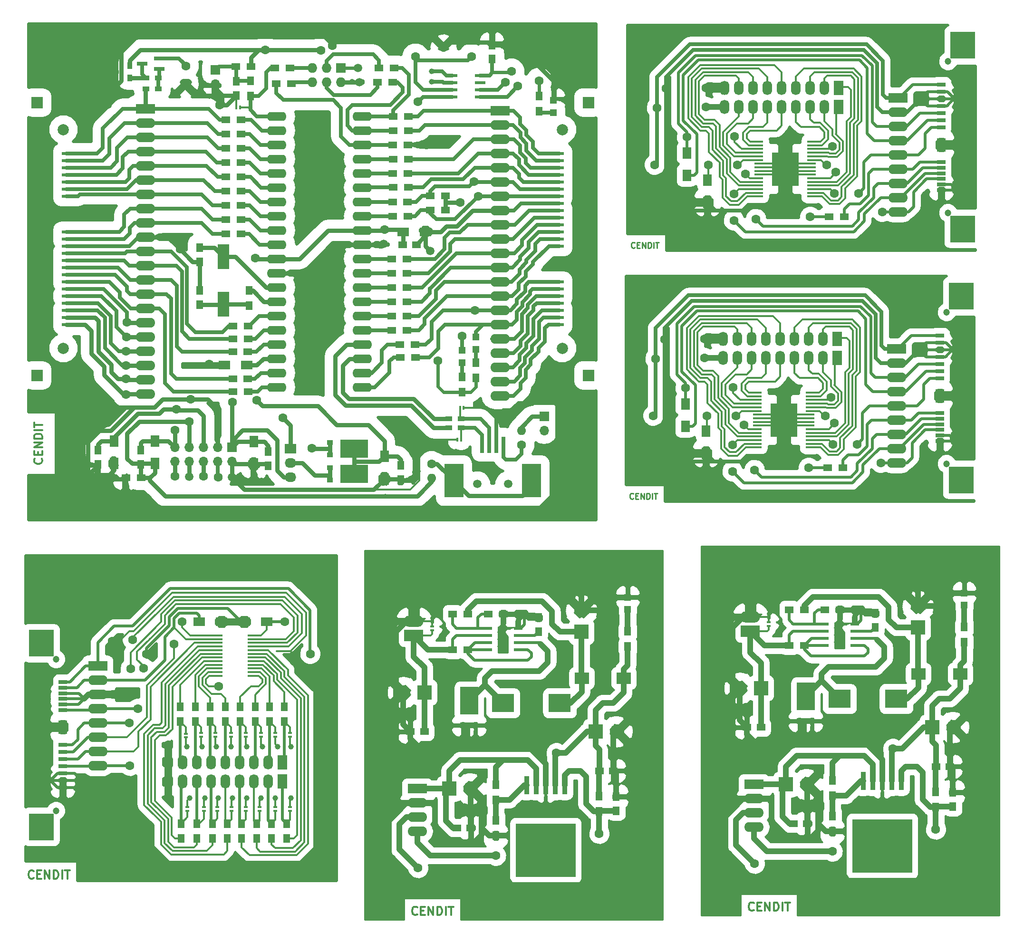
<source format=gbr>
G04 #@! TF.FileFunction,Copper,L1,Top,Signal*
%FSLAX46Y46*%
G04 Gerber Fmt 4.6, Leading zero omitted, Abs format (unit mm)*
G04 Created by KiCad (PCBNEW 4.0.7-e2-6376~58~ubuntu16.04.1) date Sun Feb  4 19:32:13 2018*
%MOMM*%
%LPD*%
G01*
G04 APERTURE LIST*
%ADD10C,0.100000*%
%ADD11C,0.300000*%
%ADD12C,0.250000*%
%ADD13R,1.200000X1.200000*%
%ADD14C,1.600000*%
%ADD15O,1.600000X1.600000*%
%ADD16R,1.250000X1.500000*%
%ADD17R,3.500000X1.727200*%
%ADD18O,3.500000X1.727200*%
%ADD19R,1.200000X0.900000*%
%ADD20R,2.000000X1.600000*%
%ADD21R,1.500000X1.250000*%
%ADD22R,1.600000X2.000000*%
%ADD23R,1.700000X1.700000*%
%ADD24O,1.700000X1.700000*%
%ADD25R,1.500000X1.300000*%
%ADD26R,1.300000X1.500000*%
%ADD27C,1.000000*%
%ADD28C,1.600200*%
%ADD29R,1.727200X1.727200*%
%ADD30O,1.727200X1.727200*%
%ADD31O,3.500000X1.600000*%
%ADD32R,0.325000X0.650000*%
%ADD33R,1.700000X0.600000*%
%ADD34C,2.000000*%
%ADD35R,2.000000X2.000000*%
%ADD36R,1.970000X0.600000*%
%ADD37R,2.032000X1.727200*%
%ADD38O,2.032000X1.727200*%
%ADD39R,1.000000X0.950000*%
%ADD40R,4.900000X3.200000*%
%ADD41R,0.900000X1.200000*%
%ADD42R,0.700000X3.000000*%
%ADD43R,3.400000X6.040000*%
%ADD44C,1.500000*%
%ADD45R,1.900000X0.800000*%
%ADD46R,2.000000X4.500000*%
%ADD47R,1.500000X2.400000*%
%ADD48R,1.500000X0.700000*%
%ADD49C,1.200000*%
%ADD50R,4.500000X4.850000*%
%ADD51R,1.600200X0.431800*%
%ADD52R,4.800600X5.892800*%
%ADD53R,3.500000X1.725000*%
%ADD54O,3.500000X1.725000*%
%ADD55R,1.725000X2.540000*%
%ADD56O,1.725000X2.540000*%
%ADD57R,1.473200X0.355600*%
%ADD58R,0.650000X0.325000*%
%ADD59R,3.500000X2.032000*%
%ADD60O,3.500000X2.032000*%
%ADD61R,0.950000X1.000000*%
%ADD62R,3.200000X4.900000*%
%ADD63R,2.540000X2.540000*%
%ADD64C,2.540000*%
%ADD65R,1.198880X1.198880*%
%ADD66R,1.498600X0.558800*%
%ADD67R,2.540000X2.000000*%
%ADD68R,0.900000X3.300000*%
%ADD69R,10.700000X9.600000*%
%ADD70R,5.000000X3.000000*%
%ADD71R,4.000000X3.330000*%
%ADD72C,0.600000*%
%ADD73C,0.800000*%
%ADD74C,0.500000*%
%ADD75C,0.350000*%
%ADD76C,0.635000*%
%ADD77C,0.700000*%
%ADD78C,1.000000*%
%ADD79C,0.400000*%
%ADD80C,0.254000*%
G04 APERTURE END LIST*
D10*
D11*
X25173714Y-98563571D02*
X25245143Y-98635000D01*
X25316571Y-98849286D01*
X25316571Y-98992143D01*
X25245143Y-99206428D01*
X25102286Y-99349286D01*
X24959429Y-99420714D01*
X24673714Y-99492143D01*
X24459429Y-99492143D01*
X24173714Y-99420714D01*
X24030857Y-99349286D01*
X23888000Y-99206428D01*
X23816571Y-98992143D01*
X23816571Y-98849286D01*
X23888000Y-98635000D01*
X23959429Y-98563571D01*
X24530857Y-97920714D02*
X24530857Y-97420714D01*
X25316571Y-97206428D02*
X25316571Y-97920714D01*
X23816571Y-97920714D01*
X23816571Y-97206428D01*
X25316571Y-96563571D02*
X23816571Y-96563571D01*
X25316571Y-95706428D01*
X23816571Y-95706428D01*
X25316571Y-94992142D02*
X23816571Y-94992142D01*
X23816571Y-94634999D01*
X23888000Y-94420714D01*
X24030857Y-94277856D01*
X24173714Y-94206428D01*
X24459429Y-94134999D01*
X24673714Y-94134999D01*
X24959429Y-94206428D01*
X25102286Y-94277856D01*
X25245143Y-94420714D01*
X25316571Y-94634999D01*
X25316571Y-94992142D01*
X25316571Y-93492142D02*
X23816571Y-93492142D01*
X23816571Y-92992142D02*
X23816571Y-92134999D01*
X25316571Y-92563570D02*
X23816571Y-92563570D01*
D12*
X130802286Y-60936143D02*
X130754667Y-60983762D01*
X130611810Y-61031381D01*
X130516572Y-61031381D01*
X130373714Y-60983762D01*
X130278476Y-60888524D01*
X130230857Y-60793286D01*
X130183238Y-60602810D01*
X130183238Y-60459952D01*
X130230857Y-60269476D01*
X130278476Y-60174238D01*
X130373714Y-60079000D01*
X130516572Y-60031381D01*
X130611810Y-60031381D01*
X130754667Y-60079000D01*
X130802286Y-60126619D01*
X131230857Y-60507571D02*
X131564191Y-60507571D01*
X131707048Y-61031381D02*
X131230857Y-61031381D01*
X131230857Y-60031381D01*
X131707048Y-60031381D01*
X132135619Y-61031381D02*
X132135619Y-60031381D01*
X132707048Y-61031381D01*
X132707048Y-60031381D01*
X133183238Y-61031381D02*
X133183238Y-60031381D01*
X133421333Y-60031381D01*
X133564191Y-60079000D01*
X133659429Y-60174238D01*
X133707048Y-60269476D01*
X133754667Y-60459952D01*
X133754667Y-60602810D01*
X133707048Y-60793286D01*
X133659429Y-60888524D01*
X133564191Y-60983762D01*
X133421333Y-61031381D01*
X133183238Y-61031381D01*
X134183238Y-61031381D02*
X134183238Y-60031381D01*
X134516571Y-60031381D02*
X135088000Y-60031381D01*
X134802285Y-61031381D02*
X134802285Y-60031381D01*
X130548286Y-105640143D02*
X130500667Y-105687762D01*
X130357810Y-105735381D01*
X130262572Y-105735381D01*
X130119714Y-105687762D01*
X130024476Y-105592524D01*
X129976857Y-105497286D01*
X129929238Y-105306810D01*
X129929238Y-105163952D01*
X129976857Y-104973476D01*
X130024476Y-104878238D01*
X130119714Y-104783000D01*
X130262572Y-104735381D01*
X130357810Y-104735381D01*
X130500667Y-104783000D01*
X130548286Y-104830619D01*
X130976857Y-105211571D02*
X131310191Y-105211571D01*
X131453048Y-105735381D02*
X130976857Y-105735381D01*
X130976857Y-104735381D01*
X131453048Y-104735381D01*
X131881619Y-105735381D02*
X131881619Y-104735381D01*
X132453048Y-105735381D01*
X132453048Y-104735381D01*
X132929238Y-105735381D02*
X132929238Y-104735381D01*
X133167333Y-104735381D01*
X133310191Y-104783000D01*
X133405429Y-104878238D01*
X133453048Y-104973476D01*
X133500667Y-105163952D01*
X133500667Y-105306810D01*
X133453048Y-105497286D01*
X133405429Y-105592524D01*
X133310191Y-105687762D01*
X133167333Y-105735381D01*
X132929238Y-105735381D01*
X133929238Y-105735381D02*
X133929238Y-104735381D01*
X134262571Y-104735381D02*
X134834000Y-104735381D01*
X134548285Y-105735381D02*
X134548285Y-104735381D01*
D11*
X23737429Y-173255714D02*
X23666000Y-173327143D01*
X23451714Y-173398571D01*
X23308857Y-173398571D01*
X23094572Y-173327143D01*
X22951714Y-173184286D01*
X22880286Y-173041429D01*
X22808857Y-172755714D01*
X22808857Y-172541429D01*
X22880286Y-172255714D01*
X22951714Y-172112857D01*
X23094572Y-171970000D01*
X23308857Y-171898571D01*
X23451714Y-171898571D01*
X23666000Y-171970000D01*
X23737429Y-172041429D01*
X24380286Y-172612857D02*
X24880286Y-172612857D01*
X25094572Y-173398571D02*
X24380286Y-173398571D01*
X24380286Y-171898571D01*
X25094572Y-171898571D01*
X25737429Y-173398571D02*
X25737429Y-171898571D01*
X26594572Y-173398571D01*
X26594572Y-171898571D01*
X27308858Y-173398571D02*
X27308858Y-171898571D01*
X27666001Y-171898571D01*
X27880286Y-171970000D01*
X28023144Y-172112857D01*
X28094572Y-172255714D01*
X28166001Y-172541429D01*
X28166001Y-172755714D01*
X28094572Y-173041429D01*
X28023144Y-173184286D01*
X27880286Y-173327143D01*
X27666001Y-173398571D01*
X27308858Y-173398571D01*
X28808858Y-173398571D02*
X28808858Y-171898571D01*
X29308858Y-171898571D02*
X30166001Y-171898571D01*
X29737430Y-173398571D02*
X29737430Y-171898571D01*
X92063429Y-179732714D02*
X91992000Y-179804143D01*
X91777714Y-179875571D01*
X91634857Y-179875571D01*
X91420572Y-179804143D01*
X91277714Y-179661286D01*
X91206286Y-179518429D01*
X91134857Y-179232714D01*
X91134857Y-179018429D01*
X91206286Y-178732714D01*
X91277714Y-178589857D01*
X91420572Y-178447000D01*
X91634857Y-178375571D01*
X91777714Y-178375571D01*
X91992000Y-178447000D01*
X92063429Y-178518429D01*
X92706286Y-179089857D02*
X93206286Y-179089857D01*
X93420572Y-179875571D02*
X92706286Y-179875571D01*
X92706286Y-178375571D01*
X93420572Y-178375571D01*
X94063429Y-179875571D02*
X94063429Y-178375571D01*
X94920572Y-179875571D01*
X94920572Y-178375571D01*
X95634858Y-179875571D02*
X95634858Y-178375571D01*
X95992001Y-178375571D01*
X96206286Y-178447000D01*
X96349144Y-178589857D01*
X96420572Y-178732714D01*
X96492001Y-179018429D01*
X96492001Y-179232714D01*
X96420572Y-179518429D01*
X96349144Y-179661286D01*
X96206286Y-179804143D01*
X95992001Y-179875571D01*
X95634858Y-179875571D01*
X97134858Y-179875571D02*
X97134858Y-178375571D01*
X97634858Y-178375571D02*
X98492001Y-178375571D01*
X98063430Y-179875571D02*
X98063430Y-178375571D01*
X152007429Y-178970714D02*
X151936000Y-179042143D01*
X151721714Y-179113571D01*
X151578857Y-179113571D01*
X151364572Y-179042143D01*
X151221714Y-178899286D01*
X151150286Y-178756429D01*
X151078857Y-178470714D01*
X151078857Y-178256429D01*
X151150286Y-177970714D01*
X151221714Y-177827857D01*
X151364572Y-177685000D01*
X151578857Y-177613571D01*
X151721714Y-177613571D01*
X151936000Y-177685000D01*
X152007429Y-177756429D01*
X152650286Y-178327857D02*
X153150286Y-178327857D01*
X153364572Y-179113571D02*
X152650286Y-179113571D01*
X152650286Y-177613571D01*
X153364572Y-177613571D01*
X154007429Y-179113571D02*
X154007429Y-177613571D01*
X154864572Y-179113571D01*
X154864572Y-177613571D01*
X155578858Y-179113571D02*
X155578858Y-177613571D01*
X155936001Y-177613571D01*
X156150286Y-177685000D01*
X156293144Y-177827857D01*
X156364572Y-177970714D01*
X156436001Y-178256429D01*
X156436001Y-178470714D01*
X156364572Y-178756429D01*
X156293144Y-178899286D01*
X156150286Y-179042143D01*
X155936001Y-179113571D01*
X155578858Y-179113571D01*
X157078858Y-179113571D02*
X157078858Y-177613571D01*
X157578858Y-177613571D02*
X158436001Y-177613571D01*
X158007430Y-179113571D02*
X158007430Y-177613571D01*
D13*
X102489000Y-79078000D03*
X102489000Y-76878000D03*
D14*
X94640400Y-99517200D03*
D15*
X94640400Y-102057200D03*
D16*
X35179000Y-97048000D03*
X35179000Y-99548000D03*
D17*
X43662600Y-36233100D03*
D18*
X43662600Y-38773100D03*
X43662600Y-41313100D03*
X43662600Y-43853100D03*
X43662600Y-46393100D03*
X43662600Y-48933100D03*
X43662600Y-51473100D03*
X43662600Y-54013100D03*
X43662600Y-56553100D03*
X43662600Y-59093100D03*
X43662600Y-61633100D03*
X43662600Y-64173100D03*
X43662600Y-66713100D03*
X43662600Y-69253100D03*
X43662600Y-71793100D03*
X43662600Y-74333100D03*
X43662600Y-76873100D03*
X43662600Y-79413100D03*
X43662600Y-81953100D03*
X43662600Y-84493100D03*
X43662600Y-87033100D03*
D19*
X97706000Y-91503500D03*
X99906000Y-91503500D03*
D20*
X89567000Y-58166000D03*
X93567000Y-58166000D03*
D21*
X89428000Y-60452000D03*
X91928000Y-60452000D03*
D16*
X89103200Y-99791200D03*
X89103200Y-102291200D03*
X59817000Y-31389000D03*
X59817000Y-33889000D03*
D20*
X57690000Y-81889600D03*
X61690000Y-81889600D03*
D22*
X45339000Y-95409000D03*
X45339000Y-99409000D03*
D16*
X42799000Y-97048000D03*
X42799000Y-99548000D03*
D22*
X38100000Y-95409000D03*
X38100000Y-99409000D03*
X62992000Y-95536000D03*
X62992000Y-99536000D03*
D16*
X65532000Y-97302000D03*
X65532000Y-99802000D03*
X105410000Y-27386600D03*
X105410000Y-24886600D03*
D23*
X56134000Y-29337000D03*
D24*
X56134000Y-31877000D03*
D23*
X114681000Y-91059000D03*
D24*
X114681000Y-93599000D03*
D19*
X97706000Y-93091000D03*
X99906000Y-93091000D03*
D25*
X87964000Y-28956000D03*
X85264000Y-28956000D03*
X62437000Y-28702000D03*
X59737000Y-28702000D03*
D26*
X62357000Y-33989000D03*
X62357000Y-31289000D03*
D25*
X66976000Y-31750000D03*
X69676000Y-31750000D03*
X87710000Y-31496000D03*
X85010000Y-31496000D03*
X66722000Y-28956000D03*
X69422000Y-28956000D03*
D26*
X62103000Y-68627000D03*
X62103000Y-71327000D03*
D27*
X94615000Y-29540200D03*
X94615000Y-31440200D03*
D14*
X110617000Y-96139000D03*
D15*
X110617000Y-93599000D03*
D16*
X53340000Y-60980000D03*
X53340000Y-63480000D03*
X53340000Y-71100000D03*
X53340000Y-68600000D03*
D13*
X116332000Y-36914000D03*
X116332000Y-34714000D03*
D26*
X113792000Y-33956000D03*
X113792000Y-36656000D03*
X102489000Y-84154000D03*
X102489000Y-81454000D03*
D28*
X50825400Y-31826200D03*
X50825400Y-28651200D03*
D29*
X78486000Y-28956000D03*
D30*
X78486000Y-31496000D03*
X75946000Y-28956000D03*
X75946000Y-31496000D03*
X73406000Y-28956000D03*
X73406000Y-31496000D03*
D25*
X40179000Y-101981000D03*
X42879000Y-101981000D03*
D31*
X67056000Y-37592000D03*
X67056000Y-40132000D03*
X67056000Y-42672000D03*
X67056000Y-45212000D03*
X67056000Y-47752000D03*
X67056000Y-50292000D03*
X67056000Y-52832000D03*
X67056000Y-55372000D03*
X67056000Y-57912000D03*
X67056000Y-60452000D03*
X67056000Y-62992000D03*
X67056000Y-65532000D03*
X67056000Y-68072000D03*
X67056000Y-70612000D03*
X67056000Y-73152000D03*
X67056000Y-75692000D03*
X67056000Y-78232000D03*
X67056000Y-80772000D03*
X67056000Y-83312000D03*
X67056000Y-85852000D03*
X82296000Y-85852000D03*
X82296000Y-83312000D03*
X82296000Y-80772000D03*
X82296000Y-78232000D03*
X82296000Y-75692000D03*
X82296000Y-73152000D03*
X82296000Y-70612000D03*
X82296000Y-68072000D03*
X82296000Y-65532000D03*
X82296000Y-62992000D03*
X82296000Y-60452000D03*
X82296000Y-57912000D03*
X82296000Y-55372000D03*
X82296000Y-52832000D03*
X82296000Y-50292000D03*
X82296000Y-47752000D03*
X82296000Y-45212000D03*
X82296000Y-42672000D03*
X82296000Y-40132000D03*
X82296000Y-37592000D03*
D32*
X99893000Y-95186500D03*
X99243000Y-95186500D03*
X99687500Y-89535000D03*
X100337500Y-89535000D03*
X60472200Y-36017200D03*
X59822200Y-36017200D03*
D33*
X117348000Y-74676000D03*
X117348000Y-73406000D03*
X117348000Y-72136000D03*
X117348000Y-70866000D03*
X117348000Y-69596000D03*
X117348000Y-68326000D03*
X117348000Y-67056000D03*
X117348000Y-60706000D03*
X117348000Y-59436000D03*
X117348000Y-58166000D03*
X117348000Y-56896000D03*
X117348000Y-55626000D03*
X117348000Y-54356000D03*
X117348000Y-53086000D03*
X117348000Y-51816000D03*
X117348000Y-50546000D03*
X117348000Y-49276000D03*
X117348000Y-48006000D03*
X117348000Y-46736000D03*
X117348000Y-45466000D03*
X117348000Y-44196000D03*
D34*
X117898000Y-39966000D03*
X117898000Y-78906000D03*
D35*
X122548000Y-35136000D03*
X122548000Y-83736000D03*
D33*
X29591000Y-44196000D03*
X29591000Y-45466000D03*
X29591000Y-46736000D03*
X29591000Y-48006000D03*
X29591000Y-49276000D03*
X29591000Y-50546000D03*
X29591000Y-51816000D03*
X29591000Y-58166000D03*
X29591000Y-59436000D03*
X29591000Y-60706000D03*
X29591000Y-61976000D03*
X29591000Y-63246000D03*
X29591000Y-64516000D03*
X29591000Y-65786000D03*
X29591000Y-67056000D03*
X29591000Y-68326000D03*
X29591000Y-69596000D03*
X29591000Y-70866000D03*
X29591000Y-72136000D03*
X29591000Y-73406000D03*
X29591000Y-74676000D03*
D34*
X29041000Y-78906000D03*
X29041000Y-39966000D03*
D35*
X24391000Y-83736000D03*
X24391000Y-35136000D03*
D17*
X106807000Y-36576000D03*
D18*
X106807000Y-39116000D03*
X106807000Y-41656000D03*
X106807000Y-44196000D03*
X106807000Y-46736000D03*
X106807000Y-49276000D03*
X106807000Y-51816000D03*
X106807000Y-54356000D03*
X106807000Y-56896000D03*
X106807000Y-59436000D03*
X106807000Y-61976000D03*
X106807000Y-64516000D03*
X106807000Y-67056000D03*
X106807000Y-69596000D03*
X106807000Y-72136000D03*
X106807000Y-74676000D03*
X106807000Y-77216000D03*
X106807000Y-79756000D03*
X106807000Y-82296000D03*
X106807000Y-84836000D03*
X106807000Y-87376000D03*
D36*
X98312200Y-30302200D03*
X98312200Y-31572200D03*
X98312200Y-32842200D03*
X98312200Y-34112200D03*
X103262200Y-34112200D03*
X103262200Y-32842200D03*
X103262200Y-31572200D03*
X103262200Y-30302200D03*
D37*
X69469000Y-96774000D03*
D38*
X69469000Y-99314000D03*
X69469000Y-101854000D03*
D39*
X76509500Y-95661500D03*
X76509500Y-97911500D03*
D40*
X80859500Y-96786500D03*
D39*
X76509500Y-100170000D03*
X76509500Y-102420000D03*
D40*
X80859500Y-101295000D03*
D22*
X86207600Y-98177600D03*
X86207600Y-102177600D03*
D23*
X59080400Y-96570800D03*
D24*
X59080400Y-99110800D03*
X56540400Y-96570800D03*
X56540400Y-99110800D03*
X54000400Y-96570800D03*
X54000400Y-99110800D03*
X51460400Y-96570800D03*
X51460400Y-99110800D03*
X48920400Y-96570800D03*
X48920400Y-99110800D03*
D19*
X45981800Y-32689800D03*
X43781800Y-32689800D03*
X45981800Y-30759400D03*
X43781800Y-30759400D03*
D41*
X40843200Y-30741800D03*
X40843200Y-28541800D03*
D14*
X96748600Y-25336600D03*
X101748600Y-26936600D03*
X91748600Y-26936600D03*
D25*
X57959000Y-53467000D03*
X60659000Y-53467000D03*
X57959000Y-56007000D03*
X60659000Y-56007000D03*
X57959000Y-58547000D03*
X60659000Y-58547000D03*
X60659000Y-38227000D03*
X57959000Y-38227000D03*
X60659000Y-40767000D03*
X57959000Y-40767000D03*
X60659000Y-43307000D03*
X57959000Y-43307000D03*
X60659000Y-45847000D03*
X57959000Y-45847000D03*
X60659000Y-48387000D03*
X57959000Y-48387000D03*
X60659000Y-50927000D03*
X57959000Y-50927000D03*
X87702400Y-55372000D03*
X90402400Y-55372000D03*
X87651600Y-52832000D03*
X90351600Y-52832000D03*
X87753200Y-50241200D03*
X90453200Y-50241200D03*
X87702400Y-47752000D03*
X90402400Y-47752000D03*
X87753200Y-45212000D03*
X90453200Y-45212000D03*
X87702400Y-42672000D03*
X90402400Y-42672000D03*
X87753200Y-40132000D03*
X90453200Y-40132000D03*
X87753200Y-37592000D03*
X90453200Y-37592000D03*
X59254400Y-74980800D03*
X61954400Y-74980800D03*
X59254400Y-77216000D03*
X61954400Y-77216000D03*
X59203600Y-79552800D03*
X61903600Y-79552800D03*
X90250000Y-75692000D03*
X87550000Y-75692000D03*
X90250000Y-73152000D03*
X87550000Y-73152000D03*
X59203600Y-84378800D03*
X61903600Y-84378800D03*
X59254400Y-86614000D03*
X61954400Y-86614000D03*
X91723200Y-80518000D03*
X89023200Y-80518000D03*
X91672400Y-78282800D03*
X88972400Y-78282800D03*
X90199200Y-70612000D03*
X87499200Y-70612000D03*
X90250000Y-68072000D03*
X87550000Y-68072000D03*
X90250000Y-65532000D03*
X87550000Y-65532000D03*
X90250000Y-62992000D03*
X87550000Y-62992000D03*
X97108000Y-54305200D03*
X94408000Y-54305200D03*
X97108000Y-51714400D03*
X94408000Y-51714400D03*
D13*
X100076000Y-81491000D03*
X100076000Y-79291000D03*
D26*
X100076000Y-86694000D03*
X100076000Y-83994000D03*
D42*
X107381600Y-96088200D03*
X106131600Y-96088200D03*
X104891600Y-96088200D03*
X103641600Y-96088200D03*
D43*
X112431600Y-102508200D03*
X98591600Y-102508200D03*
D44*
X108261600Y-103088200D03*
X102761600Y-103088200D03*
D45*
X46077000Y-29144000D03*
X46077000Y-27244000D03*
X43077000Y-28194000D03*
D46*
X57531000Y-71052000D03*
X57531000Y-62552000D03*
D47*
X185420000Y-42672000D03*
D48*
X185420000Y-33182000D03*
X185420000Y-34452000D03*
X185420000Y-31912000D03*
X185420000Y-35722000D03*
X185420000Y-36992000D03*
X185420000Y-38262000D03*
X185420000Y-39532000D03*
X185420000Y-45742000D03*
X185420000Y-46742000D03*
X185420000Y-47742000D03*
X185420000Y-48742000D03*
X185420000Y-49742000D03*
X185420000Y-50742000D03*
D49*
X186620000Y-27792000D03*
X186620000Y-54792000D03*
D50*
X189220000Y-24942000D03*
X189220000Y-57642000D03*
D51*
X152908000Y-42113200D03*
X152908000Y-42773600D03*
X152908000Y-43408600D03*
X152908000Y-44069000D03*
X152908000Y-44704000D03*
X152908000Y-45364400D03*
X152908000Y-46024800D03*
X152908000Y-46659800D03*
X152908000Y-47320200D03*
X152908000Y-47955200D03*
X152908000Y-48615600D03*
X152908000Y-49276000D03*
X152908000Y-49911000D03*
X152908000Y-50571400D03*
X152908000Y-51206400D03*
X152908000Y-51866800D03*
X162306000Y-51866800D03*
X162306000Y-51206400D03*
X162306000Y-50571400D03*
X162306000Y-49911000D03*
X162306000Y-49276000D03*
X162306000Y-48615600D03*
X162306000Y-47955200D03*
X162306000Y-47320200D03*
X162306000Y-46659800D03*
X162306000Y-46024800D03*
X162306000Y-45364400D03*
X162306000Y-44704000D03*
X162306000Y-44069000D03*
X162306000Y-43408600D03*
X162306000Y-42773600D03*
X162306000Y-42113200D03*
D52*
X157607000Y-46990000D03*
D22*
X140081000Y-44101000D03*
X140081000Y-48101000D03*
D25*
X168101000Y-55499000D03*
X165401000Y-55499000D03*
D22*
X143764000Y-48927000D03*
X143764000Y-52927000D03*
D53*
X177673000Y-34290000D03*
D54*
X177673000Y-36830000D03*
X177673000Y-39370000D03*
X177673000Y-41910000D03*
X177673000Y-44450000D03*
X177673000Y-46990000D03*
X177673000Y-49530000D03*
X177673000Y-52070000D03*
X177673000Y-54610000D03*
D55*
X167132000Y-35941000D03*
D56*
X164592000Y-35941000D03*
X162052000Y-35941000D03*
X159512000Y-35941000D03*
X156972000Y-35941000D03*
X154432000Y-35941000D03*
X151892000Y-35941000D03*
X149352000Y-35941000D03*
X146812000Y-35941000D03*
D55*
X167132000Y-32512000D03*
D56*
X164592000Y-32512000D03*
X162052000Y-32512000D03*
X159512000Y-32512000D03*
X156972000Y-32512000D03*
X154432000Y-32512000D03*
X151892000Y-32512000D03*
X149352000Y-32512000D03*
X146812000Y-32512000D03*
D47*
X185166000Y-87376000D03*
D48*
X185166000Y-77886000D03*
X185166000Y-79156000D03*
X185166000Y-76616000D03*
X185166000Y-80426000D03*
X185166000Y-81696000D03*
X185166000Y-82966000D03*
X185166000Y-84236000D03*
X185166000Y-90446000D03*
X185166000Y-91446000D03*
X185166000Y-92446000D03*
X185166000Y-93446000D03*
X185166000Y-94446000D03*
X185166000Y-95446000D03*
D49*
X186366000Y-72496000D03*
X186366000Y-99496000D03*
D50*
X188966000Y-69646000D03*
X188966000Y-102346000D03*
D51*
X152654000Y-86817200D03*
X152654000Y-87477600D03*
X152654000Y-88112600D03*
X152654000Y-88773000D03*
X152654000Y-89408000D03*
X152654000Y-90068400D03*
X152654000Y-90728800D03*
X152654000Y-91363800D03*
X152654000Y-92024200D03*
X152654000Y-92659200D03*
X152654000Y-93319600D03*
X152654000Y-93980000D03*
X152654000Y-94615000D03*
X152654000Y-95275400D03*
X152654000Y-95910400D03*
X152654000Y-96570800D03*
X162052000Y-96570800D03*
X162052000Y-95910400D03*
X162052000Y-95275400D03*
X162052000Y-94615000D03*
X162052000Y-93980000D03*
X162052000Y-93319600D03*
X162052000Y-92659200D03*
X162052000Y-92024200D03*
X162052000Y-91363800D03*
X162052000Y-90728800D03*
X162052000Y-90068400D03*
X162052000Y-89408000D03*
X162052000Y-88773000D03*
X162052000Y-88112600D03*
X162052000Y-87477600D03*
X162052000Y-86817200D03*
D52*
X157353000Y-91694000D03*
D22*
X139827000Y-88805000D03*
X139827000Y-92805000D03*
D25*
X167847000Y-100203000D03*
X165147000Y-100203000D03*
D22*
X143510000Y-93631000D03*
X143510000Y-97631000D03*
D53*
X177419000Y-78994000D03*
D54*
X177419000Y-81534000D03*
X177419000Y-84074000D03*
X177419000Y-86614000D03*
X177419000Y-89154000D03*
X177419000Y-91694000D03*
X177419000Y-94234000D03*
X177419000Y-96774000D03*
X177419000Y-99314000D03*
D55*
X166878000Y-80645000D03*
D56*
X164338000Y-80645000D03*
X161798000Y-80645000D03*
X159258000Y-80645000D03*
X156718000Y-80645000D03*
X154178000Y-80645000D03*
X151638000Y-80645000D03*
X149098000Y-80645000D03*
X146558000Y-80645000D03*
D55*
X166878000Y-77216000D03*
D56*
X164338000Y-77216000D03*
X161798000Y-77216000D03*
X159258000Y-77216000D03*
X156718000Y-77216000D03*
X154178000Y-77216000D03*
X151638000Y-77216000D03*
X149098000Y-77216000D03*
X146558000Y-77216000D03*
D20*
X53245000Y-127635000D03*
X57245000Y-127635000D03*
D26*
X58229500Y-163559500D03*
X58229500Y-166259500D03*
X52768500Y-163559500D03*
X52768500Y-166259500D03*
X49847500Y-145431500D03*
X49847500Y-142731500D03*
X55181500Y-145431500D03*
X55181500Y-142731500D03*
X60515500Y-145431500D03*
X60515500Y-142731500D03*
X65722500Y-145431500D03*
X65722500Y-142731500D03*
X68770500Y-163559500D03*
X68770500Y-166259500D03*
X63436500Y-163559500D03*
X63436500Y-166259500D03*
X55562500Y-163559500D03*
X55562500Y-166259500D03*
X49974500Y-163559500D03*
X49974500Y-166259500D03*
X52514500Y-145431500D03*
X52514500Y-142731500D03*
X57848500Y-145431500D03*
X57848500Y-142731500D03*
X63182500Y-145431500D03*
X63182500Y-142731500D03*
X68389500Y-145431500D03*
X68389500Y-142731500D03*
X66103500Y-163559500D03*
X66103500Y-166259500D03*
X60769500Y-163559500D03*
X60769500Y-166259500D03*
D57*
X56705500Y-130086100D03*
X56705500Y-130746500D03*
X56705500Y-131381500D03*
X56705500Y-132041900D03*
X56705500Y-132702300D03*
X56705500Y-133337300D03*
X56705500Y-133997700D03*
X56705500Y-134632700D03*
X56705500Y-135293100D03*
X56705500Y-135953500D03*
X56705500Y-136588500D03*
X56705500Y-137248900D03*
X62547500Y-137248900D03*
X62547500Y-136588500D03*
X62547500Y-135953500D03*
X62547500Y-135293100D03*
X62547500Y-134632700D03*
X62547500Y-133997700D03*
X62547500Y-133337300D03*
X62547500Y-132702300D03*
X62547500Y-132041900D03*
X62547500Y-131381500D03*
X62547500Y-130746500D03*
X62547500Y-130086100D03*
D58*
X50863500Y-147566500D03*
X50863500Y-148216500D03*
X53530500Y-147439500D03*
X53530500Y-148089500D03*
X56070500Y-147439500D03*
X56070500Y-148089500D03*
X58864500Y-147439500D03*
X58864500Y-148089500D03*
X61531500Y-147439500D03*
X61531500Y-148089500D03*
X64198500Y-147439500D03*
X64198500Y-148089500D03*
X66738500Y-147439500D03*
X66738500Y-148089500D03*
X69405500Y-147439500D03*
X69405500Y-148089500D03*
X58991500Y-161297500D03*
X58991500Y-160647500D03*
X56451500Y-161297500D03*
X56451500Y-160647500D03*
X54038500Y-161297500D03*
X54038500Y-160647500D03*
X51117500Y-161297500D03*
X51117500Y-160647500D03*
X69405500Y-161297500D03*
X69405500Y-160647500D03*
X66738500Y-161297500D03*
X66738500Y-160647500D03*
X63944500Y-161297500D03*
X63944500Y-160647500D03*
X61531500Y-161297500D03*
X61531500Y-160647500D03*
D20*
X65246000Y-127635000D03*
X61246000Y-127635000D03*
D47*
X28956000Y-146431000D03*
D48*
X28956000Y-155921000D03*
X28956000Y-154651000D03*
X28956000Y-157191000D03*
X28956000Y-153381000D03*
X28956000Y-152111000D03*
X28956000Y-150841000D03*
X28956000Y-149571000D03*
X28956000Y-143361000D03*
X28956000Y-142361000D03*
X28956000Y-141361000D03*
X28956000Y-140361000D03*
X28956000Y-139361000D03*
X28956000Y-138361000D03*
D49*
X27756000Y-161311000D03*
X27756000Y-134311000D03*
D50*
X25156000Y-164161000D03*
X25156000Y-131461000D03*
D53*
X35179000Y-135509000D03*
D54*
X35179000Y-138049000D03*
X35179000Y-140589000D03*
X35179000Y-143129000D03*
X35179000Y-145669000D03*
X35179000Y-148209000D03*
X35179000Y-150749000D03*
X35179000Y-153289000D03*
D55*
X68072000Y-152654000D03*
D56*
X65532000Y-152654000D03*
X62992000Y-152654000D03*
X60452000Y-152654000D03*
X57912000Y-152654000D03*
X55372000Y-152654000D03*
X52832000Y-152654000D03*
X50292000Y-152654000D03*
X47752000Y-152654000D03*
D55*
X68072000Y-156083000D03*
D56*
X65532000Y-156083000D03*
X62992000Y-156083000D03*
X60452000Y-156083000D03*
X57912000Y-156083000D03*
X55372000Y-156083000D03*
X52832000Y-156083000D03*
X50292000Y-156083000D03*
X47752000Y-156083000D03*
D59*
X91440000Y-130048000D03*
D60*
X91440000Y-127508000D03*
D17*
X92075000Y-157353000D03*
D18*
X92075000Y-159893000D03*
X92075000Y-162433000D03*
X92075000Y-164973000D03*
D25*
X101045000Y-132588000D03*
X98345000Y-132588000D03*
D61*
X100170000Y-146058000D03*
X102420000Y-146058000D03*
D62*
X101295000Y-141708000D03*
D63*
X93345000Y-140208000D03*
D64*
X89545000Y-140208000D03*
D21*
X93325000Y-147193000D03*
X90825000Y-147193000D03*
D16*
X113665000Y-129393000D03*
X113665000Y-126893000D03*
D63*
X121285000Y-129413000D03*
D64*
X121285000Y-125613000D03*
D63*
X123825000Y-147193000D03*
D64*
X127625000Y-147193000D03*
D21*
X124480000Y-154178000D03*
X126980000Y-154178000D03*
D63*
X97790000Y-157353000D03*
D64*
X101590000Y-157353000D03*
D21*
X99080000Y-164338000D03*
X101580000Y-164338000D03*
D16*
X127508000Y-161270000D03*
X127508000Y-158770000D03*
D58*
X94742000Y-129103000D03*
X94742000Y-128453000D03*
D65*
X129540000Y-125382020D03*
X129540000Y-123283980D03*
D25*
X101045000Y-126238000D03*
X98345000Y-126238000D03*
D26*
X129540000Y-132033000D03*
X129540000Y-129333000D03*
D25*
X107395000Y-126238000D03*
X104695000Y-126238000D03*
D26*
X124460000Y-161370000D03*
X124460000Y-158670000D03*
X106045000Y-159338000D03*
X106045000Y-156638000D03*
X106045000Y-165688000D03*
X106045000Y-162988000D03*
D66*
X110020100Y-132588000D03*
X110020100Y-131318000D03*
X110020100Y-130048000D03*
X110020100Y-128778000D03*
X104609900Y-128778000D03*
X104609900Y-130048000D03*
X104609900Y-131318000D03*
X104609900Y-132588000D03*
D67*
X121345000Y-137668000D03*
X128845000Y-137668000D03*
D68*
X118335000Y-156718000D03*
D69*
X114935000Y-168334000D03*
D68*
X116635000Y-156718000D03*
X114935000Y-156718000D03*
X113235000Y-156718000D03*
X111535000Y-156718000D03*
D70*
X114835000Y-165018000D03*
D71*
X107345000Y-142113000D03*
X117445000Y-142113000D03*
D59*
X151384000Y-129286000D03*
D60*
X151384000Y-126746000D03*
D17*
X152019000Y-156591000D03*
D18*
X152019000Y-159131000D03*
X152019000Y-161671000D03*
X152019000Y-164211000D03*
D25*
X160989000Y-131826000D03*
X158289000Y-131826000D03*
D61*
X160114000Y-145296000D03*
X162364000Y-145296000D03*
D62*
X161239000Y-140946000D03*
D63*
X153289000Y-139446000D03*
D64*
X149489000Y-139446000D03*
D21*
X153269000Y-146431000D03*
X150769000Y-146431000D03*
D16*
X173609000Y-128631000D03*
X173609000Y-126131000D03*
D63*
X181229000Y-128651000D03*
D64*
X181229000Y-124851000D03*
D63*
X183769000Y-146431000D03*
D64*
X187569000Y-146431000D03*
D21*
X184424000Y-153416000D03*
X186924000Y-153416000D03*
D63*
X157734000Y-156591000D03*
D64*
X161534000Y-156591000D03*
D21*
X159024000Y-163576000D03*
X161524000Y-163576000D03*
D16*
X187452000Y-160508000D03*
X187452000Y-158008000D03*
D58*
X154686000Y-128341000D03*
X154686000Y-127691000D03*
D65*
X189484000Y-124620020D03*
X189484000Y-122521980D03*
D25*
X160989000Y-125476000D03*
X158289000Y-125476000D03*
D26*
X189484000Y-131271000D03*
X189484000Y-128571000D03*
D25*
X167339000Y-125476000D03*
X164639000Y-125476000D03*
D26*
X184404000Y-160608000D03*
X184404000Y-157908000D03*
X165989000Y-158576000D03*
X165989000Y-155876000D03*
X165989000Y-164926000D03*
X165989000Y-162226000D03*
D66*
X169964100Y-131826000D03*
X169964100Y-130556000D03*
X169964100Y-129286000D03*
X169964100Y-128016000D03*
X164553900Y-128016000D03*
X164553900Y-129286000D03*
X164553900Y-130556000D03*
X164553900Y-131826000D03*
D67*
X181289000Y-136906000D03*
X188789000Y-136906000D03*
D68*
X178279000Y-155956000D03*
D69*
X174879000Y-167572000D03*
D68*
X176579000Y-155956000D03*
X174879000Y-155956000D03*
X173179000Y-155956000D03*
X171479000Y-155956000D03*
D70*
X174779000Y-164256000D03*
D71*
X167289000Y-141351000D03*
X177389000Y-141351000D03*
D14*
X113792000Y-31242000D03*
X95758000Y-81153000D03*
D44*
X81534000Y-28956000D03*
D14*
X74904600Y-25831800D03*
X64998600Y-25755600D03*
X99720400Y-52933600D03*
X86233000Y-57785000D03*
X63500000Y-88188800D03*
X63246000Y-62865000D03*
X140081000Y-41275000D03*
X148590000Y-41148000D03*
X139827000Y-85979000D03*
X148336000Y-85852000D03*
X93726000Y-42672000D03*
D44*
X116967000Y-87630000D03*
X34036000Y-104267000D03*
X59055000Y-101854000D03*
D14*
X49809400Y-61239400D03*
X92202000Y-35026600D03*
D44*
X81788000Y-31496000D03*
D14*
X76962000Y-24968200D03*
X56845200Y-35585400D03*
X36855400Y-35483800D03*
X54965600Y-81737200D03*
X74803000Y-54610000D03*
X74930000Y-63881000D03*
X37998400Y-90170000D03*
X40182800Y-79400400D03*
X40335200Y-74269600D03*
X51689000Y-88011000D03*
D44*
X86106000Y-60325000D03*
X94386400Y-61544200D03*
D14*
X40182800Y-87122000D03*
X48920400Y-93497400D03*
X40182800Y-84378800D03*
X51435000Y-91948000D03*
X136398000Y-32639000D03*
X143510000Y-32512000D03*
X157607000Y-46990000D03*
X136144000Y-77343000D03*
X143256000Y-77216000D03*
X157353000Y-91694000D03*
X111252000Y-121158000D03*
X111125000Y-126238000D03*
X171196000Y-120396000D03*
X171069000Y-125476000D03*
X68135500Y-91313000D03*
X40182800Y-81940400D03*
X49149000Y-89789000D03*
X59182000Y-88519000D03*
X108839000Y-29591000D03*
X40233600Y-76911200D03*
X170688000Y-51308000D03*
X166370000Y-51308000D03*
X170434000Y-96012000D03*
X166116000Y-96012000D03*
X102362000Y-72136000D03*
X100076000Y-76708000D03*
X73329800Y-96723200D03*
X56642000Y-101854000D03*
X53975000Y-101727000D03*
D44*
X51409600Y-101777800D03*
D14*
X48895000Y-101727000D03*
X107721400Y-31496000D03*
X102184200Y-49199800D03*
X109982000Y-32207200D03*
X102920800Y-51816000D03*
X43815000Y-133350000D03*
X56705500Y-139128500D03*
X37846000Y-140589000D03*
X37719000Y-131064000D03*
X39116000Y-159004000D03*
D27*
X69596000Y-159004000D03*
X66802000Y-159004000D03*
X64262000Y-159004000D03*
X61722000Y-159004000D03*
X59182000Y-159004000D03*
X56642000Y-159004000D03*
X54229000Y-159004000D03*
X51562000Y-159004000D03*
X69596000Y-149860000D03*
X67183000Y-149860000D03*
X64516000Y-149860000D03*
X61722000Y-149860000D03*
X58928000Y-149860000D03*
X56261000Y-149860000D03*
X53721000Y-149860000D03*
X51054000Y-149860000D03*
D14*
X47688500Y-149542500D03*
X47625000Y-159004000D03*
X134747000Y-36068000D03*
X143510000Y-35941000D03*
X134366000Y-46228000D03*
X149098000Y-46228000D03*
X143891000Y-46228000D03*
X134493000Y-80772000D03*
X143256000Y-80645000D03*
X134112000Y-90932000D03*
X148844000Y-90932000D03*
X143637000Y-90932000D03*
X166624000Y-47498000D03*
X162052000Y-55499000D03*
X166370000Y-92202000D03*
X161798000Y-100203000D03*
X152400000Y-55880000D03*
X150495000Y-47879000D03*
X152146000Y-100584000D03*
X150241000Y-92583000D03*
X148463000Y-56134000D03*
X148463000Y-51435000D03*
X148209000Y-100838000D03*
X148209000Y-96139000D03*
X174879000Y-54610000D03*
X164973000Y-46228000D03*
X174625000Y-99314000D03*
X164719000Y-90932000D03*
X165989000Y-42926000D03*
X165735000Y-87630000D03*
X68453000Y-127635000D03*
X73025000Y-133350000D03*
X50165000Y-127635000D03*
X48768000Y-131572000D03*
X40767000Y-145669000D03*
X41021000Y-136017000D03*
X42291000Y-143129000D03*
X43307000Y-135890000D03*
X40894000Y-153289000D03*
X41402000Y-130810000D03*
X124460000Y-165354000D03*
X106045000Y-169291000D03*
X184404000Y-164592000D03*
X165989000Y-168529000D03*
X92202000Y-171450000D03*
X116840000Y-151003000D03*
X152146000Y-170688000D03*
X176784000Y-150241000D03*
D72*
X113792000Y-33956000D02*
X113792000Y-31242000D01*
D73*
X43561000Y-25755600D02*
X42697400Y-25755600D01*
X40843200Y-27609800D02*
X40843200Y-28541800D01*
X42697400Y-25755600D02*
X40843200Y-27609800D01*
D72*
X100076000Y-86694000D02*
X101583500Y-86694000D01*
X102489000Y-85788500D02*
X102489000Y-84154000D01*
X101583500Y-86694000D02*
X102489000Y-85788500D01*
X96727000Y-86694000D02*
X95758000Y-85725000D01*
X95758000Y-85725000D02*
X95758000Y-81153000D01*
X96727000Y-86694000D02*
X100076000Y-86694000D01*
D73*
X64998600Y-25755600D02*
X74828400Y-25755600D01*
D72*
X81534000Y-28956000D02*
X78486000Y-28956000D01*
D73*
X74828400Y-25755600D02*
X74904600Y-25831800D01*
X40843200Y-28541800D02*
X40843200Y-28321000D01*
X43408600Y-25755600D02*
X43561000Y-25755600D01*
X43561000Y-25755600D02*
X63830200Y-25755600D01*
X62437000Y-28702000D02*
X62437000Y-27148800D01*
X63830200Y-25755600D02*
X64998600Y-25755600D01*
X62437000Y-27148800D02*
X63830200Y-25755600D01*
X99720400Y-52933600D02*
X97108000Y-52933600D01*
X97108000Y-54305200D02*
X97108000Y-52933600D01*
X97108000Y-52933600D02*
X97108000Y-51714400D01*
X72390000Y-89204800D02*
X64516000Y-89204800D01*
X64516000Y-89204800D02*
X63500000Y-88188800D01*
X86207600Y-98177600D02*
X86207600Y-95402400D01*
X74371200Y-89204800D02*
X72390000Y-89204800D01*
X72390000Y-89204800D02*
X72339200Y-89204800D01*
X77724000Y-92557600D02*
X74371200Y-89204800D01*
X83362800Y-92557600D02*
X77724000Y-92557600D01*
X86207600Y-95402400D02*
X83362800Y-92557600D01*
X89103200Y-99791200D02*
X89103200Y-98704400D01*
X88576400Y-98177600D02*
X86207600Y-98177600D01*
X89103200Y-98704400D02*
X88576400Y-98177600D01*
X80859500Y-99110800D02*
X85274400Y-99110800D01*
X85274400Y-99110800D02*
X86207600Y-98177600D01*
X80859500Y-101295000D02*
X80859500Y-99110800D01*
X80859500Y-99110800D02*
X80859500Y-96786500D01*
X69367400Y-62992000D02*
X71069200Y-62992000D01*
X76149200Y-57912000D02*
X82296000Y-57912000D01*
X71069200Y-62992000D02*
X76149200Y-57912000D01*
X67056000Y-62992000D02*
X69367400Y-62992000D01*
X89567000Y-58166000D02*
X89567000Y-60313000D01*
D72*
X89567000Y-60313000D02*
X89428000Y-60452000D01*
D73*
X89186000Y-57785000D02*
X86233000Y-57785000D01*
D72*
X86106000Y-57912000D02*
X86233000Y-57785000D01*
D73*
X86106000Y-57912000D02*
X82296000Y-57912000D01*
D72*
X89186000Y-57785000D02*
X89567000Y-58166000D01*
D73*
X67056000Y-62992000D02*
X63246000Y-62992000D01*
D72*
X63246000Y-62992000D02*
X63246000Y-62865000D01*
D74*
X156414372Y-26758998D02*
X171284998Y-26758998D01*
X156414372Y-26758998D02*
X141643002Y-26758998D01*
X141643002Y-26758998D02*
X141351000Y-27051000D01*
X177673000Y-39370000D02*
X173863000Y-39370000D01*
X173863000Y-39370000D02*
X173101000Y-38608000D01*
X173101000Y-38608000D02*
X173101000Y-30480000D01*
X141351000Y-27051000D02*
X138557000Y-29845000D01*
X138557000Y-29845000D02*
X138557000Y-38862000D01*
X138557000Y-38862000D02*
X140081000Y-40386000D01*
X140081000Y-40386000D02*
X140081000Y-41275000D01*
X173101000Y-30480000D02*
X173101000Y-30110626D01*
X173101000Y-28575000D02*
X173101000Y-30110626D01*
X171284998Y-26758998D02*
X173101000Y-28575000D01*
X177673000Y-39370000D02*
X179197000Y-39370000D01*
X181575000Y-36992000D02*
X185420000Y-36992000D01*
X179197000Y-39370000D02*
X181575000Y-36992000D01*
D75*
X149834600Y-43408600D02*
X148590000Y-42164000D01*
X148590000Y-42164000D02*
X148590000Y-41148000D01*
X149834600Y-43408600D02*
X152908000Y-43408600D01*
D74*
X140081000Y-44101000D02*
X140081000Y-41275000D01*
X156160372Y-71462998D02*
X171030998Y-71462998D01*
X156160372Y-71462998D02*
X141389002Y-71462998D01*
X141389002Y-71462998D02*
X141097000Y-71755000D01*
X177419000Y-84074000D02*
X173609000Y-84074000D01*
X173609000Y-84074000D02*
X172847000Y-83312000D01*
X172847000Y-83312000D02*
X172847000Y-75184000D01*
X141097000Y-71755000D02*
X138303000Y-74549000D01*
X138303000Y-74549000D02*
X138303000Y-83566000D01*
X138303000Y-83566000D02*
X139827000Y-85090000D01*
X139827000Y-85090000D02*
X139827000Y-85979000D01*
X172847000Y-75184000D02*
X172847000Y-74814626D01*
X172847000Y-73279000D02*
X172847000Y-74814626D01*
X171030998Y-71462998D02*
X172847000Y-73279000D01*
X177419000Y-84074000D02*
X178943000Y-84074000D01*
X181321000Y-81696000D02*
X185166000Y-81696000D01*
X178943000Y-84074000D02*
X181321000Y-81696000D01*
D75*
X149580600Y-88112600D02*
X148336000Y-86868000D01*
X148336000Y-86868000D02*
X148336000Y-85852000D01*
X149580600Y-88112600D02*
X152654000Y-88112600D01*
D74*
X139827000Y-88805000D02*
X139827000Y-85979000D01*
X35179000Y-138049000D02*
X43561000Y-138049000D01*
X47117000Y-134493000D02*
X47117000Y-130302000D01*
X43561000Y-138049000D02*
X47117000Y-134493000D01*
X28956000Y-139361000D02*
X31454000Y-139361000D01*
X32766000Y-138049000D02*
X35179000Y-138049000D01*
X31454000Y-139361000D02*
X32766000Y-138049000D01*
X52451000Y-126111000D02*
X52832000Y-126111000D01*
X53245000Y-126524000D02*
X53245000Y-127635000D01*
X52832000Y-126111000D02*
X53245000Y-126524000D01*
X47117000Y-130302000D02*
X48768000Y-128651000D01*
D75*
X56705500Y-130746500D02*
X50863500Y-130746500D01*
D74*
X49657000Y-126111000D02*
X52451000Y-126111000D01*
X52451000Y-126111000D02*
X52578000Y-126111000D01*
X48768000Y-127000000D02*
X49657000Y-126111000D01*
X48768000Y-128651000D02*
X48768000Y-127000000D01*
D75*
X50863500Y-130746500D02*
X48768000Y-128651000D01*
D76*
X93726000Y-42672000D02*
X90402400Y-42672000D01*
D73*
X49809400Y-61239400D02*
X52070000Y-63500000D01*
X52070000Y-63500000D02*
X53320000Y-63500000D01*
X53320000Y-63500000D02*
X53340000Y-63480000D01*
X53340000Y-63480000D02*
X53340000Y-68600000D01*
X116992400Y-88646000D02*
X116992400Y-87731600D01*
X116992400Y-87655400D02*
X116992400Y-87731600D01*
X116967000Y-87630000D02*
X116992400Y-87655400D01*
X34036000Y-104267000D02*
X34099500Y-104203500D01*
X34099500Y-100901500D02*
X34099500Y-104203500D01*
X113919000Y-107315000D02*
X116992400Y-104241600D01*
X116992400Y-88646000D02*
X116992400Y-89916000D01*
X116992400Y-104241600D02*
X116992400Y-89916000D01*
X40179000Y-104314000D02*
X40179000Y-105711000D01*
X40179000Y-103628200D02*
X40179000Y-101981000D01*
X40179000Y-103628200D02*
X40179000Y-104314000D01*
X41783000Y-107315000D02*
X88646000Y-107315000D01*
X40179000Y-105711000D02*
X41783000Y-107315000D01*
X88646000Y-107315000D02*
X113919000Y-107315000D01*
X75311000Y-23368000D02*
X94780000Y-23368000D01*
X94780000Y-23368000D02*
X96748600Y-25336600D01*
X43230800Y-23368000D02*
X42037000Y-23368000D01*
X76962000Y-24968200D02*
X76962000Y-24765000D01*
X39319200Y-31292800D02*
X39319200Y-27279600D01*
X36855400Y-33756600D02*
X39319200Y-31292800D01*
X36855400Y-33756600D02*
X36855400Y-35483800D01*
X75565000Y-23368000D02*
X75311000Y-23368000D01*
X75311000Y-23368000D02*
X43230800Y-23368000D01*
X76962000Y-24765000D02*
X75565000Y-23368000D01*
X39319200Y-26085800D02*
X39319200Y-27279600D01*
X42037000Y-23368000D02*
X39319200Y-26085800D01*
X62103000Y-104089200D02*
X61290200Y-104089200D01*
X61290200Y-104089200D02*
X59055000Y-101854000D01*
X59080400Y-101828600D02*
X59055000Y-101854000D01*
X59080400Y-99110800D02*
X59080400Y-101828600D01*
X69494400Y-104089200D02*
X84296000Y-104089200D01*
X69494400Y-104089200D02*
X62103000Y-104089200D01*
X62103000Y-104089200D02*
X61976000Y-104089200D01*
X62992000Y-99536000D02*
X59505600Y-99536000D01*
X59505600Y-99536000D02*
X59080400Y-99110800D01*
X56540400Y-96570800D02*
X56540400Y-89814400D01*
X56540400Y-89814400D02*
X54737000Y-88011000D01*
X54737000Y-88011000D02*
X51689000Y-88011000D01*
X67056000Y-65532000D02*
X73279000Y-65532000D01*
X73279000Y-65532000D02*
X74930000Y-63881000D01*
D11*
X99243000Y-95186500D02*
X93408500Y-95186500D01*
X93408500Y-95186500D02*
X92456000Y-96139000D01*
X92456000Y-96139000D02*
X92456000Y-102489000D01*
X92456000Y-102489000D02*
X90855800Y-104089200D01*
X90855800Y-104089200D02*
X84296000Y-104089200D01*
X100337500Y-89535000D02*
X104267000Y-89535000D01*
X104267000Y-89535000D02*
X106131600Y-91399600D01*
X106131600Y-91399600D02*
X106131600Y-91226400D01*
D76*
X107391200Y-89966800D02*
X108788200Y-89966800D01*
X110109000Y-88646000D02*
X116992400Y-88646000D01*
X108788200Y-89966800D02*
X110109000Y-88646000D01*
X106131600Y-96088200D02*
X106131600Y-91399600D01*
X106131600Y-91399600D02*
X106131600Y-91226400D01*
X106131600Y-91226400D02*
X107391200Y-89966800D01*
D73*
X86207600Y-102177600D02*
X84296000Y-104089200D01*
X62566800Y-99110800D02*
X62992000Y-99536000D01*
X116332000Y-34714000D02*
X116332000Y-31242000D01*
X109976600Y-24886600D02*
X105410000Y-24886600D01*
X116332000Y-31242000D02*
X109976600Y-24886600D01*
D76*
X98312200Y-34112200D02*
X93091000Y-34112200D01*
X93091000Y-34112200D02*
X92202000Y-35001200D01*
X92202000Y-35001200D02*
X92202000Y-35026600D01*
D73*
X96748600Y-25336600D02*
X96748600Y-25222200D01*
X96748600Y-25222200D02*
X97536000Y-24434800D01*
X97536000Y-24434800D02*
X104958200Y-24434800D01*
X104958200Y-24434800D02*
X105410000Y-24886600D01*
X76962000Y-24968200D02*
X76962000Y-24739600D01*
X81788000Y-31496000D02*
X78486000Y-31496000D01*
X56845200Y-35585400D02*
X58120600Y-35585400D01*
X58120600Y-35585400D02*
X59817000Y-33889000D01*
X36855400Y-35483800D02*
X36830000Y-35483800D01*
X50825400Y-31826200D02*
X50825400Y-32435800D01*
X50825400Y-32435800D02*
X52278600Y-33889000D01*
X52278600Y-33889000D02*
X57384000Y-33889000D01*
D11*
X59822200Y-36017200D02*
X59822200Y-33894200D01*
X59822200Y-33894200D02*
X59817000Y-33889000D01*
D76*
X55118000Y-81889600D02*
X57690000Y-81889600D01*
X55118000Y-81889600D02*
X54965600Y-81737200D01*
D73*
X74803000Y-54610000D02*
X74803000Y-37338000D01*
X74930000Y-63881000D02*
X75057000Y-63881000D01*
X75057000Y-63881000D02*
X78486000Y-60452000D01*
X78486000Y-60452000D02*
X82296000Y-60452000D01*
D76*
X106807000Y-79756000D02*
X109220000Y-79756000D01*
X113336292Y-70866000D02*
X117348000Y-70866000D01*
X112776000Y-71426292D02*
X113336292Y-70866000D01*
X112776000Y-72136000D02*
X112776000Y-71426292D01*
X111760000Y-73152000D02*
X112776000Y-72136000D01*
X111760000Y-76327000D02*
X111760000Y-73152000D01*
X110490000Y-77597000D02*
X111760000Y-76327000D01*
X110490000Y-78486000D02*
X110490000Y-77597000D01*
X109220000Y-79756000D02*
X110490000Y-78486000D01*
X29591000Y-70866000D02*
X35179000Y-70866000D01*
X38887400Y-79400400D02*
X40182800Y-79400400D01*
X37465000Y-77978000D02*
X38887400Y-79400400D01*
X37465000Y-73152000D02*
X37465000Y-77978000D01*
X35179000Y-70866000D02*
X37465000Y-73152000D01*
X29591000Y-68326000D02*
X36195000Y-68326000D01*
X40335200Y-72466200D02*
X40335200Y-74269600D01*
X36195000Y-68326000D02*
X40335200Y-72466200D01*
X43662600Y-59093100D02*
X42379900Y-59093100D01*
X42379900Y-59093100D02*
X40767000Y-60706000D01*
X40767000Y-60706000D02*
X29591000Y-60706000D01*
D73*
X38717402Y-89450998D02*
X42291000Y-89450998D01*
X37998400Y-90170000D02*
X38717402Y-89450998D01*
X40195500Y-79413100D02*
X40182800Y-79400400D01*
X43662600Y-79413100D02*
X40195500Y-79413100D01*
X40398700Y-74333100D02*
X40335200Y-74269600D01*
X40398700Y-74333100D02*
X43662600Y-74333100D01*
X86207600Y-102177600D02*
X88989600Y-102177600D01*
X88989600Y-102177600D02*
X89103200Y-102291200D01*
X43662600Y-59093100D02*
X47663100Y-59093100D01*
X47663100Y-59093100D02*
X49809400Y-61239400D01*
X37211000Y-101473000D02*
X37973000Y-102235000D01*
X37973000Y-102235000D02*
X39925000Y-102235000D01*
X39925000Y-102235000D02*
X40179000Y-101981000D01*
X62992000Y-99536000D02*
X65266000Y-99536000D01*
X65266000Y-99536000D02*
X65532000Y-99802000D01*
X35179000Y-99548000D02*
X35179000Y-99822000D01*
X35179000Y-99822000D02*
X34099500Y-100901500D01*
X34099500Y-100901500D02*
X33845500Y-101155500D01*
X51689000Y-88011000D02*
X46736000Y-88011000D01*
X45296002Y-89450998D02*
X42291000Y-89450998D01*
X46736000Y-88011000D02*
X45296002Y-89450998D01*
X42291000Y-89450998D02*
X41613002Y-89450998D01*
X33401000Y-100711000D02*
X33845500Y-101155500D01*
X33401000Y-95631000D02*
X33401000Y-100711000D01*
X35433000Y-93599000D02*
X33401000Y-95631000D01*
X37465000Y-93599000D02*
X35433000Y-93599000D01*
X41613002Y-89450998D02*
X37465000Y-93599000D01*
X38100000Y-100584000D02*
X38100000Y-99409000D01*
X37211000Y-101473000D02*
X38100000Y-100584000D01*
X34163000Y-101473000D02*
X37211000Y-101473000D01*
X33845500Y-101155500D02*
X34163000Y-101473000D01*
D76*
X106807000Y-54356000D02*
X109245400Y-54356000D01*
X110515400Y-53086000D02*
X117348000Y-53086000D01*
X109245400Y-54356000D02*
X110515400Y-53086000D01*
D73*
X93567000Y-58166000D02*
X96253300Y-58166000D01*
X101930200Y-54356000D02*
X106807000Y-54356000D01*
X99136200Y-57150000D02*
X101930200Y-54356000D01*
X97269300Y-57150000D02*
X99136200Y-57150000D01*
X96253300Y-58166000D02*
X97269300Y-57150000D01*
X43700700Y-59055000D02*
X43662600Y-59093100D01*
X93567000Y-58166000D02*
X93567000Y-60724800D01*
D11*
X86106000Y-60325000D02*
X86461600Y-60325000D01*
D73*
X82296000Y-60452000D02*
X85979000Y-60452000D01*
X85979000Y-60452000D02*
X86106000Y-60325000D01*
X56134000Y-31877000D02*
X56134000Y-32639000D01*
X56134000Y-32639000D02*
X57384000Y-33889000D01*
X57384000Y-33889000D02*
X59817000Y-33889000D01*
X93567000Y-58166000D02*
X93567000Y-58813000D01*
X93567000Y-58813000D02*
X91928000Y-60452000D01*
X93567000Y-60724800D02*
X94386400Y-61544200D01*
D76*
X106019600Y-79756000D02*
X106807000Y-79756000D01*
X59737000Y-28702000D02*
X56769000Y-28702000D01*
X56769000Y-28702000D02*
X56134000Y-29337000D01*
X59817000Y-31389000D02*
X59817000Y-28782000D01*
X59817000Y-28782000D02*
X59737000Y-28702000D01*
X62357000Y-31289000D02*
X59917000Y-31289000D01*
X59917000Y-31289000D02*
X59817000Y-31389000D01*
D73*
X67056000Y-68072000D02*
X65151000Y-68072000D01*
X65151000Y-68072000D02*
X59631000Y-62552000D01*
X59631000Y-62552000D02*
X57531000Y-62552000D01*
X53340000Y-60980000D02*
X55959000Y-60980000D01*
X55959000Y-60980000D02*
X57531000Y-62552000D01*
D74*
X57452000Y-62631000D02*
X57531000Y-62552000D01*
D73*
X53340000Y-71100000D02*
X57483000Y-71100000D01*
D76*
X57483000Y-71100000D02*
X57531000Y-71052000D01*
D73*
X57531000Y-71052000D02*
X61828000Y-71052000D01*
D76*
X61828000Y-71052000D02*
X62103000Y-71327000D01*
D73*
X61690000Y-81889600D02*
X63500000Y-81889600D01*
X63500000Y-81889600D02*
X64617600Y-80772000D01*
X64617600Y-80772000D02*
X67056000Y-80772000D01*
X44450000Y-95409000D02*
X47758600Y-95409000D01*
X47758600Y-95409000D02*
X48920400Y-96570800D01*
X48920400Y-96570800D02*
X48920400Y-93497400D01*
D76*
X106807000Y-87376000D02*
X109220000Y-87376000D01*
X115443000Y-74676000D02*
X117348000Y-74676000D01*
X114808000Y-75311000D02*
X115443000Y-74676000D01*
X114808000Y-77724000D02*
X114808000Y-75311000D01*
X113665000Y-78867000D02*
X114808000Y-77724000D01*
X113665000Y-79502000D02*
X113665000Y-78867000D01*
X112268000Y-80899000D02*
X113665000Y-79502000D01*
X112268000Y-81840292D02*
X112268000Y-80899000D01*
X111379000Y-82729292D02*
X112268000Y-81840292D01*
X111379000Y-84201000D02*
X111379000Y-82729292D01*
X110490000Y-85090000D02*
X111379000Y-84201000D01*
X110490000Y-86106000D02*
X110490000Y-85090000D01*
X109220000Y-87376000D02*
X110490000Y-86106000D01*
D73*
X29591000Y-74676000D02*
X32893000Y-74676000D01*
X39751000Y-87122000D02*
X40182800Y-87122000D01*
X36322000Y-83693000D02*
X39751000Y-87122000D01*
X36322000Y-82169000D02*
X36322000Y-83693000D01*
X34036000Y-79883000D02*
X36322000Y-82169000D01*
X34036000Y-75819000D02*
X34036000Y-79883000D01*
X32893000Y-74676000D02*
X34036000Y-75819000D01*
X43662600Y-87033100D02*
X40271700Y-87033100D01*
X40271700Y-87033100D02*
X40182800Y-87122000D01*
X42799000Y-97048000D02*
X42799000Y-95758000D01*
X43148000Y-95409000D02*
X44450000Y-95409000D01*
X44450000Y-95409000D02*
X45339000Y-95409000D01*
X42799000Y-95758000D02*
X43148000Y-95409000D01*
X48920400Y-93497400D02*
X48895000Y-93472000D01*
D76*
X29591000Y-74676000D02*
X30340300Y-74676000D01*
D73*
X51460400Y-91973400D02*
X51435000Y-91948000D01*
X51460400Y-91973400D02*
X51460400Y-96570800D01*
X68935600Y-105257600D02*
X47244000Y-105257600D01*
X44462700Y-102476300D02*
X45770800Y-103784400D01*
X86309200Y-105257600D02*
X68935600Y-105257600D01*
X44462700Y-102476300D02*
X44462700Y-101968300D01*
X47244000Y-105257600D02*
X45770800Y-103784400D01*
D76*
X106807000Y-84836000D02*
X109347000Y-84836000D01*
X114554000Y-73406000D02*
X117348000Y-73406000D01*
X113792000Y-74168000D02*
X114554000Y-73406000D01*
X113792000Y-77216000D02*
X113792000Y-74168000D01*
X112522000Y-78486000D02*
X113792000Y-77216000D01*
X112522000Y-79248000D02*
X112522000Y-78486000D01*
X111260648Y-80509352D02*
X112522000Y-79248000D01*
X111260648Y-81525352D02*
X111260648Y-80509352D01*
X110389146Y-82396854D02*
X111260648Y-81525352D01*
X110389146Y-83793854D02*
X110389146Y-82396854D01*
X109347000Y-84836000D02*
X110389146Y-83793854D01*
D73*
X29591000Y-73406000D02*
X34671000Y-73406000D01*
X40297100Y-84493100D02*
X40182800Y-84378800D01*
X40297100Y-84493100D02*
X43662600Y-84493100D01*
X38785800Y-84378800D02*
X40182800Y-84378800D01*
X37592000Y-83185000D02*
X38785800Y-84378800D01*
X37592000Y-81788000D02*
X37592000Y-83185000D01*
X35306000Y-79502000D02*
X37592000Y-81788000D01*
X35306000Y-74041000D02*
X35306000Y-79502000D01*
X34671000Y-73406000D02*
X35306000Y-74041000D01*
D76*
X94640400Y-102057200D02*
X94640400Y-102666800D01*
D73*
X94640400Y-102666800D02*
X92049600Y-105257600D01*
X86309200Y-105257600D02*
X92049600Y-105257600D01*
X86309200Y-105257600D02*
X86360000Y-105206800D01*
X42799000Y-99548000D02*
X42799000Y-101901000D01*
X42799000Y-101901000D02*
X42879000Y-101981000D01*
X40386000Y-98552000D02*
X41275000Y-99441000D01*
X40386000Y-94107000D02*
X40386000Y-98552000D01*
X42545000Y-91948000D02*
X40386000Y-94107000D01*
X51435000Y-91948000D02*
X42545000Y-91948000D01*
X41275000Y-99441000D02*
X42692000Y-99441000D01*
X42692000Y-99441000D02*
X42799000Y-99548000D01*
X42692000Y-99441000D02*
X42724000Y-99409000D01*
X42724000Y-99409000D02*
X45339000Y-99409000D01*
X45339000Y-99409000D02*
X45339000Y-101092000D01*
X45339000Y-101092000D02*
X44462700Y-101968300D01*
X44462700Y-101968300D02*
X44450000Y-101981000D01*
X44450000Y-101981000D02*
X42879000Y-101981000D01*
X45200000Y-99548000D02*
X45339000Y-99409000D01*
D77*
X156844004Y-25781000D02*
X171577000Y-25781000D01*
X173951002Y-29679002D02*
X173951002Y-35902002D01*
X173951002Y-35902002D02*
X174879000Y-36830000D01*
X177673000Y-36830000D02*
X174879000Y-36830000D01*
X156844004Y-25781000D02*
X141224000Y-25781000D01*
X173951002Y-28155002D02*
X173951002Y-29679002D01*
X171577000Y-25781000D02*
X173951002Y-28155002D01*
X140970000Y-26035000D02*
X141224000Y-25781000D01*
X141224000Y-25781000D02*
X136398000Y-30607000D01*
X136398000Y-32639000D02*
X136398000Y-30607000D01*
D78*
X143510000Y-32512000D02*
X146812000Y-32512000D01*
D74*
X185420000Y-50742000D02*
X187256000Y-50742000D01*
X187256000Y-50742000D02*
X187706000Y-50292000D01*
X185420000Y-49742000D02*
X187156000Y-49742000D01*
D78*
X188849000Y-49149000D02*
X187706000Y-50292000D01*
X188849000Y-49149000D02*
X188849000Y-41275000D01*
D74*
X187156000Y-49742000D02*
X187706000Y-50292000D01*
D78*
X185420000Y-42672000D02*
X187452000Y-42672000D01*
D74*
X186471000Y-33182000D02*
X187579000Y-34290000D01*
X186471000Y-33182000D02*
X185420000Y-33182000D01*
D78*
X188849000Y-35560000D02*
X187579000Y-34290000D01*
X188849000Y-41275000D02*
X188849000Y-35560000D01*
X187452000Y-42672000D02*
X188849000Y-41275000D01*
D74*
X185420000Y-35722000D02*
X186401000Y-35722000D01*
X186401000Y-35722000D02*
X187452000Y-34671000D01*
X187452000Y-34671000D02*
X187579000Y-34544000D01*
X185420000Y-34452000D02*
X187163000Y-34452000D01*
X187163000Y-34452000D02*
X187198000Y-34417000D01*
X185420000Y-35722000D02*
X182972000Y-35722000D01*
X182972000Y-35722000D02*
X181702000Y-34452000D01*
X185420000Y-34452000D02*
X181702000Y-34452000D01*
X181702000Y-34452000D02*
X181864000Y-34290000D01*
X185420000Y-33182000D02*
X182972000Y-33182000D01*
D77*
X179324000Y-36830000D02*
X181864000Y-34290000D01*
X179324000Y-36830000D02*
X177673000Y-36830000D01*
D74*
X182972000Y-33182000D02*
X181864000Y-34290000D01*
D77*
X136398000Y-43688000D02*
X136398000Y-52832000D01*
X136398000Y-32639000D02*
X136398000Y-43688000D01*
X137922000Y-54356000D02*
X145193000Y-54356000D01*
X136398000Y-52832000D02*
X137922000Y-54356000D01*
X157607000Y-46990000D02*
X157607000Y-51943000D01*
X151003000Y-53340000D02*
X149987000Y-54356000D01*
X149987000Y-54356000D02*
X145193000Y-54356000D01*
X156210000Y-53340000D02*
X151003000Y-53340000D01*
X157607000Y-51943000D02*
X156210000Y-53340000D01*
X145193000Y-54356000D02*
X143764000Y-52927000D01*
D75*
X162306000Y-47320200D02*
X157937200Y-47320200D01*
X157937200Y-47320200D02*
X157607000Y-46990000D01*
X162306000Y-46659800D02*
X157937200Y-46659800D01*
X157937200Y-46659800D02*
X157607000Y-46990000D01*
X162306000Y-47955200D02*
X158572200Y-47955200D01*
X158572200Y-47955200D02*
X157607000Y-46990000D01*
X162306000Y-46024800D02*
X158572200Y-46024800D01*
X158572200Y-46024800D02*
X157607000Y-46990000D01*
X152908000Y-47955200D02*
X156641800Y-47955200D01*
X156641800Y-47955200D02*
X157607000Y-46990000D01*
X152908000Y-47320200D02*
X157276800Y-47320200D01*
X157276800Y-47320200D02*
X157607000Y-46990000D01*
X152908000Y-46659800D02*
X157276800Y-46659800D01*
X157276800Y-46659800D02*
X157607000Y-46990000D01*
X152908000Y-46024800D02*
X156641800Y-46024800D01*
X156641800Y-46024800D02*
X157607000Y-46990000D01*
D74*
X157276800Y-47320200D02*
X157607000Y-46990000D01*
X157276800Y-46659800D02*
X157607000Y-46990000D01*
D77*
X156590004Y-70485000D02*
X171323000Y-70485000D01*
X173697002Y-74383002D02*
X173697002Y-80606002D01*
X173697002Y-80606002D02*
X174625000Y-81534000D01*
X177419000Y-81534000D02*
X174625000Y-81534000D01*
X156590004Y-70485000D02*
X140970000Y-70485000D01*
X173697002Y-72859002D02*
X173697002Y-74383002D01*
X171323000Y-70485000D02*
X173697002Y-72859002D01*
X140716000Y-70739000D02*
X140970000Y-70485000D01*
X140970000Y-70485000D02*
X136144000Y-75311000D01*
X136144000Y-77343000D02*
X136144000Y-75311000D01*
D78*
X143256000Y-77216000D02*
X146558000Y-77216000D01*
D74*
X185166000Y-95446000D02*
X187002000Y-95446000D01*
X187002000Y-95446000D02*
X187452000Y-94996000D01*
X185166000Y-94446000D02*
X186902000Y-94446000D01*
D78*
X188595000Y-93853000D02*
X187452000Y-94996000D01*
X188595000Y-93853000D02*
X188595000Y-85979000D01*
D74*
X186902000Y-94446000D02*
X187452000Y-94996000D01*
D78*
X185166000Y-87376000D02*
X187198000Y-87376000D01*
D74*
X186217000Y-77886000D02*
X187325000Y-78994000D01*
X186217000Y-77886000D02*
X185166000Y-77886000D01*
D78*
X188595000Y-80264000D02*
X187325000Y-78994000D01*
X188595000Y-85979000D02*
X188595000Y-80264000D01*
X187198000Y-87376000D02*
X188595000Y-85979000D01*
D74*
X185166000Y-80426000D02*
X186147000Y-80426000D01*
X186147000Y-80426000D02*
X187198000Y-79375000D01*
X187198000Y-79375000D02*
X187325000Y-79248000D01*
X185166000Y-79156000D02*
X186909000Y-79156000D01*
X186909000Y-79156000D02*
X186944000Y-79121000D01*
X185166000Y-80426000D02*
X182718000Y-80426000D01*
X182718000Y-80426000D02*
X181448000Y-79156000D01*
X185166000Y-79156000D02*
X181448000Y-79156000D01*
X181448000Y-79156000D02*
X181610000Y-78994000D01*
X185166000Y-77886000D02*
X182718000Y-77886000D01*
D77*
X179070000Y-81534000D02*
X181610000Y-78994000D01*
X179070000Y-81534000D02*
X177419000Y-81534000D01*
D74*
X182718000Y-77886000D02*
X181610000Y-78994000D01*
D77*
X136144000Y-88392000D02*
X136144000Y-97536000D01*
X136144000Y-77343000D02*
X136144000Y-88392000D01*
X137668000Y-99060000D02*
X144939000Y-99060000D01*
X136144000Y-97536000D02*
X137668000Y-99060000D01*
X157353000Y-91694000D02*
X157353000Y-96647000D01*
X150749000Y-98044000D02*
X149733000Y-99060000D01*
X149733000Y-99060000D02*
X144939000Y-99060000D01*
X155956000Y-98044000D02*
X150749000Y-98044000D01*
X157353000Y-96647000D02*
X155956000Y-98044000D01*
X144939000Y-99060000D02*
X143510000Y-97631000D01*
D75*
X162052000Y-92024200D02*
X157683200Y-92024200D01*
X157683200Y-92024200D02*
X157353000Y-91694000D01*
X162052000Y-91363800D02*
X157683200Y-91363800D01*
X157683200Y-91363800D02*
X157353000Y-91694000D01*
X162052000Y-92659200D02*
X158318200Y-92659200D01*
X158318200Y-92659200D02*
X157353000Y-91694000D01*
X162052000Y-90728800D02*
X158318200Y-90728800D01*
X158318200Y-90728800D02*
X157353000Y-91694000D01*
X152654000Y-92659200D02*
X156387800Y-92659200D01*
X156387800Y-92659200D02*
X157353000Y-91694000D01*
X152654000Y-92024200D02*
X157022800Y-92024200D01*
X157022800Y-92024200D02*
X157353000Y-91694000D01*
X152654000Y-91363800D02*
X157022800Y-91363800D01*
X157022800Y-91363800D02*
X157353000Y-91694000D01*
X152654000Y-90728800D02*
X156387800Y-90728800D01*
X156387800Y-90728800D02*
X157353000Y-91694000D01*
D74*
X157022800Y-92024200D02*
X157353000Y-91694000D01*
X157022800Y-91363800D02*
X157353000Y-91694000D01*
D78*
X125095000Y-138938000D02*
X125095000Y-139319000D01*
X114300000Y-149733000D02*
X115570000Y-148463000D01*
X125095000Y-138938000D02*
X125095000Y-133223000D01*
X125095000Y-133223000D02*
X127000000Y-131318000D01*
X127000000Y-131318000D02*
X127000000Y-126873000D01*
X127000000Y-126873000D02*
X125740000Y-125613000D01*
X121285000Y-125613000D02*
X125740000Y-125613000D01*
X114300000Y-149733000D02*
X112395000Y-149733000D01*
X117221000Y-148463000D02*
X115570000Y-148463000D01*
X121158000Y-144526000D02*
X117221000Y-148463000D01*
X121158000Y-143256000D02*
X121158000Y-144526000D01*
X125095000Y-139319000D02*
X121158000Y-143256000D01*
X114808000Y-138430000D02*
X115570000Y-138430000D01*
X108331000Y-149733000D02*
X112268000Y-145796000D01*
X112268000Y-145796000D02*
X112268000Y-140970000D01*
X112268000Y-140970000D02*
X114808000Y-138430000D01*
X107442000Y-149733000D02*
X108331000Y-149733000D01*
X118110000Y-135890000D02*
X118110000Y-132842000D01*
X115570000Y-138430000D02*
X118110000Y-135890000D01*
X92075000Y-159893000D02*
X90170000Y-159893000D01*
X90170000Y-159893000D02*
X88265000Y-161798000D01*
X88265000Y-149733000D02*
X88265000Y-161798000D01*
X88265000Y-138928000D02*
X88265000Y-149733000D01*
X86995000Y-163068000D02*
X86995000Y-169418000D01*
X88265000Y-161798000D02*
X86995000Y-163068000D01*
X92075000Y-174498000D02*
X128270000Y-174498000D01*
X86995000Y-169418000D02*
X92075000Y-174498000D01*
X127508000Y-158770000D02*
X127508000Y-154706000D01*
X127508000Y-154706000D02*
X126980000Y-154178000D01*
X126980000Y-154178000D02*
X126980000Y-147838000D01*
X126980000Y-147838000D02*
X127625000Y-147193000D01*
X127625000Y-147193000D02*
X127635000Y-147193000D01*
X127635000Y-147193000D02*
X130302000Y-149860000D01*
X130302000Y-172466000D02*
X128270000Y-174498000D01*
X130302000Y-149860000D02*
X130302000Y-172466000D01*
D11*
X94742000Y-128453000D02*
X94742000Y-127762000D01*
X94488000Y-127508000D02*
X91440000Y-127508000D01*
X94742000Y-127762000D02*
X94488000Y-127508000D01*
D78*
X129540000Y-123283980D02*
X123614020Y-123283980D01*
X123614020Y-123283980D02*
X121285000Y-125613000D01*
X91440000Y-127508000D02*
X91440000Y-124333000D01*
X94615000Y-121158000D02*
X111252000Y-121158000D01*
X91440000Y-124333000D02*
X94615000Y-121158000D01*
X119380000Y-121158000D02*
X121285000Y-123063000D01*
X111252000Y-121158000D02*
X119380000Y-121158000D01*
X121285000Y-123063000D02*
X121285000Y-125613000D01*
D74*
X111125000Y-126238000D02*
X113010000Y-126238000D01*
X113010000Y-126238000D02*
X113665000Y-126893000D01*
X110020100Y-128778000D02*
X110490000Y-128778000D01*
X110490000Y-128778000D02*
X111125000Y-128143000D01*
X111125000Y-128143000D02*
X111125000Y-126238000D01*
X107395000Y-126238000D02*
X111125000Y-126238000D01*
D78*
X128270000Y-174498000D02*
X128270000Y-174498000D01*
X114935000Y-156718000D02*
X114935000Y-152908000D01*
X114935000Y-152908000D02*
X111760000Y-149733000D01*
X111760000Y-149733000D02*
X112395000Y-149733000D01*
X100965000Y-146058000D02*
X100965000Y-148463000D01*
X100965000Y-148463000D02*
X102235000Y-149733000D01*
X100170000Y-146058000D02*
X100965000Y-146058000D01*
X100965000Y-146058000D02*
X102420000Y-146058000D01*
X90825000Y-147193000D02*
X90825000Y-148483000D01*
X90825000Y-148483000D02*
X92075000Y-149733000D01*
X92075000Y-149733000D02*
X102235000Y-149733000D01*
X102235000Y-149733000D02*
X107442000Y-149733000D01*
X107442000Y-149733000D02*
X112395000Y-149733000D01*
X89545000Y-140208000D02*
X89545000Y-145913000D01*
X89545000Y-145913000D02*
X90825000Y-147193000D01*
X91440000Y-127508000D02*
X90170000Y-127508000D01*
X88265000Y-138928000D02*
X89545000Y-140208000D01*
X88265000Y-129413000D02*
X88265000Y-138928000D01*
X90170000Y-127508000D02*
X88265000Y-129413000D01*
X106045000Y-165688000D02*
X104855000Y-165688000D01*
X104855000Y-165688000D02*
X103505000Y-164338000D01*
X92075000Y-159893000D02*
X94615000Y-159893000D01*
X94615000Y-159893000D02*
X95250000Y-160528000D01*
X95250000Y-160528000D02*
X95250000Y-164338000D01*
X95250000Y-164338000D02*
X97790000Y-166878000D01*
X97790000Y-166878000D02*
X102235000Y-166878000D01*
X102235000Y-166878000D02*
X103505000Y-165608000D01*
X103505000Y-165608000D02*
X103505000Y-164338000D01*
X103505000Y-159268000D02*
X101590000Y-157353000D01*
X103505000Y-164338000D02*
X103505000Y-159268000D01*
X101580000Y-164338000D02*
X101580000Y-157363000D01*
X101580000Y-157363000D02*
X101590000Y-157353000D01*
X185039000Y-138176000D02*
X185039000Y-138557000D01*
X174244000Y-148971000D02*
X175514000Y-147701000D01*
X185039000Y-138176000D02*
X185039000Y-132461000D01*
X185039000Y-132461000D02*
X186944000Y-130556000D01*
X186944000Y-130556000D02*
X186944000Y-126111000D01*
X186944000Y-126111000D02*
X185684000Y-124851000D01*
X181229000Y-124851000D02*
X185684000Y-124851000D01*
X174244000Y-148971000D02*
X172339000Y-148971000D01*
X177165000Y-147701000D02*
X175514000Y-147701000D01*
X181102000Y-143764000D02*
X177165000Y-147701000D01*
X181102000Y-142494000D02*
X181102000Y-143764000D01*
X185039000Y-138557000D02*
X181102000Y-142494000D01*
X174752000Y-137668000D02*
X175514000Y-137668000D01*
X168275000Y-148971000D02*
X172212000Y-145034000D01*
X172212000Y-145034000D02*
X172212000Y-140208000D01*
X172212000Y-140208000D02*
X174752000Y-137668000D01*
X167386000Y-148971000D02*
X168275000Y-148971000D01*
X178054000Y-135128000D02*
X178054000Y-132080000D01*
X175514000Y-137668000D02*
X178054000Y-135128000D01*
X152019000Y-159131000D02*
X150114000Y-159131000D01*
X150114000Y-159131000D02*
X148209000Y-161036000D01*
X148209000Y-148971000D02*
X148209000Y-161036000D01*
X148209000Y-138166000D02*
X148209000Y-148971000D01*
X146939000Y-162306000D02*
X146939000Y-168656000D01*
X148209000Y-161036000D02*
X146939000Y-162306000D01*
X152019000Y-173736000D02*
X188214000Y-173736000D01*
X146939000Y-168656000D02*
X152019000Y-173736000D01*
X187452000Y-158008000D02*
X187452000Y-153944000D01*
X187452000Y-153944000D02*
X186924000Y-153416000D01*
X186924000Y-153416000D02*
X186924000Y-147076000D01*
X186924000Y-147076000D02*
X187569000Y-146431000D01*
X187569000Y-146431000D02*
X187579000Y-146431000D01*
X187579000Y-146431000D02*
X190246000Y-149098000D01*
X190246000Y-171704000D02*
X188214000Y-173736000D01*
X190246000Y-149098000D02*
X190246000Y-171704000D01*
D11*
X154686000Y-127691000D02*
X154686000Y-127000000D01*
X154432000Y-126746000D02*
X151384000Y-126746000D01*
X154686000Y-127000000D02*
X154432000Y-126746000D01*
D78*
X189484000Y-122521980D02*
X183558020Y-122521980D01*
X183558020Y-122521980D02*
X181229000Y-124851000D01*
X151384000Y-126746000D02*
X151384000Y-123571000D01*
X154559000Y-120396000D02*
X171196000Y-120396000D01*
X151384000Y-123571000D02*
X154559000Y-120396000D01*
X179324000Y-120396000D02*
X181229000Y-122301000D01*
X171196000Y-120396000D02*
X179324000Y-120396000D01*
X181229000Y-122301000D02*
X181229000Y-124851000D01*
D74*
X171069000Y-125476000D02*
X172954000Y-125476000D01*
X172954000Y-125476000D02*
X173609000Y-126131000D01*
X169964100Y-128016000D02*
X170434000Y-128016000D01*
X170434000Y-128016000D02*
X171069000Y-127381000D01*
X171069000Y-127381000D02*
X171069000Y-125476000D01*
X167339000Y-125476000D02*
X171069000Y-125476000D01*
D78*
X188214000Y-173736000D02*
X188214000Y-173736000D01*
X174879000Y-155956000D02*
X174879000Y-152146000D01*
X174879000Y-152146000D02*
X171704000Y-148971000D01*
X171704000Y-148971000D02*
X172339000Y-148971000D01*
X160909000Y-145296000D02*
X160909000Y-147701000D01*
X160909000Y-147701000D02*
X162179000Y-148971000D01*
X160114000Y-145296000D02*
X160909000Y-145296000D01*
X160909000Y-145296000D02*
X162364000Y-145296000D01*
X150769000Y-146431000D02*
X150769000Y-147721000D01*
X150769000Y-147721000D02*
X152019000Y-148971000D01*
X152019000Y-148971000D02*
X162179000Y-148971000D01*
X162179000Y-148971000D02*
X167386000Y-148971000D01*
X167386000Y-148971000D02*
X172339000Y-148971000D01*
X149489000Y-139446000D02*
X149489000Y-145151000D01*
X149489000Y-145151000D02*
X150769000Y-146431000D01*
X151384000Y-126746000D02*
X150114000Y-126746000D01*
X148209000Y-138166000D02*
X149489000Y-139446000D01*
X148209000Y-128651000D02*
X148209000Y-138166000D01*
X150114000Y-126746000D02*
X148209000Y-128651000D01*
X165989000Y-164926000D02*
X164799000Y-164926000D01*
X164799000Y-164926000D02*
X163449000Y-163576000D01*
X152019000Y-159131000D02*
X154559000Y-159131000D01*
X154559000Y-159131000D02*
X155194000Y-159766000D01*
X155194000Y-159766000D02*
X155194000Y-163576000D01*
X155194000Y-163576000D02*
X157734000Y-166116000D01*
X157734000Y-166116000D02*
X162179000Y-166116000D01*
X162179000Y-166116000D02*
X163449000Y-164846000D01*
X163449000Y-164846000D02*
X163449000Y-163576000D01*
X163449000Y-158506000D02*
X161534000Y-156591000D01*
X163449000Y-163576000D02*
X163449000Y-158506000D01*
X161524000Y-163576000D02*
X161524000Y-156601000D01*
X161524000Y-156601000D02*
X161534000Y-156591000D01*
D73*
X52832000Y-89916000D02*
X52959000Y-89916000D01*
X54000400Y-90957400D02*
X54000400Y-96570800D01*
X52959000Y-89916000D02*
X54000400Y-90957400D01*
X49149000Y-89789000D02*
X49276000Y-89916000D01*
X49276000Y-89916000D02*
X52832000Y-89916000D01*
X69469000Y-96774000D02*
X69469000Y-92646500D01*
X69469000Y-92646500D02*
X68135500Y-91313000D01*
D76*
X106807000Y-82296000D02*
X109093000Y-82296000D01*
X114300000Y-72136000D02*
X117348000Y-72136000D01*
X112776000Y-73660000D02*
X114300000Y-72136000D01*
X112776000Y-76708000D02*
X112776000Y-73660000D01*
X111506000Y-77978000D02*
X112776000Y-76708000D01*
X111506000Y-78867000D02*
X111506000Y-77978000D01*
X110325646Y-80047354D02*
X111506000Y-78867000D01*
X110325646Y-81063354D02*
X110325646Y-80047354D01*
X109093000Y-82296000D02*
X110325646Y-81063354D01*
X40182800Y-81940400D02*
X39522400Y-81940400D01*
D73*
X40195500Y-81953100D02*
X40182800Y-81940400D01*
X43662600Y-81953100D02*
X40195500Y-81953100D01*
D76*
X35126708Y-72136000D02*
X29591000Y-72136000D01*
X36449000Y-73458292D02*
X35126708Y-72136000D01*
X36449000Y-78867000D02*
X36449000Y-73458292D01*
X39522400Y-81940400D02*
X36449000Y-78867000D01*
D73*
X49149000Y-89789000D02*
X46863000Y-89789000D01*
X42291000Y-90551000D02*
X38100000Y-94742000D01*
X46101000Y-90551000D02*
X42291000Y-90551000D01*
X46863000Y-89789000D02*
X46101000Y-90551000D01*
X38100000Y-94742000D02*
X38100000Y-95409000D01*
X38100000Y-95409000D02*
X35782000Y-95409000D01*
X35179000Y-96012000D02*
X35179000Y-97048000D01*
X35782000Y-95409000D02*
X35179000Y-96012000D01*
D76*
X105765600Y-82296000D02*
X106807000Y-82296000D01*
X105537000Y-82296000D02*
X106807000Y-82296000D01*
X53975000Y-96545400D02*
X54000400Y-96570800D01*
D73*
X68262500Y-101854000D02*
X69469000Y-101854000D01*
X59080400Y-95415100D02*
X60960000Y-93535500D01*
X59080400Y-96570800D02*
X59080400Y-95415100D01*
X60960000Y-93535500D02*
X65341500Y-93535500D01*
X65341500Y-93535500D02*
X67119500Y-95313500D01*
X67119500Y-95313500D02*
X67119500Y-100711000D01*
X67119500Y-100711000D02*
X68262500Y-101854000D01*
X62992000Y-95536000D02*
X60115200Y-95536000D01*
X60115200Y-95536000D02*
X59080400Y-96570800D01*
X59182000Y-88519000D02*
X59080400Y-88620600D01*
X59080400Y-88620600D02*
X59080400Y-96570800D01*
D72*
X108839000Y-29591000D02*
X108712000Y-29718000D01*
X108712000Y-29718000D02*
X105410000Y-29718000D01*
D76*
X105410000Y-27386600D02*
X105410000Y-29718000D01*
X105410000Y-29718000D02*
X105410000Y-29845000D01*
X105410000Y-29845000D02*
X104952800Y-30302200D01*
X104952800Y-30302200D02*
X103262200Y-30302200D01*
X106807000Y-77216000D02*
X109347000Y-77216000D01*
X109347000Y-77216000D02*
X110701102Y-75861898D01*
X110701102Y-75861898D02*
X110701102Y-72828090D01*
X110701102Y-72828090D02*
X111760000Y-71769192D01*
X111760000Y-71769192D02*
X111760000Y-71120000D01*
X111760000Y-71120000D02*
X113284000Y-69596000D01*
X113284000Y-69596000D02*
X117348000Y-69596000D01*
X29591000Y-69596000D02*
X35814000Y-69596000D01*
D73*
X40271700Y-76873100D02*
X40233600Y-76911200D01*
X40271700Y-76873100D02*
X43662600Y-76873100D01*
D76*
X38481000Y-75158600D02*
X40233600Y-76911200D01*
X38481000Y-72263000D02*
X38481000Y-75158600D01*
X35814000Y-69596000D02*
X38481000Y-72263000D01*
D73*
X65532000Y-97302000D02*
X65532000Y-96266000D01*
X64802000Y-95536000D02*
X62992000Y-95536000D01*
X65532000Y-96266000D02*
X64802000Y-95536000D01*
D76*
X105384600Y-77216000D02*
X106807000Y-77216000D01*
X105791000Y-77216000D02*
X106807000Y-77216000D01*
X107381600Y-96088200D02*
X107381600Y-98313800D01*
X110617000Y-97764600D02*
X110617000Y-96139000D01*
X109601000Y-98780600D02*
X110617000Y-97764600D01*
X107848400Y-98780600D02*
X109601000Y-98780600D01*
X107381600Y-98313800D02*
X107848400Y-98780600D01*
X110566200Y-96088200D02*
X110617000Y-96139000D01*
D73*
X94640400Y-99517200D02*
X95600600Y-99517200D01*
X95600600Y-99517200D02*
X98591600Y-102508200D01*
X97327800Y-101244400D02*
X98591600Y-102508200D01*
X112431600Y-102508200D02*
X112431600Y-103519200D01*
X112431600Y-103519200D02*
X110782100Y-105168700D01*
X110782100Y-105168700D02*
X101252100Y-105168700D01*
X101252100Y-105168700D02*
X98591600Y-102508200D01*
D76*
X97251600Y-101168200D02*
X98591600Y-102508200D01*
X106807000Y-61976000D02*
X109321600Y-61976000D01*
X113411000Y-56896000D02*
X117348000Y-56896000D01*
X110718600Y-59588400D02*
X113411000Y-56896000D01*
X110718600Y-60579000D02*
X110718600Y-59588400D01*
X109321600Y-61976000D02*
X110718600Y-60579000D01*
X90000000Y-68072000D02*
X92900500Y-68072000D01*
X98996500Y-61976000D02*
X106807000Y-61976000D01*
X92900500Y-68072000D02*
X98996500Y-61976000D01*
X106807000Y-56896000D02*
X109448600Y-56896000D01*
X111988600Y-54356000D02*
X117348000Y-54356000D01*
X109448600Y-56896000D02*
X111988600Y-54356000D01*
X90000000Y-62992000D02*
X95186500Y-62992000D01*
X101028500Y-56896000D02*
X106807000Y-56896000D01*
X99618800Y-58305700D02*
X101028500Y-56896000D01*
X97853500Y-58305700D02*
X99618800Y-58305700D01*
X96939100Y-59220100D02*
X97853500Y-58305700D01*
X96939100Y-61239400D02*
X96939100Y-59220100D01*
X95186500Y-62992000D02*
X96939100Y-61239400D01*
X90250000Y-75692000D02*
X92303600Y-75692000D01*
X97332800Y-69596000D02*
X106807000Y-69596000D01*
X93361191Y-73567609D02*
X97332800Y-69596000D01*
X93361191Y-74634409D02*
X93361191Y-73567609D01*
X92303600Y-75692000D02*
X93361191Y-74634409D01*
X106807000Y-69596000D02*
X108978700Y-69596000D01*
X115506500Y-60706000D02*
X117348000Y-60706000D01*
X112661700Y-63550800D02*
X115506500Y-60706000D01*
X112661700Y-63931800D02*
X112661700Y-63550800D01*
X111366300Y-65227200D02*
X112661700Y-63931800D01*
X111366300Y-66141600D02*
X111366300Y-65227200D01*
X110147100Y-67360800D02*
X111366300Y-66141600D01*
X110147100Y-68427600D02*
X110147100Y-67360800D01*
X108978700Y-69596000D02*
X110147100Y-68427600D01*
X106807000Y-69596000D02*
X107950000Y-69596000D01*
D74*
X177673000Y-46990000D02*
X180340000Y-46990000D01*
X181588000Y-45742000D02*
X185420000Y-45742000D01*
X180340000Y-46990000D02*
X181588000Y-45742000D01*
X174244000Y-46990000D02*
X177673000Y-46990000D01*
X174244000Y-46990000D02*
X173228000Y-46990000D01*
X173228000Y-46990000D02*
X172466000Y-47752000D01*
X174244000Y-46990000D02*
X174117000Y-46990000D01*
X168101000Y-54149000D02*
X168101000Y-55499000D01*
X169037000Y-53213000D02*
X168101000Y-54149000D01*
X170942000Y-53213000D02*
X169037000Y-53213000D01*
X172466000Y-51689000D02*
X170942000Y-53213000D01*
X172466000Y-47752000D02*
X172466000Y-51689000D01*
X177419000Y-91694000D02*
X180086000Y-91694000D01*
X181334000Y-90446000D02*
X185166000Y-90446000D01*
X180086000Y-91694000D02*
X181334000Y-90446000D01*
X173990000Y-91694000D02*
X177419000Y-91694000D01*
X173990000Y-91694000D02*
X172974000Y-91694000D01*
X172974000Y-91694000D02*
X172212000Y-92456000D01*
X173990000Y-91694000D02*
X173863000Y-91694000D01*
X167847000Y-98853000D02*
X167847000Y-100203000D01*
X168783000Y-97917000D02*
X167847000Y-98853000D01*
X170688000Y-97917000D02*
X168783000Y-97917000D01*
X172212000Y-96393000D02*
X170688000Y-97917000D01*
X172212000Y-92456000D02*
X172212000Y-96393000D01*
D76*
X90250000Y-73152000D02*
X92303600Y-73152000D01*
X96926400Y-67056000D02*
X106807000Y-67056000D01*
X95351600Y-68630800D02*
X96926400Y-67056000D01*
X95351600Y-70104000D02*
X95351600Y-68630800D01*
X92303600Y-73152000D02*
X95351600Y-70104000D01*
X106807000Y-67056000D02*
X108851700Y-67056000D01*
X113919000Y-59436000D02*
X117348000Y-59436000D01*
X113080800Y-60274200D02*
X113919000Y-59436000D01*
X113080800Y-61569600D02*
X113080800Y-60274200D01*
X111480600Y-63169800D02*
X113080800Y-61569600D01*
X111480600Y-63627000D02*
X111480600Y-63169800D01*
X110261400Y-64846200D02*
X111480600Y-63627000D01*
X110261400Y-65646300D02*
X110261400Y-64846200D01*
X108851700Y-67056000D02*
X110261400Y-65646300D01*
D74*
X185420000Y-39532000D02*
X183607000Y-39532000D01*
X181356000Y-44450000D02*
X177673000Y-44450000D01*
X182499000Y-43307000D02*
X181356000Y-44450000D01*
X182499000Y-40640000D02*
X182499000Y-43307000D01*
X183607000Y-39532000D02*
X182499000Y-40640000D01*
X177673000Y-44450000D02*
X172847000Y-44450000D01*
X171577000Y-50292000D02*
X171577000Y-50419000D01*
X172847000Y-44450000D02*
X171577000Y-45720000D01*
X171577000Y-45720000D02*
X171577000Y-50292000D01*
X171577000Y-50419000D02*
X170688000Y-51308000D01*
D75*
X165633400Y-50571400D02*
X166370000Y-51308000D01*
X165633400Y-50571400D02*
X162306000Y-50571400D01*
D74*
X185166000Y-84236000D02*
X183353000Y-84236000D01*
X181102000Y-89154000D02*
X177419000Y-89154000D01*
X182245000Y-88011000D02*
X181102000Y-89154000D01*
X182245000Y-85344000D02*
X182245000Y-88011000D01*
X183353000Y-84236000D02*
X182245000Y-85344000D01*
X177419000Y-89154000D02*
X172593000Y-89154000D01*
X171323000Y-94996000D02*
X171323000Y-95123000D01*
X172593000Y-89154000D02*
X171323000Y-90424000D01*
X171323000Y-90424000D02*
X171323000Y-94996000D01*
X171323000Y-95123000D02*
X170434000Y-96012000D01*
D75*
X165379400Y-95275400D02*
X166116000Y-96012000D01*
X165379400Y-95275400D02*
X162052000Y-95275400D01*
D76*
X94284800Y-68224400D02*
X94335600Y-68224400D01*
X92811600Y-70612000D02*
X94284800Y-69138800D01*
X94284800Y-69138800D02*
X94284800Y-68224400D01*
X90199200Y-70612000D02*
X92811600Y-70612000D01*
X98044000Y-64516000D02*
X106807000Y-64516000D01*
X94335600Y-68224400D02*
X98044000Y-64516000D01*
X106807000Y-64516000D02*
X108991400Y-64516000D01*
X113665000Y-58166000D02*
X117348000Y-58166000D01*
X111899700Y-59931300D02*
X113665000Y-58166000D01*
X111899700Y-61074300D02*
X111899700Y-59931300D01*
X110375700Y-62598300D02*
X111899700Y-61074300D01*
X110375700Y-63131700D02*
X110375700Y-62598300D01*
X108991400Y-64516000D02*
X110375700Y-63131700D01*
X106807000Y-59436000D02*
X109080300Y-59436000D01*
X112890300Y-55626000D02*
X117348000Y-55626000D01*
X109080300Y-59436000D02*
X112890300Y-55626000D01*
X90000000Y-65532000D02*
X94005400Y-65532000D01*
X98742500Y-59436000D02*
X106807000Y-59436000D01*
X97891600Y-60286900D02*
X98742500Y-59436000D01*
X97891600Y-61645800D02*
X97891600Y-60286900D01*
X94005400Y-65532000D02*
X97891600Y-61645800D01*
X100076000Y-79291000D02*
X100076000Y-76708000D01*
X91672400Y-78282800D02*
X93522800Y-78282800D01*
X96672400Y-72136000D02*
X102362000Y-72136000D01*
X102362000Y-72136000D02*
X102743000Y-72136000D01*
X102743000Y-72136000D02*
X103378000Y-72136000D01*
X103378000Y-72136000D02*
X106807000Y-72136000D01*
X94589600Y-74218800D02*
X96672400Y-72136000D01*
X94589600Y-77216000D02*
X94589600Y-74218800D01*
X93522800Y-78282800D02*
X94589600Y-77216000D01*
X106807000Y-72136000D02*
X108648500Y-72136000D01*
X111937800Y-67056000D02*
X117348000Y-67056000D01*
X111277400Y-67716400D02*
X111937800Y-67056000D01*
X111277400Y-68757800D02*
X111277400Y-67716400D01*
X109816900Y-70218300D02*
X111277400Y-68757800D01*
X109816900Y-70967600D02*
X109816900Y-70218300D01*
X108648500Y-72136000D02*
X109816900Y-70967600D01*
X102489000Y-76878000D02*
X102489000Y-75946000D01*
X102489000Y-75946000D02*
X103759000Y-74676000D01*
X96977200Y-74676000D02*
X103759000Y-74676000D01*
X103759000Y-74676000D02*
X104394000Y-74676000D01*
X95808800Y-75844400D02*
X96977200Y-74676000D01*
X95808800Y-78892400D02*
X95808800Y-75844400D01*
X94183200Y-80518000D02*
X95808800Y-78892400D01*
X91723200Y-80518000D02*
X94183200Y-80518000D01*
X104394000Y-74676000D02*
X106807000Y-74676000D01*
X106807000Y-74676000D02*
X108902500Y-74676000D01*
X112598200Y-68326000D02*
X117348000Y-68326000D01*
X112166400Y-68757800D02*
X112598200Y-68326000D01*
X112166400Y-69316600D02*
X112166400Y-68757800D01*
X110769400Y-70713600D02*
X112166400Y-69316600D01*
X110769400Y-71437500D02*
X110769400Y-70713600D01*
X109766100Y-72440800D02*
X110769400Y-71437500D01*
X109766100Y-73812400D02*
X109766100Y-72440800D01*
X108902500Y-74676000D02*
X109766100Y-73812400D01*
D73*
X76509500Y-96774000D02*
X73380600Y-96774000D01*
X73380600Y-96774000D02*
X73329800Y-96723200D01*
X76509500Y-97911500D02*
X76509500Y-96774000D01*
X76509500Y-96774000D02*
X76509500Y-95661500D01*
X97706000Y-91503500D02*
X95059500Y-91503500D01*
X95059500Y-91503500D02*
X91440000Y-87884000D01*
X91440000Y-87884000D02*
X79908400Y-87884000D01*
X80010000Y-80772000D02*
X82296000Y-80772000D01*
X78790800Y-81991200D02*
X80010000Y-80772000D01*
X78790800Y-86766400D02*
X78790800Y-81991200D01*
X79908400Y-87884000D02*
X78790800Y-86766400D01*
X110617000Y-93599000D02*
X110617000Y-92964000D01*
X110617000Y-92964000D02*
X112522000Y-91059000D01*
X112522000Y-91059000D02*
X114681000Y-91059000D01*
X79400400Y-89052400D02*
X79273400Y-89052400D01*
X90957400Y-89052400D02*
X79400400Y-89052400D01*
X94996000Y-93091000D02*
X90957400Y-89052400D01*
X97706000Y-93091000D02*
X94996000Y-93091000D01*
X79502000Y-78232000D02*
X82296000Y-78232000D01*
X77470000Y-80264000D02*
X79502000Y-78232000D01*
X77470000Y-87249000D02*
X77470000Y-80264000D01*
X79273400Y-89052400D02*
X77470000Y-87249000D01*
D76*
X87702400Y-42672000D02*
X82296000Y-42672000D01*
X82296000Y-42672000D02*
X80010000Y-42672000D01*
X66976000Y-33448000D02*
X66976000Y-31750000D01*
X68199000Y-34671000D02*
X66976000Y-33448000D01*
X77089000Y-34671000D02*
X68199000Y-34671000D01*
X78486000Y-36068000D02*
X77089000Y-34671000D01*
X78486000Y-41148000D02*
X78486000Y-36068000D01*
X80010000Y-42672000D02*
X78486000Y-41148000D01*
D73*
X67056000Y-70612000D02*
X64770000Y-70612000D01*
X64770000Y-70612000D02*
X62785000Y-68627000D01*
X62785000Y-68627000D02*
X62103000Y-68627000D01*
D76*
X98312200Y-30302200D02*
X97256600Y-30302200D01*
X96494600Y-29540200D02*
X94615000Y-29540200D01*
X97256600Y-30302200D02*
X96494600Y-29540200D01*
X94615000Y-31440200D02*
X96616600Y-31440200D01*
X96748600Y-31572200D02*
X98312200Y-31572200D01*
X96616600Y-31440200D02*
X96748600Y-31572200D01*
X75946000Y-28956000D02*
X75946000Y-27686000D01*
X85264000Y-27606000D02*
X85264000Y-28956000D01*
X84201000Y-26543000D02*
X85264000Y-27606000D01*
X77089000Y-26543000D02*
X84201000Y-26543000D01*
X75946000Y-27686000D02*
X77089000Y-26543000D01*
D12*
X75946000Y-28956000D02*
X75946000Y-28448000D01*
D76*
X75946000Y-31496000D02*
X75946000Y-32512000D01*
X85010000Y-32465000D02*
X85010000Y-31496000D01*
X83693000Y-33782000D02*
X85010000Y-32465000D01*
X77216000Y-33782000D02*
X83693000Y-33782000D01*
X75946000Y-32512000D02*
X77216000Y-33782000D01*
X69422000Y-28956000D02*
X73406000Y-28956000D01*
X73406000Y-31496000D02*
X69930000Y-31496000D01*
X69930000Y-31496000D02*
X69676000Y-31750000D01*
D12*
X69930000Y-31496000D02*
X69676000Y-31750000D01*
D76*
X57959000Y-38227000D02*
X56896000Y-38227000D01*
X54902100Y-36233100D02*
X43662600Y-36233100D01*
X56896000Y-38227000D02*
X54902100Y-36233100D01*
D73*
X43662600Y-36233100D02*
X43662600Y-32809000D01*
X43662600Y-32809000D02*
X43781800Y-32689800D01*
D76*
X29591000Y-44196000D02*
X35052000Y-44196000D01*
X39585900Y-36233100D02*
X43662600Y-36233100D01*
X36068000Y-39751000D02*
X39585900Y-36233100D01*
X36068000Y-43180000D02*
X36068000Y-39751000D01*
X35052000Y-44196000D02*
X36068000Y-43180000D01*
X57959000Y-40767000D02*
X56642000Y-40767000D01*
X54648100Y-38773100D02*
X43662600Y-38773100D01*
X56642000Y-40767000D02*
X54648100Y-38773100D01*
X29591000Y-45466000D02*
X36068000Y-45466000D01*
X39966900Y-38773100D02*
X43662600Y-38773100D01*
X37211000Y-41529000D02*
X39966900Y-38773100D01*
X37211000Y-44323000D02*
X37211000Y-41529000D01*
X36068000Y-45466000D02*
X37211000Y-44323000D01*
X57959000Y-43307000D02*
X56642000Y-43307000D01*
X54648100Y-41313100D02*
X43662600Y-41313100D01*
X56642000Y-43307000D02*
X54648100Y-41313100D01*
X43662600Y-41313100D02*
X40474900Y-41313100D01*
X37465000Y-46736000D02*
X29591000Y-46736000D01*
X38608000Y-45593000D02*
X37465000Y-46736000D01*
X38608000Y-43180000D02*
X38608000Y-45593000D01*
X40474900Y-41313100D02*
X38608000Y-43180000D01*
X57959000Y-45847000D02*
X56388000Y-45847000D01*
X54394100Y-43853100D02*
X43662600Y-43853100D01*
X56388000Y-45847000D02*
X54394100Y-43853100D01*
X43662600Y-43853100D02*
X40601900Y-43853100D01*
X38481000Y-48006000D02*
X29591000Y-48006000D01*
X39624000Y-46863000D02*
X38481000Y-48006000D01*
X39624000Y-44831000D02*
X39624000Y-46863000D01*
X40601900Y-43853100D02*
X39624000Y-44831000D01*
X42900600Y-43853100D02*
X43662600Y-43853100D01*
X57959000Y-48387000D02*
X56515000Y-48387000D01*
X54521100Y-46393100D02*
X43662600Y-46393100D01*
X56515000Y-48387000D02*
X54521100Y-46393100D01*
X43662600Y-46393100D02*
X41490900Y-46393100D01*
X40132000Y-49276000D02*
X29591000Y-49276000D01*
X40767000Y-48641000D02*
X40132000Y-49276000D01*
X40767000Y-47117000D02*
X40767000Y-48641000D01*
X41490900Y-46393100D02*
X40767000Y-47117000D01*
X42189400Y-46393100D02*
X43662600Y-46393100D01*
X57959000Y-50927000D02*
X56007000Y-50927000D01*
X54013100Y-48933100D02*
X43662600Y-48933100D01*
X56007000Y-50927000D02*
X54013100Y-48933100D01*
X43662600Y-48933100D02*
X41998900Y-48933100D01*
X41998900Y-48933100D02*
X40386000Y-50546000D01*
X40386000Y-50546000D02*
X29591000Y-50546000D01*
X42202100Y-48933100D02*
X43662600Y-48933100D01*
X57959000Y-53467000D02*
X55626000Y-53467000D01*
X53632100Y-51473100D02*
X43662600Y-51473100D01*
X55626000Y-53467000D02*
X53632100Y-51473100D01*
X43662600Y-51473100D02*
X31965900Y-51473100D01*
X31623000Y-51816000D02*
X29591000Y-51816000D01*
X31965900Y-51473100D02*
X31623000Y-51816000D01*
X57959000Y-56007000D02*
X55626000Y-56007000D01*
X53632100Y-54013100D02*
X43662600Y-54013100D01*
X55626000Y-56007000D02*
X53632100Y-54013100D01*
X43662600Y-54013100D02*
X40932100Y-54013100D01*
X38989000Y-58166000D02*
X29591000Y-58166000D01*
X39878000Y-57277000D02*
X38989000Y-58166000D01*
X39878000Y-55067200D02*
X39878000Y-57277000D01*
X40932100Y-54013100D02*
X39878000Y-55067200D01*
X57959000Y-58547000D02*
X55626000Y-58547000D01*
X53632100Y-56553100D02*
X43662600Y-56553100D01*
X55626000Y-58547000D02*
X53632100Y-56553100D01*
X43662600Y-56553100D02*
X41744900Y-56553100D01*
X39878000Y-59436000D02*
X29591000Y-59436000D01*
X40894000Y-58420000D02*
X39878000Y-59436000D01*
X40894000Y-57404000D02*
X40894000Y-58420000D01*
X41744900Y-56553100D02*
X40894000Y-57404000D01*
X42316400Y-56553100D02*
X43662600Y-56553100D01*
X51054000Y-73406000D02*
X51054000Y-74549000D01*
X48221900Y-61633100D02*
X51054000Y-64465200D01*
X51054000Y-64465200D02*
X51054000Y-73406000D01*
X43662600Y-61633100D02*
X48221900Y-61633100D01*
X58496200Y-74980800D02*
X59254400Y-74980800D01*
X57404000Y-76073000D02*
X58496200Y-74980800D01*
X52578000Y-76073000D02*
X57404000Y-76073000D01*
X51054000Y-74549000D02*
X52578000Y-76073000D01*
X43662600Y-61633100D02*
X40347900Y-61633100D01*
X40005000Y-61976000D02*
X29591000Y-61976000D01*
X40347900Y-61633100D02*
X40005000Y-61976000D01*
X50139600Y-73533000D02*
X50139600Y-75920600D01*
X51435000Y-77216000D02*
X59254400Y-77216000D01*
X50139600Y-75920600D02*
X51435000Y-77216000D01*
X56540400Y-101752400D02*
X56540400Y-99110800D01*
X56540400Y-101752400D02*
X56642000Y-101854000D01*
X43662600Y-64173100D02*
X49136300Y-64173100D01*
X50139600Y-65176400D02*
X50139600Y-73533000D01*
X50139600Y-73533000D02*
X50139600Y-73812400D01*
X49136300Y-64173100D02*
X50139600Y-65176400D01*
X29591000Y-63246000D02*
X39878000Y-63246000D01*
X40805100Y-64173100D02*
X43662600Y-64173100D01*
X39878000Y-63246000D02*
X40805100Y-64173100D01*
X49225200Y-74168000D02*
X49225200Y-78562200D01*
X48200498Y-66713100D02*
X49225200Y-67737802D01*
X49225200Y-67737802D02*
X49225200Y-74168000D01*
X59203600Y-79552800D02*
X57353200Y-79552800D01*
X48200498Y-66713100D02*
X43662600Y-66713100D01*
X50215800Y-79552800D02*
X57353200Y-79552800D01*
X49225200Y-78562200D02*
X50215800Y-79552800D01*
D73*
X54000400Y-101701600D02*
X53975000Y-101727000D01*
X54000400Y-101701600D02*
X54000400Y-99110800D01*
D76*
X43662600Y-66713100D02*
X40932100Y-66713100D01*
X38735000Y-64516000D02*
X29591000Y-64516000D01*
X40932100Y-66713100D02*
X38735000Y-64516000D01*
X42214800Y-66713100D02*
X43662600Y-66713100D01*
X48209200Y-74676000D02*
X48209200Y-83388200D01*
X59203600Y-84378800D02*
X54508400Y-84378800D01*
X47387698Y-69253100D02*
X43662600Y-69253100D01*
X48209200Y-70074602D02*
X48209200Y-74676000D01*
X47387698Y-69253100D02*
X48209200Y-70074602D01*
X49199800Y-84378800D02*
X54508400Y-84378800D01*
X48209200Y-83388200D02*
X49199800Y-84378800D01*
X51460400Y-101727000D02*
X51409600Y-101777800D01*
D73*
X51460400Y-101727000D02*
X51460400Y-99110800D01*
D76*
X29591000Y-65786000D02*
X38227000Y-65786000D01*
X40932100Y-69253100D02*
X43662600Y-69253100D01*
X40386000Y-68707000D02*
X40932100Y-69253100D01*
X40386000Y-67945000D02*
X40386000Y-68707000D01*
X38227000Y-65786000D02*
X40386000Y-67945000D01*
X42735500Y-69253100D02*
X43662600Y-69253100D01*
X47142400Y-75184000D02*
X47142400Y-85115400D01*
X46088300Y-71793100D02*
X47142400Y-72847200D01*
X47142400Y-72847200D02*
X47142400Y-75184000D01*
X59254400Y-86614000D02*
X56896000Y-86614000D01*
X46088300Y-71793100D02*
X43662600Y-71793100D01*
X48641000Y-86614000D02*
X56896000Y-86614000D01*
X47142400Y-85115400D02*
X48641000Y-86614000D01*
D73*
X48920400Y-101701600D02*
X48895000Y-101727000D01*
X48920400Y-101701600D02*
X48920400Y-99110800D01*
D76*
X29591000Y-67056000D02*
X37211000Y-67056000D01*
X41059100Y-71793100D02*
X43662600Y-71793100D01*
X39116000Y-69850000D02*
X41059100Y-71793100D01*
X39116000Y-68961000D02*
X39116000Y-69850000D01*
X37211000Y-67056000D02*
X39116000Y-68961000D01*
D73*
X48920400Y-99110800D02*
X48437800Y-99110800D01*
D76*
X90453200Y-37592000D02*
X92151200Y-37592000D01*
X93167200Y-36576000D02*
X106807000Y-36576000D01*
X92151200Y-37592000D02*
X93167200Y-36576000D01*
X106807000Y-36576000D02*
X109194600Y-36576000D01*
X113652300Y-44196000D02*
X117348000Y-44196000D01*
X112661700Y-43205400D02*
X113652300Y-44196000D01*
X112661700Y-42062400D02*
X112661700Y-43205400D01*
X111480600Y-40881300D02*
X112661700Y-42062400D01*
X111480600Y-40081200D02*
X111480600Y-40881300D01*
X110375700Y-38976300D02*
X111480600Y-40081200D01*
X110375700Y-37757100D02*
X110375700Y-38976300D01*
X109194600Y-36576000D02*
X110375700Y-37757100D01*
X90453200Y-40132000D02*
X92456000Y-40132000D01*
X93472000Y-39116000D02*
X106807000Y-39116000D01*
X92456000Y-40132000D02*
X93472000Y-39116000D01*
X106807000Y-39116000D02*
X109105700Y-39116000D01*
X113245900Y-45466000D02*
X117348000Y-45466000D01*
X111480600Y-43700700D02*
X113245900Y-45466000D01*
X111480600Y-42405300D02*
X111480600Y-43700700D01*
X110451900Y-41376600D02*
X111480600Y-42405300D01*
X110451900Y-40462200D02*
X110451900Y-41376600D01*
X109105700Y-39116000D02*
X110451900Y-40462200D01*
X106807000Y-41656000D02*
X102108000Y-41656000D01*
X98552000Y-45212000D02*
X90453200Y-45212000D01*
X102108000Y-41656000D02*
X98552000Y-45212000D01*
X90453200Y-45212000D02*
X91846400Y-45212000D01*
X105968800Y-41656000D02*
X106807000Y-41656000D01*
X106807000Y-41656000D02*
X109245400Y-41656000D01*
X112268000Y-46736000D02*
X117348000Y-46736000D01*
X111404400Y-45872400D02*
X112268000Y-46736000D01*
X111404400Y-45072300D02*
X111404400Y-45872400D01*
X110375700Y-44043600D02*
X111404400Y-45072300D01*
X110375700Y-42786300D02*
X110375700Y-44043600D01*
X109245400Y-41656000D02*
X110375700Y-42786300D01*
D72*
X107950000Y-41656000D02*
X106807000Y-41656000D01*
D76*
X90402400Y-47752000D02*
X99390200Y-47752000D01*
X102946200Y-44196000D02*
X106807000Y-44196000D01*
X99390200Y-47752000D02*
X102946200Y-44196000D01*
X105664000Y-44196000D02*
X106807000Y-44196000D01*
X106807000Y-44196000D02*
X109118400Y-44196000D01*
X111899700Y-48006000D02*
X117348000Y-48006000D01*
X110185200Y-46291500D02*
X111899700Y-48006000D01*
X110185200Y-45262800D02*
X110185200Y-46291500D01*
X109118400Y-44196000D02*
X110185200Y-45262800D01*
X90453200Y-50241200D02*
X93116400Y-50241200D01*
X102336600Y-46736000D02*
X106807000Y-46736000D01*
X100253800Y-48818800D02*
X102336600Y-46736000D01*
X94538800Y-48818800D02*
X100253800Y-48818800D01*
X93116400Y-50241200D02*
X94538800Y-48818800D01*
X106807000Y-46736000D02*
X109067600Y-46736000D01*
X110959900Y-49276000D02*
X117348000Y-49276000D01*
X110185200Y-48501300D02*
X110959900Y-49276000D01*
X110185200Y-47853600D02*
X110185200Y-48501300D01*
X109067600Y-46736000D02*
X110185200Y-47853600D01*
X106375200Y-32842200D02*
X107721400Y-31496000D01*
X106375200Y-32842200D02*
X103262200Y-32842200D01*
X94408000Y-51714400D02*
X94408000Y-50880000D01*
X102260400Y-49276000D02*
X102184200Y-49199800D01*
X102260400Y-49276000D02*
X106807000Y-49276000D01*
X101346000Y-50038000D02*
X102184200Y-49199800D01*
X95250000Y-50038000D02*
X101346000Y-50038000D01*
X94408000Y-50880000D02*
X95250000Y-50038000D01*
X90351600Y-52832000D02*
X91846400Y-52832000D01*
X91846400Y-52832000D02*
X92964000Y-51714400D01*
X92964000Y-51714400D02*
X94408000Y-51714400D01*
X106807000Y-49276000D02*
X109131100Y-49276000D01*
X110401100Y-50546000D02*
X117348000Y-50546000D01*
X109131100Y-49276000D02*
X110401100Y-50546000D01*
X106807000Y-49276000D02*
X105587800Y-49276000D01*
X108077000Y-34112200D02*
X109982000Y-32207200D01*
X108077000Y-34112200D02*
X103262200Y-34112200D01*
X94408000Y-54305200D02*
X94408000Y-54885600D01*
X94408000Y-54885600D02*
X95453200Y-55930800D01*
X102920800Y-51816000D02*
X106807000Y-51816000D01*
X98806000Y-55930800D02*
X102920800Y-51816000D01*
X95453200Y-55930800D02*
X98806000Y-55930800D01*
X90402400Y-55372000D02*
X91643200Y-55372000D01*
X92710000Y-54305200D02*
X94408000Y-54305200D01*
X91643200Y-55372000D02*
X92710000Y-54305200D01*
X106807000Y-51816000D02*
X117348000Y-51816000D01*
X116332000Y-36914000D02*
X114050000Y-36914000D01*
X114050000Y-36914000D02*
X113792000Y-36656000D01*
X102489000Y-79078000D02*
X102489000Y-81454000D01*
X50825400Y-28651200D02*
X50825400Y-28473400D01*
X50825400Y-28473400D02*
X49596000Y-27244000D01*
X49596000Y-27244000D02*
X46077000Y-27244000D01*
X46077000Y-29144000D02*
X46077000Y-30664200D01*
X46077000Y-30664200D02*
X45981800Y-30759400D01*
X45981800Y-32689800D02*
X45981800Y-30759400D01*
D73*
X69469000Y-99314000D02*
X71628000Y-99314000D01*
X71628000Y-99314000D02*
X73812400Y-101498400D01*
X73812400Y-101498400D02*
X76509500Y-101498400D01*
X76509500Y-102420000D02*
X76509500Y-101498400D01*
X76509500Y-101498400D02*
X76509500Y-101219000D01*
X76509500Y-101219000D02*
X76509500Y-100170000D01*
D76*
X87753200Y-37592000D02*
X87753200Y-36503600D01*
X89408000Y-28956000D02*
X87964000Y-28956000D01*
X90576400Y-30124400D02*
X89408000Y-28956000D01*
X90576400Y-33680400D02*
X90576400Y-30124400D01*
X87753200Y-36503600D02*
X90576400Y-33680400D01*
X87753200Y-37592000D02*
X82296000Y-37592000D01*
X87753200Y-40132000D02*
X82296000Y-40132000D01*
X87710000Y-31496000D02*
X88519000Y-31496000D01*
X80518000Y-40132000D02*
X82296000Y-40132000D01*
X79629000Y-39243000D02*
X80518000Y-40132000D01*
X79629000Y-36449000D02*
X79629000Y-39243000D01*
X80518000Y-35560000D02*
X79629000Y-36449000D01*
X87249000Y-35560000D02*
X80518000Y-35560000D01*
X89480709Y-33328291D02*
X87249000Y-35560000D01*
X89480709Y-32457709D02*
X89480709Y-33328291D01*
X88519000Y-31496000D02*
X89480709Y-32457709D01*
X60659000Y-53467000D02*
X62230000Y-53467000D01*
X64135000Y-55372000D02*
X67056000Y-55372000D01*
X62230000Y-53467000D02*
X64135000Y-55372000D01*
X60659000Y-56007000D02*
X62230000Y-56007000D01*
X64135000Y-57912000D02*
X67056000Y-57912000D01*
X62230000Y-56007000D02*
X64135000Y-57912000D01*
X60659000Y-58547000D02*
X62103000Y-58547000D01*
X64008000Y-60452000D02*
X67056000Y-60452000D01*
X62103000Y-58547000D02*
X64008000Y-60452000D01*
X60659000Y-38227000D02*
X62484000Y-38227000D01*
X64389000Y-40132000D02*
X67056000Y-40132000D01*
X62484000Y-38227000D02*
X64389000Y-40132000D01*
X60659000Y-40767000D02*
X62230000Y-40767000D01*
X64135000Y-42672000D02*
X67056000Y-42672000D01*
X62230000Y-40767000D02*
X64135000Y-42672000D01*
X60659000Y-43307000D02*
X62230000Y-43307000D01*
X64135000Y-45212000D02*
X67056000Y-45212000D01*
X62230000Y-43307000D02*
X64135000Y-45212000D01*
X67056000Y-73152000D02*
X63906400Y-73152000D01*
X63906400Y-73152000D02*
X62077600Y-74980800D01*
X62077600Y-74980800D02*
X61954400Y-74980800D01*
X60659000Y-45847000D02*
X62230000Y-45847000D01*
X64135000Y-47752000D02*
X67056000Y-47752000D01*
X62230000Y-45847000D02*
X64135000Y-47752000D01*
X67056000Y-75692000D02*
X64719200Y-75692000D01*
X63195200Y-77216000D02*
X61954400Y-77216000D01*
X64719200Y-75692000D02*
X63195200Y-77216000D01*
X60659000Y-48387000D02*
X62357000Y-48387000D01*
X64262000Y-50292000D02*
X67056000Y-50292000D01*
X62357000Y-48387000D02*
X64262000Y-50292000D01*
X67056000Y-78232000D02*
X64719200Y-78232000D01*
X63398400Y-79552800D02*
X61903600Y-79552800D01*
X64719200Y-78232000D02*
X63398400Y-79552800D01*
X60659000Y-50927000D02*
X62230000Y-50927000D01*
X64135000Y-52832000D02*
X67056000Y-52832000D01*
X62230000Y-50927000D02*
X64135000Y-52832000D01*
X87550000Y-75692000D02*
X82296000Y-75692000D01*
X87702400Y-55372000D02*
X82296000Y-55372000D01*
X87550000Y-73152000D02*
X82296000Y-73152000D01*
X87651600Y-52832000D02*
X82296000Y-52832000D01*
X87753200Y-50241200D02*
X82346800Y-50241200D01*
X82346800Y-50241200D02*
X82296000Y-50292000D01*
X61903600Y-84378800D02*
X63144400Y-84378800D01*
X64211200Y-83312000D02*
X67056000Y-83312000D01*
X63144400Y-84378800D02*
X64211200Y-83312000D01*
X87702400Y-47752000D02*
X82296000Y-47752000D01*
X61954400Y-86614000D02*
X63652400Y-86614000D01*
X64414400Y-85852000D02*
X67056000Y-85852000D01*
X63652400Y-86614000D02*
X64414400Y-85852000D01*
X87753200Y-45212000D02*
X82296000Y-45212000D01*
X82296000Y-85852000D02*
X84480400Y-85852000D01*
X87833200Y-80518000D02*
X89023200Y-80518000D01*
X87122000Y-81229200D02*
X87833200Y-80518000D01*
X87122000Y-83210400D02*
X87122000Y-81229200D01*
X84480400Y-85852000D02*
X87122000Y-83210400D01*
X82296000Y-83312000D02*
X83921600Y-83312000D01*
X83921600Y-83312000D02*
X85750400Y-81483200D01*
X86715600Y-78282800D02*
X88972400Y-78282800D01*
X85750400Y-79248000D02*
X86715600Y-78282800D01*
X85750400Y-81483200D02*
X85750400Y-79248000D01*
X82346800Y-83362800D02*
X82296000Y-83312000D01*
X87499200Y-70612000D02*
X82296000Y-70612000D01*
X82296000Y-68072000D02*
X87800000Y-68072000D01*
X82296000Y-65532000D02*
X87800000Y-65532000D01*
X82296000Y-62992000D02*
X87800000Y-62992000D01*
D11*
X99687500Y-89535000D02*
X99687500Y-91285000D01*
X99687500Y-91285000D02*
X99906000Y-91503500D01*
D77*
X104891600Y-96088200D02*
X104891600Y-93080600D01*
X103314500Y-91503500D02*
X99906000Y-91503500D01*
X104891600Y-93080600D02*
X103314500Y-91503500D01*
D11*
X99893000Y-95186500D02*
X99893000Y-93104000D01*
X99893000Y-93104000D02*
X99906000Y-93091000D01*
D77*
X103641600Y-96088200D02*
X103641600Y-94370600D01*
X102362000Y-93091000D02*
X99906000Y-93091000D01*
X103641600Y-94370600D02*
X102362000Y-93091000D01*
D11*
X103413000Y-96316800D02*
X103641600Y-96088200D01*
D76*
X43077000Y-28194000D02*
X43077000Y-30054600D01*
X43077000Y-30054600D02*
X43781800Y-30759400D01*
D73*
X40843200Y-30741800D02*
X42494200Y-30741800D01*
X42494200Y-30741800D02*
X43764200Y-30741800D01*
X43764200Y-30741800D02*
X43781800Y-30759400D01*
D76*
X91748600Y-26936600D02*
X91748600Y-27359600D01*
X91748600Y-27359600D02*
X92024200Y-27635200D01*
X92024200Y-27635200D02*
X101050000Y-27635200D01*
X101050000Y-27635200D02*
X101748600Y-26936600D01*
X98312200Y-32842200D02*
X93091000Y-32842200D01*
X91748600Y-31499800D02*
X91748600Y-26936600D01*
X93091000Y-32842200D02*
X91748600Y-31499800D01*
X100076000Y-81491000D02*
X100076000Y-83994000D01*
D11*
X60472200Y-36017200D02*
X61925200Y-36017200D01*
X61925200Y-36017200D02*
X62357000Y-36449000D01*
D76*
X62357000Y-33989000D02*
X63801000Y-33989000D01*
X65913000Y-28956000D02*
X66722000Y-28956000D01*
X65151000Y-29718000D02*
X65913000Y-28956000D01*
X65151000Y-32639000D02*
X65151000Y-29718000D01*
X63801000Y-33989000D02*
X65151000Y-32639000D01*
X67056000Y-37592000D02*
X63500000Y-37592000D01*
X63500000Y-37592000D02*
X62357000Y-36449000D01*
X62357000Y-36449000D02*
X62357000Y-33989000D01*
D75*
X156972000Y-35941000D02*
X156972000Y-39243000D01*
X151333200Y-42113200D02*
X150749000Y-41529000D01*
X150749000Y-41529000D02*
X150749000Y-40767000D01*
X150749000Y-40767000D02*
X151384000Y-40132000D01*
X151384000Y-40132000D02*
X156083000Y-40132000D01*
X156083000Y-40132000D02*
X156972000Y-39243000D01*
X151333200Y-42113200D02*
X152908000Y-42113200D01*
X156718000Y-80645000D02*
X156718000Y-83947000D01*
X151079200Y-86817200D02*
X150495000Y-86233000D01*
X150495000Y-86233000D02*
X150495000Y-85471000D01*
X150495000Y-85471000D02*
X151130000Y-84836000D01*
X151130000Y-84836000D02*
X155829000Y-84836000D01*
X155829000Y-84836000D02*
X156718000Y-83947000D01*
X151079200Y-86817200D02*
X152654000Y-86817200D01*
X154432000Y-35941000D02*
X154432000Y-38735000D01*
X151104600Y-42773600D02*
X150114000Y-41783000D01*
X150114000Y-41783000D02*
X150114000Y-40513000D01*
X150114000Y-40513000D02*
X151130000Y-39497000D01*
X151130000Y-39497000D02*
X153670000Y-39497000D01*
X153670000Y-39497000D02*
X154432000Y-38735000D01*
X151104600Y-42773600D02*
X152908000Y-42773600D01*
X154178000Y-80645000D02*
X154178000Y-83439000D01*
X150850600Y-87477600D02*
X149860000Y-86487000D01*
X149860000Y-86487000D02*
X149860000Y-85217000D01*
X149860000Y-85217000D02*
X150876000Y-84201000D01*
X150876000Y-84201000D02*
X153416000Y-84201000D01*
X153416000Y-84201000D02*
X154178000Y-83439000D01*
X150850600Y-87477600D02*
X152654000Y-87477600D01*
X151892000Y-35941000D02*
X151892000Y-37973000D01*
X151003000Y-38862000D02*
X151892000Y-37973000D01*
X148717000Y-44069000D02*
X147193000Y-42545000D01*
X147193000Y-42545000D02*
X147193000Y-40640000D01*
X147193000Y-40640000D02*
X148971000Y-38862000D01*
X148971000Y-38862000D02*
X151003000Y-38862000D01*
X148717000Y-44069000D02*
X152908000Y-44069000D01*
X151638000Y-80645000D02*
X151638000Y-82677000D01*
X150749000Y-83566000D02*
X151638000Y-82677000D01*
X148463000Y-88773000D02*
X146939000Y-87249000D01*
X146939000Y-87249000D02*
X146939000Y-85344000D01*
X146939000Y-85344000D02*
X148717000Y-83566000D01*
X148717000Y-83566000D02*
X150749000Y-83566000D01*
X148463000Y-88773000D02*
X152654000Y-88773000D01*
X148717000Y-38227000D02*
X149352000Y-37592000D01*
X149352000Y-35941000D02*
X149352000Y-37592000D01*
X148463000Y-44704000D02*
X152908000Y-44704000D01*
X146558000Y-40386000D02*
X148717000Y-38227000D01*
X146558000Y-42799000D02*
X146558000Y-40386000D01*
X148463000Y-44704000D02*
X146558000Y-42799000D01*
X148463000Y-82931000D02*
X149098000Y-82296000D01*
X149098000Y-80645000D02*
X149098000Y-82296000D01*
X148209000Y-89408000D02*
X152654000Y-89408000D01*
X146304000Y-85090000D02*
X148463000Y-82931000D01*
X146304000Y-87503000D02*
X146304000Y-85090000D01*
X148209000Y-89408000D02*
X146304000Y-87503000D01*
X142240000Y-31369000D02*
X143256000Y-30353000D01*
X145923000Y-43053000D02*
X145923000Y-39116000D01*
X152908000Y-49276000D02*
X149606000Y-49276000D01*
X147828000Y-44958000D02*
X145923000Y-43053000D01*
X147828000Y-47498000D02*
X147828000Y-44958000D01*
X149606000Y-49276000D02*
X147828000Y-47498000D01*
X142240000Y-37211000D02*
X142240000Y-31369000D01*
X143256000Y-38227000D02*
X142240000Y-37211000D01*
X145034000Y-38227000D02*
X143256000Y-38227000D01*
X145923000Y-39116000D02*
X145034000Y-38227000D01*
X149352000Y-30861000D02*
X149352000Y-32512000D01*
X148844000Y-30353000D02*
X149352000Y-30861000D01*
X143256000Y-30353000D02*
X148844000Y-30353000D01*
X141986000Y-76073000D02*
X143002000Y-75057000D01*
X145669000Y-87757000D02*
X145669000Y-83820000D01*
X152654000Y-93980000D02*
X149352000Y-93980000D01*
X147574000Y-89662000D02*
X145669000Y-87757000D01*
X147574000Y-92202000D02*
X147574000Y-89662000D01*
X149352000Y-93980000D02*
X147574000Y-92202000D01*
X141986000Y-81915000D02*
X141986000Y-76073000D01*
X143002000Y-82931000D02*
X141986000Y-81915000D01*
X144780000Y-82931000D02*
X143002000Y-82931000D01*
X145669000Y-83820000D02*
X144780000Y-82931000D01*
X149098000Y-75565000D02*
X149098000Y-77216000D01*
X148590000Y-75057000D02*
X149098000Y-75565000D01*
X143002000Y-75057000D02*
X148590000Y-75057000D01*
X141605000Y-31115000D02*
X143002000Y-29718000D01*
X145288000Y-39370000D02*
X144780000Y-38862000D01*
X144780000Y-38862000D02*
X143002000Y-38862000D01*
X143002000Y-38862000D02*
X141605000Y-37465000D01*
X141605000Y-37465000D02*
X141605000Y-31115000D01*
X149352000Y-49911000D02*
X147193000Y-47752000D01*
X147193000Y-47752000D02*
X147193000Y-45212000D01*
X147193000Y-45212000D02*
X145288000Y-43307000D01*
X152908000Y-49911000D02*
X149352000Y-49911000D01*
X145288000Y-43307000D02*
X145288000Y-39370000D01*
X151892000Y-30607000D02*
X151892000Y-32512000D01*
X151003000Y-29718000D02*
X151892000Y-30607000D01*
X143002000Y-29718000D02*
X151003000Y-29718000D01*
X141351000Y-75819000D02*
X142748000Y-74422000D01*
X145034000Y-84074000D02*
X144526000Y-83566000D01*
X144526000Y-83566000D02*
X142748000Y-83566000D01*
X142748000Y-83566000D02*
X141351000Y-82169000D01*
X141351000Y-82169000D02*
X141351000Y-75819000D01*
X149098000Y-94615000D02*
X146939000Y-92456000D01*
X146939000Y-92456000D02*
X146939000Y-89916000D01*
X146939000Y-89916000D02*
X145034000Y-88011000D01*
X152654000Y-94615000D02*
X149098000Y-94615000D01*
X145034000Y-88011000D02*
X145034000Y-84074000D01*
X151638000Y-75311000D02*
X151638000Y-77216000D01*
X150749000Y-74422000D02*
X151638000Y-75311000D01*
X142748000Y-74422000D02*
X150749000Y-74422000D01*
X140970000Y-30861000D02*
X142748000Y-29083000D01*
X147955000Y-52705000D02*
X147066000Y-51816000D01*
X147066000Y-51816000D02*
X147066000Y-48641000D01*
X147066000Y-48641000D02*
X146558000Y-48133000D01*
X146558000Y-48133000D02*
X146558000Y-45466000D01*
X146558000Y-45466000D02*
X144653000Y-43561000D01*
X144653000Y-40132000D02*
X144653000Y-43561000D01*
X144653000Y-40132000D02*
X144018000Y-39497000D01*
X149098000Y-52705000D02*
X147955000Y-52705000D01*
X144018000Y-39497000D02*
X142748000Y-39497000D01*
X142748000Y-39497000D02*
X140970000Y-37719000D01*
X140970000Y-37719000D02*
X140970000Y-30861000D01*
X150596600Y-51206400D02*
X149098000Y-52705000D01*
X152908000Y-51206400D02*
X150596600Y-51206400D01*
X154432000Y-30607000D02*
X154432000Y-32512000D01*
X152908000Y-29083000D02*
X154432000Y-30607000D01*
X142748000Y-29083000D02*
X152908000Y-29083000D01*
X140716000Y-75565000D02*
X142494000Y-73787000D01*
X147701000Y-97409000D02*
X146812000Y-96520000D01*
X146812000Y-96520000D02*
X146812000Y-93345000D01*
X146812000Y-93345000D02*
X146304000Y-92837000D01*
X146304000Y-92837000D02*
X146304000Y-90170000D01*
X146304000Y-90170000D02*
X144399000Y-88265000D01*
X144399000Y-84836000D02*
X144399000Y-88265000D01*
X144399000Y-84836000D02*
X143764000Y-84201000D01*
X148844000Y-97409000D02*
X147701000Y-97409000D01*
X143764000Y-84201000D02*
X142494000Y-84201000D01*
X142494000Y-84201000D02*
X140716000Y-82423000D01*
X140716000Y-82423000D02*
X140716000Y-75565000D01*
X150342600Y-95910400D02*
X148844000Y-97409000D01*
X152654000Y-95910400D02*
X150342600Y-95910400D01*
X154178000Y-75311000D02*
X154178000Y-77216000D01*
X152654000Y-73787000D02*
X154178000Y-75311000D01*
X142494000Y-73787000D02*
X152654000Y-73787000D01*
X140335000Y-30607000D02*
X142494000Y-28448000D01*
X144018000Y-40640000D02*
X143510000Y-40132000D01*
X143510000Y-40132000D02*
X142494000Y-40132000D01*
X142494000Y-40132000D02*
X140335000Y-37973000D01*
X140335000Y-37973000D02*
X140335000Y-30607000D01*
X144018000Y-43942000D02*
X144018000Y-40640000D01*
X156972000Y-29718000D02*
X156972000Y-32512000D01*
X155702000Y-28448000D02*
X156972000Y-29718000D01*
X143256000Y-28448000D02*
X155702000Y-28448000D01*
X142494000Y-28448000D02*
X143256000Y-28448000D01*
X152908000Y-51866800D02*
X150825200Y-51866800D01*
X145923000Y-45847000D02*
X144018000Y-43942000D01*
X144018000Y-43942000D02*
X144018000Y-43942000D01*
X145923000Y-48387000D02*
X145923000Y-45847000D01*
X146431000Y-48895000D02*
X145923000Y-48387000D01*
X146431000Y-52070000D02*
X146431000Y-48895000D01*
X147701000Y-53340000D02*
X146431000Y-52070000D01*
X149352000Y-53340000D02*
X147701000Y-53340000D01*
X150825200Y-51866800D02*
X149352000Y-53340000D01*
X140081000Y-75311000D02*
X142240000Y-73152000D01*
X143764000Y-85344000D02*
X143256000Y-84836000D01*
X143256000Y-84836000D02*
X142240000Y-84836000D01*
X142240000Y-84836000D02*
X140081000Y-82677000D01*
X140081000Y-82677000D02*
X140081000Y-75311000D01*
X143764000Y-88646000D02*
X143764000Y-85344000D01*
X156718000Y-74422000D02*
X156718000Y-77216000D01*
X155448000Y-73152000D02*
X156718000Y-74422000D01*
X143002000Y-73152000D02*
X155448000Y-73152000D01*
X142240000Y-73152000D02*
X143002000Y-73152000D01*
X152654000Y-96570800D02*
X150571200Y-96570800D01*
X145669000Y-90551000D02*
X143764000Y-88646000D01*
X143764000Y-88646000D02*
X143764000Y-88646000D01*
X145669000Y-93091000D02*
X145669000Y-90551000D01*
X146177000Y-93599000D02*
X145669000Y-93091000D01*
X146177000Y-96774000D02*
X146177000Y-93599000D01*
X147447000Y-98044000D02*
X146177000Y-96774000D01*
X149098000Y-98044000D02*
X147447000Y-98044000D01*
X150571200Y-96570800D02*
X149098000Y-98044000D01*
X171196000Y-31115000D02*
X171196000Y-30480000D01*
X170434000Y-39243000D02*
X171196000Y-38481000D01*
X171196000Y-38481000D02*
X171196000Y-31115000D01*
X162306000Y-51866800D02*
X164134800Y-51866800D01*
X170434000Y-48260000D02*
X170434000Y-41021000D01*
X168275000Y-50419000D02*
X170434000Y-48260000D01*
X168275000Y-52197000D02*
X168275000Y-50419000D01*
X167259000Y-53213000D02*
X168275000Y-52197000D01*
X165481000Y-53213000D02*
X167259000Y-53213000D01*
X164134800Y-51866800D02*
X165481000Y-53213000D01*
X170434000Y-41021000D02*
X170434000Y-39243000D01*
X159512000Y-30480000D02*
X159512000Y-32512000D01*
X160909000Y-29083000D02*
X159512000Y-30480000D01*
X169799000Y-29083000D02*
X160909000Y-29083000D01*
X171196000Y-30480000D02*
X169799000Y-29083000D01*
X170942000Y-75819000D02*
X170942000Y-75184000D01*
X170180000Y-83947000D02*
X170942000Y-83185000D01*
X170942000Y-83185000D02*
X170942000Y-75819000D01*
X162052000Y-96570800D02*
X163880800Y-96570800D01*
X170180000Y-92964000D02*
X170180000Y-85725000D01*
X168021000Y-95123000D02*
X170180000Y-92964000D01*
X168021000Y-96901000D02*
X168021000Y-95123000D01*
X167005000Y-97917000D02*
X168021000Y-96901000D01*
X165227000Y-97917000D02*
X167005000Y-97917000D01*
X163880800Y-96570800D02*
X165227000Y-97917000D01*
X170180000Y-85725000D02*
X170180000Y-83947000D01*
X159258000Y-75184000D02*
X159258000Y-77216000D01*
X160655000Y-73787000D02*
X159258000Y-75184000D01*
X169545000Y-73787000D02*
X160655000Y-73787000D01*
X170942000Y-75184000D02*
X169545000Y-73787000D01*
X170561000Y-31496000D02*
X170561000Y-30734000D01*
X162052000Y-30480000D02*
X162052000Y-32512000D01*
X162814000Y-29718000D02*
X162052000Y-30480000D01*
X169545000Y-29718000D02*
X162814000Y-29718000D01*
X170561000Y-30734000D02*
X169545000Y-29718000D01*
X169799000Y-41275000D02*
X169799000Y-38989000D01*
X164363400Y-51206400D02*
X165735000Y-52578000D01*
X165735000Y-52578000D02*
X167005000Y-52578000D01*
X167005000Y-52578000D02*
X167640000Y-51943000D01*
X167640000Y-51943000D02*
X167640000Y-50165000D01*
X167640000Y-50165000D02*
X169799000Y-48006000D01*
X169799000Y-48006000D02*
X169799000Y-41275000D01*
X162306000Y-51206400D02*
X164363400Y-51206400D01*
X170561000Y-38227000D02*
X170561000Y-31496000D01*
X170561000Y-31496000D02*
X170561000Y-31369000D01*
X169799000Y-38989000D02*
X170561000Y-38227000D01*
X170307000Y-76200000D02*
X170307000Y-75438000D01*
X161798000Y-75184000D02*
X161798000Y-77216000D01*
X162560000Y-74422000D02*
X161798000Y-75184000D01*
X169291000Y-74422000D02*
X162560000Y-74422000D01*
X170307000Y-75438000D02*
X169291000Y-74422000D01*
X169545000Y-85979000D02*
X169545000Y-83693000D01*
X164109400Y-95910400D02*
X165481000Y-97282000D01*
X165481000Y-97282000D02*
X166751000Y-97282000D01*
X166751000Y-97282000D02*
X167386000Y-96647000D01*
X167386000Y-96647000D02*
X167386000Y-94869000D01*
X167386000Y-94869000D02*
X169545000Y-92710000D01*
X169545000Y-92710000D02*
X169545000Y-85979000D01*
X162052000Y-95910400D02*
X164109400Y-95910400D01*
X170307000Y-82931000D02*
X170307000Y-76200000D01*
X170307000Y-76200000D02*
X170307000Y-76073000D01*
X169545000Y-83693000D02*
X170307000Y-82931000D01*
X169926000Y-31623000D02*
X169926000Y-30988000D01*
X169164000Y-38735000D02*
X169926000Y-37973000D01*
X169926000Y-37973000D02*
X169926000Y-31623000D01*
X162306000Y-49911000D02*
X167005000Y-49911000D01*
X169164000Y-47752000D02*
X169164000Y-41529000D01*
X167005000Y-49911000D02*
X169164000Y-47752000D01*
X169164000Y-41529000D02*
X169164000Y-38735000D01*
X164592000Y-30861000D02*
X164592000Y-32512000D01*
X165100000Y-30353000D02*
X164592000Y-30861000D01*
X169291000Y-30353000D02*
X165100000Y-30353000D01*
X169926000Y-30988000D02*
X169291000Y-30353000D01*
X169672000Y-76327000D02*
X169672000Y-75692000D01*
X168910000Y-83439000D02*
X169672000Y-82677000D01*
X169672000Y-82677000D02*
X169672000Y-76327000D01*
X162052000Y-94615000D02*
X166751000Y-94615000D01*
X168910000Y-92456000D02*
X168910000Y-86233000D01*
X166751000Y-94615000D02*
X168910000Y-92456000D01*
X168910000Y-86233000D02*
X168910000Y-83439000D01*
X164338000Y-75565000D02*
X164338000Y-77216000D01*
X164846000Y-75057000D02*
X164338000Y-75565000D01*
X169037000Y-75057000D02*
X164846000Y-75057000D01*
X169672000Y-75692000D02*
X169037000Y-75057000D01*
X169291000Y-32893000D02*
X168783000Y-32385000D01*
X168529000Y-38481000D02*
X169291000Y-37719000D01*
X169291000Y-37719000D02*
X169291000Y-32893000D01*
X162306000Y-49276000D02*
X166751000Y-49276000D01*
X168529000Y-47498000D02*
X168529000Y-41783000D01*
X166751000Y-49276000D02*
X168529000Y-47498000D01*
X168529000Y-41783000D02*
X168529000Y-38481000D01*
X168783000Y-32385000D02*
X167259000Y-32385000D01*
X167259000Y-32385000D02*
X167132000Y-32512000D01*
X169037000Y-77597000D02*
X168529000Y-77089000D01*
X168275000Y-83185000D02*
X169037000Y-82423000D01*
X169037000Y-82423000D02*
X169037000Y-77597000D01*
X162052000Y-93980000D02*
X166497000Y-93980000D01*
X168275000Y-92202000D02*
X168275000Y-86487000D01*
X166497000Y-93980000D02*
X168275000Y-92202000D01*
X168275000Y-86487000D02*
X168275000Y-83185000D01*
X168529000Y-77089000D02*
X167005000Y-77089000D01*
X167005000Y-77089000D02*
X166878000Y-77216000D01*
X166687500Y-40830500D02*
X166687500Y-36385500D01*
X166687500Y-36385500D02*
X167132000Y-35941000D01*
X162306000Y-44704000D02*
X165100000Y-44704000D01*
X167894000Y-42037000D02*
X166687500Y-40830500D01*
X166687500Y-40830500D02*
X166624000Y-40767000D01*
X167894000Y-43815000D02*
X167894000Y-42037000D01*
X166878000Y-44831000D02*
X167894000Y-43815000D01*
X165227000Y-44831000D02*
X166878000Y-44831000D01*
X165100000Y-44704000D02*
X165227000Y-44831000D01*
X166433500Y-85534500D02*
X166433500Y-81089500D01*
X166433500Y-81089500D02*
X166878000Y-80645000D01*
X162052000Y-89408000D02*
X164846000Y-89408000D01*
X167640000Y-86741000D02*
X166433500Y-85534500D01*
X166433500Y-85534500D02*
X166370000Y-85471000D01*
X167640000Y-88519000D02*
X167640000Y-86741000D01*
X166624000Y-89535000D02*
X167640000Y-88519000D01*
X164973000Y-89535000D02*
X166624000Y-89535000D01*
X164846000Y-89408000D02*
X164973000Y-89535000D01*
X164592000Y-35941000D02*
X164592000Y-38481000D01*
X165354000Y-44069000D02*
X165481000Y-44196000D01*
X165481000Y-44196000D02*
X166624000Y-44196000D01*
X166624000Y-44196000D02*
X167259000Y-43561000D01*
X167259000Y-43561000D02*
X167259000Y-42291000D01*
X167259000Y-42291000D02*
X165989000Y-41021000D01*
X165989000Y-41021000D02*
X165989000Y-39878000D01*
X165989000Y-39878000D02*
X164592000Y-38481000D01*
X165354000Y-44069000D02*
X162306000Y-44069000D01*
X164338000Y-80645000D02*
X164338000Y-83185000D01*
X165100000Y-88773000D02*
X165227000Y-88900000D01*
X165227000Y-88900000D02*
X166370000Y-88900000D01*
X166370000Y-88900000D02*
X167005000Y-88265000D01*
X167005000Y-88265000D02*
X167005000Y-86995000D01*
X167005000Y-86995000D02*
X165735000Y-85725000D01*
X165735000Y-85725000D02*
X165735000Y-84582000D01*
X165735000Y-84582000D02*
X164338000Y-83185000D01*
X165100000Y-88773000D02*
X162052000Y-88773000D01*
X162052000Y-35941000D02*
X162052000Y-38100000D01*
X162687000Y-38735000D02*
X162052000Y-38100000D01*
X164109400Y-42773600D02*
X165227000Y-41656000D01*
X165227000Y-41656000D02*
X165227000Y-40132000D01*
X165227000Y-40132000D02*
X163830000Y-38735000D01*
X163830000Y-38735000D02*
X162687000Y-38735000D01*
X164109400Y-42773600D02*
X162306000Y-42773600D01*
X161798000Y-80645000D02*
X161798000Y-82804000D01*
X162433000Y-83439000D02*
X161798000Y-82804000D01*
X163855400Y-87477600D02*
X164973000Y-86360000D01*
X164973000Y-86360000D02*
X164973000Y-84836000D01*
X164973000Y-84836000D02*
X163576000Y-83439000D01*
X163576000Y-83439000D02*
X162433000Y-83439000D01*
X163855400Y-87477600D02*
X162052000Y-87477600D01*
X159512000Y-35941000D02*
X159512000Y-38608000D01*
X163880800Y-42113200D02*
X164592000Y-41402000D01*
X164592000Y-41402000D02*
X164592000Y-40386000D01*
X164592000Y-40386000D02*
X163703000Y-39497000D01*
X163703000Y-39497000D02*
X160401000Y-39497000D01*
X160401000Y-39497000D02*
X159512000Y-38608000D01*
X163880800Y-42113200D02*
X162306000Y-42113200D01*
X159258000Y-80645000D02*
X159258000Y-83312000D01*
X163626800Y-86817200D02*
X164338000Y-86106000D01*
X164338000Y-86106000D02*
X164338000Y-85090000D01*
X164338000Y-85090000D02*
X163449000Y-84201000D01*
X163449000Y-84201000D02*
X160147000Y-84201000D01*
X160147000Y-84201000D02*
X159258000Y-83312000D01*
X163626800Y-86817200D02*
X162052000Y-86817200D01*
D74*
X156083000Y-27559000D02*
X170815000Y-27559000D01*
X156083000Y-27559000D02*
X142113000Y-27559000D01*
X142113000Y-27559000D02*
X139446000Y-30226000D01*
X177673000Y-41910000D02*
X173482000Y-41910000D01*
X173482000Y-41910000D02*
X172212000Y-40640000D01*
X172212000Y-40640000D02*
X172212000Y-30861000D01*
X139446000Y-30226000D02*
X139446000Y-38354000D01*
X139446000Y-38354000D02*
X141859000Y-40767000D01*
X141859000Y-40767000D02*
X141859000Y-46323000D01*
X141859000Y-46323000D02*
X141859000Y-47625000D01*
X141859000Y-47625000D02*
X141383000Y-48101000D01*
X141383000Y-48101000D02*
X140081000Y-48101000D01*
X172212000Y-30861000D02*
X172212000Y-30353000D01*
X172212000Y-28956000D02*
X172212000Y-30353000D01*
X170815000Y-27559000D02*
X172212000Y-28956000D01*
X177673000Y-41910000D02*
X179324000Y-41910000D01*
X182972000Y-38262000D02*
X185420000Y-38262000D01*
X179324000Y-41910000D02*
X182972000Y-38262000D01*
X155829000Y-72263000D02*
X170561000Y-72263000D01*
X155829000Y-72263000D02*
X141859000Y-72263000D01*
X141859000Y-72263000D02*
X139192000Y-74930000D01*
X177419000Y-86614000D02*
X173228000Y-86614000D01*
X173228000Y-86614000D02*
X171958000Y-85344000D01*
X171958000Y-85344000D02*
X171958000Y-75565000D01*
X139192000Y-74930000D02*
X139192000Y-83058000D01*
X139192000Y-83058000D02*
X141605000Y-85471000D01*
X141605000Y-85471000D02*
X141605000Y-91027000D01*
X141605000Y-91027000D02*
X141605000Y-92329000D01*
X141605000Y-92329000D02*
X141129000Y-92805000D01*
X141129000Y-92805000D02*
X139827000Y-92805000D01*
X171958000Y-75565000D02*
X171958000Y-75057000D01*
X171958000Y-73660000D02*
X171958000Y-75057000D01*
X170561000Y-72263000D02*
X171958000Y-73660000D01*
X177419000Y-86614000D02*
X179070000Y-86614000D01*
X182718000Y-82966000D02*
X185166000Y-82966000D01*
X179070000Y-86614000D02*
X182718000Y-82966000D01*
X43815000Y-132334000D02*
X47879000Y-128270000D01*
X47879000Y-128270000D02*
X47879000Y-126746000D01*
X47879000Y-126746000D02*
X49403000Y-125222000D01*
X49403000Y-125222000D02*
X58293000Y-125222000D01*
X58293000Y-125222000D02*
X60706000Y-127635000D01*
X43815000Y-133350000D02*
X43815000Y-132334000D01*
X28956000Y-157191000D02*
X28032000Y-157191000D01*
X28032000Y-157191000D02*
X26762000Y-155921000D01*
X28956000Y-154651000D02*
X28032000Y-154651000D01*
X28032000Y-154651000D02*
X26762000Y-155921000D01*
X28956000Y-155921000D02*
X26762000Y-155921000D01*
D78*
X27051000Y-146431000D02*
X25654000Y-147828000D01*
X25654000Y-147828000D02*
X25654000Y-154813000D01*
X25654000Y-154813000D02*
X26670000Y-155829000D01*
X27051000Y-146431000D02*
X28956000Y-146431000D01*
D74*
X26762000Y-155921000D02*
X26670000Y-155829000D01*
X28956000Y-157191000D02*
X31080000Y-157191000D01*
X31080000Y-157191000D02*
X32350000Y-155921000D01*
X28956000Y-154651000D02*
X31080000Y-154651000D01*
X31080000Y-154651000D02*
X32350000Y-155921000D01*
X28956000Y-155921000D02*
X32350000Y-155921000D01*
D78*
X35433000Y-159004000D02*
X32385000Y-155956000D01*
X35433000Y-159004000D02*
X39116000Y-159004000D01*
D74*
X32350000Y-155921000D02*
X32385000Y-155956000D01*
X28956000Y-142361000D02*
X31756000Y-142361000D01*
X31756000Y-142361000D02*
X32756000Y-141361000D01*
X28956000Y-141361000D02*
X32756000Y-141361000D01*
X32756000Y-141361000D02*
X32766000Y-141351000D01*
X28956000Y-140361000D02*
X31776000Y-140361000D01*
D78*
X33528000Y-140589000D02*
X32766000Y-141351000D01*
X33528000Y-140589000D02*
X35179000Y-140589000D01*
D74*
X31776000Y-140361000D02*
X32766000Y-141351000D01*
D75*
X56705500Y-137248900D02*
X55029100Y-137248900D01*
X54927500Y-139128500D02*
X56705500Y-139128500D01*
X54419500Y-138620500D02*
X54927500Y-139128500D01*
X54419500Y-137858500D02*
X54419500Y-138620500D01*
X55029100Y-137248900D02*
X54419500Y-137858500D01*
X37719000Y-131064000D02*
X38989000Y-131064000D01*
X46609000Y-124206000D02*
X48387000Y-122428000D01*
X48387000Y-122428000D02*
X68707000Y-122428000D01*
X68707000Y-122428000D02*
X72263000Y-125984000D01*
X72263000Y-125984000D02*
X72263000Y-130048000D01*
X69469000Y-132842000D02*
X72263000Y-130048000D01*
D78*
X37846000Y-140589000D02*
X35179000Y-140589000D01*
D75*
X41529000Y-129286000D02*
X46609000Y-124206000D01*
X40767000Y-129286000D02*
X41529000Y-129286000D01*
X38989000Y-131064000D02*
X40767000Y-129286000D01*
X71120000Y-134874000D02*
X71120000Y-134493000D01*
D78*
X39116000Y-162052000D02*
X47752000Y-170688000D01*
X47752000Y-170688000D02*
X71374000Y-170688000D01*
X71374000Y-170688000D02*
X74041000Y-168021000D01*
X74041000Y-168021000D02*
X74041000Y-137795000D01*
X74041000Y-137795000D02*
X71120000Y-134874000D01*
X39116000Y-159004000D02*
X39116000Y-162052000D01*
D75*
X71120000Y-134493000D02*
X69469000Y-132842000D01*
X69405500Y-160647500D02*
X69405500Y-159194500D01*
X69405500Y-159194500D02*
X69596000Y-159004000D01*
X66738500Y-160647500D02*
X66738500Y-159067500D01*
X66738500Y-159067500D02*
X66802000Y-159004000D01*
X63944500Y-160647500D02*
X63944500Y-159321500D01*
X63944500Y-159321500D02*
X64262000Y-159004000D01*
X61531500Y-160647500D02*
X61531500Y-159194500D01*
X61531500Y-159194500D02*
X61722000Y-159004000D01*
X58991500Y-160647500D02*
X58991500Y-159194500D01*
X58991500Y-159194500D02*
X59182000Y-159004000D01*
X56451500Y-160647500D02*
X56451500Y-159194500D01*
X56451500Y-159194500D02*
X56642000Y-159004000D01*
X54038500Y-160647500D02*
X54038500Y-159194500D01*
X54038500Y-159194500D02*
X54229000Y-159004000D01*
X51117500Y-160647500D02*
X51117500Y-159448500D01*
X51117500Y-159448500D02*
X51562000Y-159004000D01*
X69405500Y-148089500D02*
X69405500Y-149669500D01*
X69405500Y-149669500D02*
X69596000Y-149860000D01*
X66738500Y-148089500D02*
X66738500Y-149415500D01*
X66738500Y-149415500D02*
X67183000Y-149860000D01*
X64198500Y-148089500D02*
X64198500Y-149542500D01*
X64198500Y-149542500D02*
X64516000Y-149860000D01*
X61531500Y-148089500D02*
X61531500Y-149669500D01*
X61531500Y-149669500D02*
X61722000Y-149860000D01*
X58864500Y-148089500D02*
X58864500Y-149796500D01*
X58864500Y-149796500D02*
X58928000Y-149860000D01*
X56070500Y-148089500D02*
X56070500Y-149669500D01*
X56070500Y-149669500D02*
X56261000Y-149860000D01*
X53530500Y-148089500D02*
X53530500Y-149669500D01*
X53530500Y-149669500D02*
X53721000Y-149860000D01*
X50863500Y-148216500D02*
X50863500Y-149669500D01*
X50863500Y-149669500D02*
X51054000Y-149860000D01*
D78*
X47688500Y-152590500D02*
X47688500Y-149542500D01*
D75*
X68072000Y-132842000D02*
X69469000Y-132842000D01*
X67056000Y-132842000D02*
X68072000Y-132842000D01*
D74*
X34951000Y-140361000D02*
X35179000Y-140589000D01*
X34951000Y-140361000D02*
X35179000Y-140589000D01*
X60706000Y-127635000D02*
X61246000Y-127635000D01*
X57245000Y-127635000D02*
X61246000Y-127635000D01*
D75*
X47688500Y-158940500D02*
X47625000Y-159004000D01*
D78*
X47688500Y-158940500D02*
X47688500Y-155892500D01*
X47688500Y-155892500D02*
X47688500Y-152590500D01*
D77*
X157226000Y-24765000D02*
X172085000Y-24765000D01*
X175536004Y-34290000D02*
X175006000Y-33759996D01*
X175006000Y-33759996D02*
X175006000Y-29210000D01*
X157226000Y-24765000D02*
X140589000Y-24765000D01*
X140589000Y-24765000D02*
X140335000Y-25019000D01*
X140335000Y-25019000D02*
X134747000Y-30607000D01*
X134747000Y-36068000D02*
X134747000Y-30607000D01*
X175536004Y-34290000D02*
X177673000Y-34290000D01*
X175006000Y-27686000D02*
X175006000Y-29210000D01*
X172085000Y-24765000D02*
X175006000Y-27686000D01*
D78*
X146812000Y-35941000D02*
X143637000Y-35941000D01*
X143637000Y-35941000D02*
X143510000Y-35941000D01*
D77*
X134747000Y-36068000D02*
X134747000Y-45847000D01*
X134747000Y-45847000D02*
X134366000Y-46228000D01*
X134366000Y-46228000D02*
X134493000Y-46228000D01*
D74*
X185420000Y-31912000D02*
X180305000Y-31912000D01*
X180305000Y-31912000D02*
X177927000Y-34290000D01*
X177673000Y-34290000D02*
X177927000Y-34290000D01*
D75*
X143891000Y-48800000D02*
X143891000Y-46228000D01*
X150088600Y-45364400D02*
X149225000Y-46228000D01*
X149225000Y-46228000D02*
X149098000Y-46228000D01*
X150088600Y-45364400D02*
X152908000Y-45364400D01*
X143891000Y-48800000D02*
X143764000Y-48927000D01*
D74*
X134747000Y-36068000D02*
X134366000Y-35687000D01*
D77*
X156972000Y-69469000D02*
X171831000Y-69469000D01*
X175282004Y-78994000D02*
X174752000Y-78463996D01*
X174752000Y-78463996D02*
X174752000Y-73914000D01*
X156972000Y-69469000D02*
X140335000Y-69469000D01*
X140335000Y-69469000D02*
X140081000Y-69723000D01*
X140081000Y-69723000D02*
X134493000Y-75311000D01*
X134493000Y-80772000D02*
X134493000Y-75311000D01*
X175282004Y-78994000D02*
X177419000Y-78994000D01*
X174752000Y-72390000D02*
X174752000Y-73914000D01*
X171831000Y-69469000D02*
X174752000Y-72390000D01*
D78*
X146558000Y-80645000D02*
X143383000Y-80645000D01*
X143383000Y-80645000D02*
X143256000Y-80645000D01*
D77*
X134493000Y-80772000D02*
X134493000Y-90551000D01*
X134493000Y-90551000D02*
X134112000Y-90932000D01*
X134112000Y-90932000D02*
X134239000Y-90932000D01*
D74*
X185166000Y-76616000D02*
X180051000Y-76616000D01*
X180051000Y-76616000D02*
X177673000Y-78994000D01*
X177419000Y-78994000D02*
X177673000Y-78994000D01*
D75*
X143637000Y-93504000D02*
X143637000Y-90932000D01*
X149834600Y-90068400D02*
X148971000Y-90932000D01*
X148971000Y-90932000D02*
X148844000Y-90932000D01*
X149834600Y-90068400D02*
X152654000Y-90068400D01*
X143637000Y-93504000D02*
X143510000Y-93631000D01*
D74*
X134493000Y-80772000D02*
X134112000Y-80391000D01*
X165401000Y-55499000D02*
X162052000Y-55499000D01*
D75*
X165633400Y-48615600D02*
X162306000Y-48615600D01*
D74*
X166624000Y-47625000D02*
X166624000Y-47498000D01*
D75*
X165633400Y-48615600D02*
X166624000Y-47625000D01*
D74*
X165147000Y-100203000D02*
X161798000Y-100203000D01*
D75*
X165379400Y-93319600D02*
X162052000Y-93319600D01*
D74*
X166370000Y-92329000D02*
X166370000Y-92202000D01*
D75*
X165379400Y-93319600D02*
X166370000Y-92329000D01*
X46418500Y-167322500D02*
X46418500Y-163258500D01*
X58229500Y-166259500D02*
X58229500Y-168465500D01*
X57594500Y-169100500D02*
X58229500Y-168465500D01*
X48196500Y-169100500D02*
X57594500Y-169100500D01*
X46418500Y-167322500D02*
X48196500Y-169100500D01*
X45339000Y-162179000D02*
X43434000Y-160274000D01*
X43434000Y-160274000D02*
X43434000Y-147574000D01*
X43434000Y-147574000D02*
X45021500Y-145986500D01*
X52997100Y-132041900D02*
X56705500Y-132041900D01*
X46164500Y-145986500D02*
X45021500Y-145986500D01*
X46545500Y-145605500D02*
X46164500Y-145986500D01*
X46545500Y-138493500D02*
X46545500Y-145605500D01*
X52997100Y-132041900D02*
X46545500Y-138493500D01*
X46418500Y-163258500D02*
X45339000Y-162179000D01*
D74*
X104695000Y-126238000D02*
X103505000Y-126238000D01*
X102870000Y-126873000D02*
X102870000Y-128778000D01*
X103505000Y-126238000D02*
X102870000Y-126873000D01*
X98345000Y-126238000D02*
X98345000Y-128063000D01*
X99060000Y-128778000D02*
X102870000Y-128778000D01*
X102870000Y-128778000D02*
X104609900Y-128778000D01*
X98345000Y-128063000D02*
X99060000Y-128778000D01*
X164639000Y-125476000D02*
X163449000Y-125476000D01*
X162814000Y-126111000D02*
X162814000Y-128016000D01*
X163449000Y-125476000D02*
X162814000Y-126111000D01*
X158289000Y-125476000D02*
X158289000Y-127301000D01*
X159004000Y-128016000D02*
X162814000Y-128016000D01*
X162814000Y-128016000D02*
X164553900Y-128016000D01*
X158289000Y-127301000D02*
X159004000Y-128016000D01*
X177673000Y-49530000D02*
X179324000Y-49530000D01*
X182112000Y-46742000D02*
X185420000Y-46742000D01*
X179324000Y-49530000D02*
X182112000Y-46742000D01*
X175260000Y-49530000D02*
X177673000Y-49530000D01*
X175260000Y-49530000D02*
X174117000Y-49530000D01*
X170688000Y-56007000D02*
X169545000Y-57150000D01*
X170688000Y-54737000D02*
X170688000Y-56007000D01*
X173355000Y-52070000D02*
X170688000Y-54737000D01*
X173355000Y-50292000D02*
X173355000Y-52070000D01*
X174117000Y-49530000D02*
X173355000Y-50292000D01*
X175260000Y-49530000D02*
X175133000Y-49530000D01*
X169545000Y-57150000D02*
X153670000Y-57150000D01*
X153670000Y-57150000D02*
X152400000Y-55880000D01*
D75*
X151231600Y-48615600D02*
X152908000Y-48615600D01*
X151231600Y-48615600D02*
X150495000Y-47879000D01*
D74*
X177419000Y-94234000D02*
X179070000Y-94234000D01*
X181858000Y-91446000D02*
X185166000Y-91446000D01*
X179070000Y-94234000D02*
X181858000Y-91446000D01*
X175006000Y-94234000D02*
X177419000Y-94234000D01*
X175006000Y-94234000D02*
X173863000Y-94234000D01*
X170434000Y-100711000D02*
X169291000Y-101854000D01*
X170434000Y-99441000D02*
X170434000Y-100711000D01*
X173101000Y-96774000D02*
X170434000Y-99441000D01*
X173101000Y-94996000D02*
X173101000Y-96774000D01*
X173863000Y-94234000D02*
X173101000Y-94996000D01*
X175006000Y-94234000D02*
X174879000Y-94234000D01*
X169291000Y-101854000D02*
X153416000Y-101854000D01*
X153416000Y-101854000D02*
X152146000Y-100584000D01*
D75*
X150977600Y-93319600D02*
X152654000Y-93319600D01*
X150977600Y-93319600D02*
X150241000Y-92583000D01*
D74*
X185420000Y-47742000D02*
X182509000Y-47742000D01*
X182509000Y-47742000D02*
X178181000Y-52070000D01*
X178181000Y-52070000D02*
X177673000Y-52070000D01*
X177673000Y-52070000D02*
X174625000Y-52070000D01*
X171704000Y-56261000D02*
X169799000Y-58166000D01*
X171704000Y-54991000D02*
X171704000Y-56261000D01*
X174625000Y-52070000D02*
X171704000Y-54991000D01*
X150495000Y-58166000D02*
X148463000Y-56134000D01*
X169799000Y-58166000D02*
X150495000Y-58166000D01*
D75*
X149326600Y-50571400D02*
X148463000Y-51435000D01*
X152908000Y-50571400D02*
X149326600Y-50571400D01*
D74*
X185166000Y-92446000D02*
X182255000Y-92446000D01*
X182255000Y-92446000D02*
X177927000Y-96774000D01*
X177927000Y-96774000D02*
X177419000Y-96774000D01*
X177419000Y-96774000D02*
X174371000Y-96774000D01*
X171450000Y-100965000D02*
X169545000Y-102870000D01*
X171450000Y-99695000D02*
X171450000Y-100965000D01*
X174371000Y-96774000D02*
X171450000Y-99695000D01*
X150241000Y-102870000D02*
X148209000Y-100838000D01*
X169545000Y-102870000D02*
X150241000Y-102870000D01*
D75*
X149072600Y-95275400D02*
X148209000Y-96139000D01*
X152654000Y-95275400D02*
X149072600Y-95275400D01*
D74*
X185420000Y-48742000D02*
X182779000Y-48742000D01*
X179578000Y-54610000D02*
X177673000Y-54610000D01*
X180467000Y-53721000D02*
X179578000Y-54610000D01*
X180467000Y-51054000D02*
X180467000Y-53721000D01*
X182779000Y-48742000D02*
X180467000Y-51054000D01*
X177673000Y-54610000D02*
X174879000Y-54610000D01*
X174371000Y-54610000D02*
X174879000Y-54610000D01*
D75*
X163982400Y-45364400D02*
X162306000Y-45364400D01*
X163982400Y-45364400D02*
X164846000Y-46228000D01*
X164846000Y-46228000D02*
X164973000Y-46228000D01*
D74*
X185166000Y-93446000D02*
X182525000Y-93446000D01*
X179324000Y-99314000D02*
X177419000Y-99314000D01*
X180213000Y-98425000D02*
X179324000Y-99314000D01*
X180213000Y-95758000D02*
X180213000Y-98425000D01*
X182525000Y-93446000D02*
X180213000Y-95758000D01*
X177419000Y-99314000D02*
X174625000Y-99314000D01*
X174117000Y-99314000D02*
X174625000Y-99314000D01*
D75*
X163728400Y-90068400D02*
X162052000Y-90068400D01*
X163728400Y-90068400D02*
X164592000Y-90932000D01*
X164592000Y-90932000D02*
X164719000Y-90932000D01*
D74*
X28956000Y-152111000D02*
X31658000Y-152111000D01*
X33020000Y-150749000D02*
X35179000Y-150749000D01*
X31658000Y-152111000D02*
X33020000Y-150749000D01*
D75*
X44577000Y-139700000D02*
X44577000Y-139192000D01*
X41529000Y-150749000D02*
X42418000Y-149860000D01*
X42418000Y-149860000D02*
X42418000Y-147193000D01*
X42418000Y-147193000D02*
X44577000Y-145034000D01*
X44577000Y-145034000D02*
X44577000Y-139700000D01*
X35179000Y-150749000D02*
X41529000Y-150749000D01*
X52387500Y-131381500D02*
X56705500Y-131381500D01*
X44577000Y-139192000D02*
X52387500Y-131381500D01*
X162306000Y-43408600D02*
X165506400Y-43408600D01*
X165506400Y-43408600D02*
X165989000Y-42926000D01*
X162052000Y-88112600D02*
X165252400Y-88112600D01*
X165252400Y-88112600D02*
X165735000Y-87630000D01*
X47688500Y-166814500D02*
X47688500Y-162750500D01*
X45656500Y-147256500D02*
X44704000Y-148209000D01*
X56705500Y-133337300D02*
X53479700Y-133337300D01*
X47053500Y-147256500D02*
X45656500Y-147256500D01*
X47815500Y-146494500D02*
X47053500Y-147256500D01*
X47815500Y-139001500D02*
X47815500Y-146494500D01*
X53479700Y-133337300D02*
X47815500Y-139001500D01*
X44704000Y-148209000D02*
X44704000Y-159766000D01*
X47688500Y-166814500D02*
X48704500Y-167830500D01*
X48704500Y-167830500D02*
X52260500Y-167830500D01*
X52260500Y-167830500D02*
X52768500Y-167322500D01*
X52768500Y-167322500D02*
X52768500Y-166259500D01*
X44704000Y-159766000D02*
X45847000Y-160909000D01*
X47688500Y-162750500D02*
X45847000Y-160909000D01*
X49847500Y-142731500D02*
X49847500Y-138874500D01*
X54089300Y-134632700D02*
X56705500Y-134632700D01*
X54089300Y-134632700D02*
X49847500Y-138874500D01*
X55181500Y-142731500D02*
X55181500Y-141160500D01*
X54546500Y-135953500D02*
X53149500Y-137350500D01*
X53149500Y-137350500D02*
X53149500Y-139128500D01*
X53149500Y-139128500D02*
X55181500Y-141160500D01*
X54546500Y-135953500D02*
X56705500Y-135953500D01*
X60515500Y-142731500D02*
X60515500Y-141033500D01*
X63842900Y-137248900D02*
X62547500Y-137248900D01*
X64452500Y-138493500D02*
X63817500Y-139128500D01*
X64452500Y-137858500D02*
X64452500Y-138493500D01*
X63842900Y-137248900D02*
X64452500Y-137858500D01*
X62420500Y-139128500D02*
X63817500Y-139128500D01*
X60515500Y-141033500D02*
X62420500Y-139128500D01*
X65722500Y-142731500D02*
X65722500Y-137350500D01*
X64325500Y-135953500D02*
X65722500Y-137350500D01*
X64325500Y-135953500D02*
X62547500Y-135953500D01*
X62547500Y-134632700D02*
X64782700Y-134632700D01*
X70087500Y-166259500D02*
X68770500Y-166259500D01*
X70675500Y-165671500D02*
X70087500Y-166259500D01*
X70675500Y-141541500D02*
X70675500Y-165671500D01*
X64782700Y-134632700D02*
X67119500Y-136969500D01*
X67119500Y-137985500D02*
X70675500Y-141541500D01*
X67119500Y-136969500D02*
X67119500Y-137985500D01*
X62547500Y-133337300D02*
X65265300Y-133337300D01*
X63436500Y-167957500D02*
X63436500Y-166259500D01*
X64071500Y-168592500D02*
X63436500Y-167957500D01*
X70294500Y-168592500D02*
X64071500Y-168592500D01*
X71945500Y-166941500D02*
X70294500Y-168592500D01*
X71945500Y-141033500D02*
X71945500Y-166941500D01*
X68389500Y-137477500D02*
X71945500Y-141033500D01*
X68389500Y-136461500D02*
X68389500Y-137477500D01*
X65265300Y-133337300D02*
X68389500Y-136461500D01*
X47053500Y-167068500D02*
X47053500Y-163004500D01*
X45402500Y-146621500D02*
X45275500Y-146621500D01*
X53225700Y-132702300D02*
X47180500Y-138747500D01*
X47180500Y-138747500D02*
X47180500Y-146113500D01*
X47180500Y-146113500D02*
X46672500Y-146621500D01*
X46672500Y-146621500D02*
X45402500Y-146621500D01*
X56705500Y-132702300D02*
X53225700Y-132702300D01*
X44069000Y-160020000D02*
X45593000Y-161544000D01*
X44069000Y-147828000D02*
X44069000Y-160020000D01*
X45275500Y-146621500D02*
X44069000Y-147828000D01*
X47053500Y-167068500D02*
X48450500Y-168465500D01*
X48450500Y-168465500D02*
X54546500Y-168465500D01*
X54546500Y-168465500D02*
X55562500Y-167449500D01*
X55562500Y-167449500D02*
X55562500Y-166259500D01*
X47053500Y-163004500D02*
X45593000Y-161544000D01*
X48323500Y-165671500D02*
X48323500Y-162496500D01*
X47307500Y-147891500D02*
X46164500Y-147891500D01*
X48450500Y-139255500D02*
X48450500Y-146748500D01*
X53708300Y-133997700D02*
X48450500Y-139255500D01*
X56705500Y-133997700D02*
X53708300Y-133997700D01*
X48911500Y-166259500D02*
X49974500Y-166259500D01*
X48323500Y-165671500D02*
X48911500Y-166259500D01*
X48450500Y-146748500D02*
X47307500Y-147891500D01*
X45339000Y-159512000D02*
X46101000Y-160274000D01*
X45339000Y-148717000D02*
X45339000Y-159512000D01*
X46164500Y-147891500D02*
X45339000Y-148717000D01*
X48323500Y-162496500D02*
X46101000Y-160274000D01*
X52514500Y-142731500D02*
X52514500Y-137096500D01*
X54317900Y-135293100D02*
X52514500Y-137096500D01*
X54317900Y-135293100D02*
X56705500Y-135293100D01*
X57848500Y-142731500D02*
X57848500Y-141287500D01*
X54800500Y-136588500D02*
X53784500Y-137604500D01*
X53784500Y-137604500D02*
X53784500Y-138874500D01*
X53784500Y-138874500D02*
X55435500Y-140525500D01*
X55435500Y-140525500D02*
X57086500Y-140525500D01*
X57086500Y-140525500D02*
X57848500Y-141287500D01*
X54800500Y-136588500D02*
X56705500Y-136588500D01*
X63182500Y-142731500D02*
X63182500Y-140652500D01*
X64071500Y-136588500D02*
X62547500Y-136588500D01*
X65087500Y-138747500D02*
X64071500Y-139763500D01*
X65087500Y-137604500D02*
X65087500Y-138747500D01*
X64071500Y-136588500D02*
X65087500Y-137604500D01*
X63182500Y-140652500D02*
X64071500Y-139763500D01*
X68389500Y-142731500D02*
X68389500Y-140144500D01*
X64554100Y-135293100D02*
X66484500Y-137223500D01*
X66484500Y-137223500D02*
X66484500Y-138239500D01*
X64554100Y-135293100D02*
X62547500Y-135293100D01*
X66484500Y-138239500D02*
X68389500Y-140144500D01*
X62547500Y-133997700D02*
X65036700Y-133997700D01*
X66103500Y-167322500D02*
X66103500Y-166259500D01*
X66738500Y-167957500D02*
X66103500Y-167322500D01*
X69913500Y-167957500D02*
X66738500Y-167957500D01*
X71310500Y-166560500D02*
X69913500Y-167957500D01*
X71310500Y-141287500D02*
X71310500Y-166560500D01*
X67754500Y-136715500D02*
X67754500Y-137731500D01*
X65036700Y-133997700D02*
X67754500Y-136715500D01*
X67754500Y-137731500D02*
X71310500Y-141287500D01*
X62547500Y-132702300D02*
X65519300Y-132702300D01*
X60769500Y-167830500D02*
X60769500Y-166259500D01*
X62166500Y-169227500D02*
X60769500Y-167830500D01*
X70548500Y-169227500D02*
X62166500Y-169227500D01*
X72580500Y-167195500D02*
X70548500Y-169227500D01*
X72580500Y-140779500D02*
X72580500Y-167195500D01*
X65519300Y-132702300D02*
X69024500Y-136207500D01*
X69024500Y-137223500D02*
X72580500Y-140779500D01*
X69024500Y-136207500D02*
X69024500Y-137223500D01*
D74*
X68389500Y-145431500D02*
X68389500Y-152336500D01*
X68389500Y-152336500D02*
X68072000Y-152654000D01*
D75*
X69405500Y-147439500D02*
X69405500Y-146447500D01*
X69405500Y-146447500D02*
X68389500Y-145431500D01*
D74*
X65722500Y-145431500D02*
X65722500Y-152463500D01*
X65722500Y-152463500D02*
X65532000Y-152654000D01*
D75*
X66738500Y-147439500D02*
X66738500Y-146447500D01*
X66738500Y-146447500D02*
X65722500Y-145431500D01*
D74*
X63182500Y-145431500D02*
X63182500Y-152463500D01*
X63182500Y-152463500D02*
X62992000Y-152654000D01*
D75*
X64198500Y-147439500D02*
X64198500Y-146447500D01*
X64198500Y-146447500D02*
X63182500Y-145431500D01*
D74*
X60515500Y-145431500D02*
X60515500Y-152590500D01*
X60515500Y-152590500D02*
X60452000Y-152654000D01*
D75*
X61531500Y-147439500D02*
X61531500Y-146447500D01*
X61531500Y-146447500D02*
X60515500Y-145431500D01*
D74*
X57848500Y-145431500D02*
X57848500Y-152590500D01*
X57848500Y-152590500D02*
X57912000Y-152654000D01*
D75*
X58864500Y-147439500D02*
X58864500Y-146447500D01*
X58864500Y-146447500D02*
X57848500Y-145431500D01*
D74*
X55181500Y-145431500D02*
X55181500Y-152463500D01*
X55181500Y-152463500D02*
X55372000Y-152654000D01*
D75*
X56070500Y-147439500D02*
X56070500Y-146320500D01*
X56070500Y-146320500D02*
X55181500Y-145431500D01*
D74*
X52514500Y-145431500D02*
X52514500Y-152336500D01*
X52514500Y-152336500D02*
X52832000Y-152654000D01*
D75*
X53530500Y-147439500D02*
X53530500Y-146447500D01*
X53530500Y-146447500D02*
X52514500Y-145431500D01*
X52514500Y-152336500D02*
X52768500Y-152590500D01*
D74*
X49847500Y-145431500D02*
X49847500Y-152209500D01*
X49847500Y-152209500D02*
X50292000Y-152654000D01*
D75*
X50863500Y-147566500D02*
X50863500Y-146447500D01*
X50863500Y-146447500D02*
X49847500Y-145431500D01*
X49847500Y-152209500D02*
X50228500Y-152590500D01*
D74*
X68072000Y-156083000D02*
X68072000Y-162861000D01*
X68072000Y-162861000D02*
X68770500Y-163559500D01*
D75*
X69405500Y-161297500D02*
X69405500Y-162924500D01*
X69405500Y-162924500D02*
X68770500Y-163559500D01*
D74*
X65532000Y-156083000D02*
X65532000Y-162988000D01*
X65532000Y-162988000D02*
X66103500Y-163559500D01*
D75*
X66738500Y-161297500D02*
X66738500Y-162924500D01*
X66738500Y-162924500D02*
X66103500Y-163559500D01*
X62928500Y-155892500D02*
X62928500Y-163051500D01*
X63944500Y-161297500D02*
X63944500Y-163051500D01*
X63944500Y-163051500D02*
X63436500Y-163559500D01*
D74*
X60452000Y-156083000D02*
X60452000Y-163242000D01*
X60452000Y-163242000D02*
X60769500Y-163559500D01*
D75*
X61531500Y-161297500D02*
X61531500Y-162797500D01*
X61531500Y-162797500D02*
X60769500Y-163559500D01*
X57848500Y-155892500D02*
X57848500Y-163178500D01*
X58991500Y-161297500D02*
X58991500Y-162797500D01*
X58991500Y-162797500D02*
X58229500Y-163559500D01*
D74*
X55372000Y-156083000D02*
X55372000Y-163369000D01*
X55372000Y-163369000D02*
X55562500Y-163559500D01*
D75*
X56451500Y-161297500D02*
X56451500Y-162670500D01*
X56451500Y-162670500D02*
X55562500Y-163559500D01*
D74*
X52768500Y-163559500D02*
X52768500Y-156146500D01*
X52768500Y-156146500D02*
X52832000Y-156083000D01*
D12*
X52768500Y-163559500D02*
X53229500Y-163559500D01*
D75*
X53229500Y-163559500D02*
X54038500Y-162750500D01*
X54038500Y-162750500D02*
X54038500Y-161297500D01*
X51117500Y-161297500D02*
X51117500Y-162416500D01*
X51117500Y-162416500D02*
X49974500Y-163559500D01*
D74*
X49974500Y-163559500D02*
X49974500Y-156400500D01*
X49974500Y-156400500D02*
X50292000Y-156083000D01*
D79*
X49974500Y-156400500D02*
X50292000Y-156083000D01*
D75*
X49974500Y-162369500D02*
X49974500Y-163559500D01*
D74*
X35179000Y-135509000D02*
X33020000Y-135509000D01*
X30168000Y-138361000D02*
X28956000Y-138361000D01*
X33020000Y-135509000D02*
X30168000Y-138361000D01*
X65246000Y-127635000D02*
X68453000Y-127635000D01*
X35179000Y-135509000D02*
X35179000Y-131318000D01*
X72988002Y-125566002D02*
X72988002Y-131318000D01*
X69124998Y-121702998D02*
X72988002Y-125566002D01*
X48086694Y-121702998D02*
X69124998Y-121702998D01*
X46308694Y-123480998D02*
X48086694Y-121702998D01*
X41392692Y-128397000D02*
X46308694Y-123480998D01*
X38100000Y-128397000D02*
X41392692Y-128397000D01*
X35179000Y-131318000D02*
X38100000Y-128397000D01*
X72988002Y-131318000D02*
X72988002Y-133313002D01*
X72988002Y-133313002D02*
X73025000Y-133350000D01*
X72988002Y-131318000D02*
X72988002Y-131354998D01*
D75*
X62547500Y-130086100D02*
X64223900Y-130086100D01*
X65246000Y-129064000D02*
X65246000Y-127635000D01*
X64223900Y-130086100D02*
X65246000Y-129064000D01*
D74*
X28956000Y-150841000D02*
X30769000Y-150841000D01*
X33401000Y-148209000D02*
X35179000Y-148209000D01*
X30769000Y-150841000D02*
X33401000Y-148209000D01*
X35052000Y-148209000D02*
X35179000Y-148209000D01*
D75*
X35179000Y-148209000D02*
X40386000Y-148209000D01*
X50165000Y-128651000D02*
X50165000Y-127635000D01*
X51600100Y-130086100D02*
X56705500Y-130086100D01*
X51600100Y-130086100D02*
X50165000Y-128651000D01*
X48768000Y-134112000D02*
X48768000Y-131572000D01*
X43942000Y-138938000D02*
X48768000Y-134112000D01*
X43942000Y-144653000D02*
X43942000Y-138938000D01*
X40386000Y-148209000D02*
X43942000Y-144653000D01*
D74*
X35179000Y-145669000D02*
X40767000Y-145669000D01*
X35179000Y-145669000D02*
X32766000Y-145669000D01*
X30642000Y-149571000D02*
X28956000Y-149571000D01*
X31623000Y-148590000D02*
X30642000Y-149571000D01*
X31623000Y-146812000D02*
X31623000Y-148590000D01*
X32766000Y-145669000D02*
X31623000Y-146812000D01*
X34163000Y-145669000D02*
X35179000Y-145669000D01*
D75*
X41021000Y-136017000D02*
X41021000Y-133096000D01*
X62547500Y-131381500D02*
X66103500Y-131381500D01*
X68897500Y-131381500D02*
X66103500Y-131381500D01*
X70739000Y-129540000D02*
X68897500Y-131381500D01*
X70739000Y-126492000D02*
X70739000Y-129540000D01*
X68072000Y-123825000D02*
X70739000Y-126492000D01*
X48895000Y-123825000D02*
X68072000Y-123825000D01*
X46482000Y-126238000D02*
X48895000Y-123825000D01*
X46482000Y-127381000D02*
X46482000Y-126238000D01*
X46482000Y-127635000D02*
X46482000Y-127381000D01*
X41021000Y-133096000D02*
X46482000Y-127635000D01*
D74*
X28956000Y-143361000D02*
X34947000Y-143361000D01*
X34947000Y-143361000D02*
X35179000Y-143129000D01*
D75*
X42164000Y-134366000D02*
X42164000Y-132959692D01*
X43307000Y-135509000D02*
X42164000Y-134366000D01*
D74*
X42418000Y-143129000D02*
X42291000Y-143129000D01*
X35179000Y-143129000D02*
X42418000Y-143129000D01*
X43307000Y-135890000D02*
X43307000Y-135509000D01*
D75*
X42164000Y-132959692D02*
X44387659Y-130736033D01*
X47117000Y-128006692D02*
X47117000Y-126482692D01*
X47117000Y-126482692D02*
X49102694Y-124496998D01*
X49102694Y-124496998D02*
X67727998Y-124496998D01*
X67727998Y-124496998D02*
X70104000Y-126873000D01*
X70104000Y-126873000D02*
X70104000Y-129286000D01*
X70104000Y-129286000D02*
X68643500Y-130746500D01*
X68643500Y-130746500D02*
X65722500Y-130746500D01*
X62547500Y-130746500D02*
X65722500Y-130746500D01*
X44387659Y-130736033D02*
X47117000Y-128006692D01*
X44440692Y-130683000D02*
X44387659Y-130736033D01*
D74*
X28956000Y-153381000D02*
X35087000Y-153381000D01*
X35087000Y-153381000D02*
X35179000Y-153289000D01*
D75*
X41402000Y-130810000D02*
X41402000Y-130429000D01*
X66332100Y-132041900D02*
X62547500Y-132041900D01*
X69126100Y-132041900D02*
X66332100Y-132041900D01*
X71501000Y-129667000D02*
X69126100Y-132041900D01*
X71501000Y-126238000D02*
X71501000Y-129667000D01*
X68453000Y-123190000D02*
X71501000Y-126238000D01*
X48641000Y-123190000D02*
X68453000Y-123190000D01*
X46283590Y-125547410D02*
X48641000Y-123190000D01*
X41402000Y-130429000D02*
X46283590Y-125547410D01*
D74*
X35179000Y-153289000D02*
X40894000Y-153289000D01*
X41402000Y-130810000D02*
X41529000Y-130810000D01*
D78*
X92075000Y-164973000D02*
X92075000Y-167005000D01*
X124460000Y-165354000D02*
X124460000Y-161370000D01*
X94361000Y-169291000D02*
X106045000Y-169291000D01*
X92075000Y-167005000D02*
X94361000Y-169291000D01*
X124460000Y-161370000D02*
X123524000Y-161370000D01*
X118335000Y-154969000D02*
X118335000Y-156718000D01*
X119126000Y-154178000D02*
X118335000Y-154969000D01*
X121158000Y-154178000D02*
X119126000Y-154178000D01*
X122174000Y-155194000D02*
X121158000Y-154178000D01*
X122174000Y-160020000D02*
X122174000Y-155194000D01*
X123524000Y-161370000D02*
X122174000Y-160020000D01*
X127508000Y-161270000D02*
X124560000Y-161270000D01*
X124560000Y-161270000D02*
X124460000Y-161370000D01*
X152019000Y-164211000D02*
X152019000Y-166243000D01*
X184404000Y-164592000D02*
X184404000Y-160608000D01*
X154305000Y-168529000D02*
X165989000Y-168529000D01*
X152019000Y-166243000D02*
X154305000Y-168529000D01*
X184404000Y-160608000D02*
X183468000Y-160608000D01*
X178279000Y-154207000D02*
X178279000Y-155956000D01*
X179070000Y-153416000D02*
X178279000Y-154207000D01*
X181102000Y-153416000D02*
X179070000Y-153416000D01*
X182118000Y-154432000D02*
X181102000Y-153416000D01*
X182118000Y-159258000D02*
X182118000Y-154432000D01*
X183468000Y-160608000D02*
X182118000Y-159258000D01*
X187452000Y-160508000D02*
X184504000Y-160508000D01*
X184504000Y-160508000D02*
X184404000Y-160608000D01*
D74*
X110020100Y-132588000D02*
X111760000Y-132588000D01*
X101045000Y-133303000D02*
X101045000Y-132588000D01*
X102235000Y-134493000D02*
X101045000Y-133303000D01*
X104140000Y-134493000D02*
X102235000Y-134493000D01*
X111760000Y-134493000D02*
X104140000Y-134493000D01*
X112395000Y-133858000D02*
X111760000Y-134493000D01*
X112395000Y-133223000D02*
X112395000Y-133858000D01*
X111760000Y-132588000D02*
X112395000Y-133223000D01*
X104609900Y-131318000D02*
X102315000Y-131318000D01*
X102315000Y-131318000D02*
X101045000Y-132588000D01*
X101045000Y-132588000D02*
X104609900Y-132588000D01*
X169964100Y-131826000D02*
X171704000Y-131826000D01*
X160989000Y-132541000D02*
X160989000Y-131826000D01*
X162179000Y-133731000D02*
X160989000Y-132541000D01*
X164084000Y-133731000D02*
X162179000Y-133731000D01*
X171704000Y-133731000D02*
X164084000Y-133731000D01*
X172339000Y-133096000D02*
X171704000Y-133731000D01*
X172339000Y-132461000D02*
X172339000Y-133096000D01*
X171704000Y-131826000D02*
X172339000Y-132461000D01*
X164553900Y-130556000D02*
X162259000Y-130556000D01*
X162259000Y-130556000D02*
X160989000Y-131826000D01*
X160989000Y-131826000D02*
X164553900Y-131826000D01*
X112268000Y-131318000D02*
X113792000Y-131318000D01*
X110020100Y-131318000D02*
X112268000Y-131318000D01*
D78*
X113792000Y-136398000D02*
X115316000Y-134874000D01*
X115316000Y-134874000D02*
X115316000Y-132842000D01*
X115316000Y-132842000D02*
X114046000Y-131572000D01*
X111252000Y-136398000D02*
X113030000Y-136398000D01*
X111252000Y-136398000D02*
X105410000Y-136398000D01*
X105410000Y-136398000D02*
X104140000Y-137668000D01*
X104140000Y-137668000D02*
X104140000Y-138863000D01*
D74*
X104140000Y-138863000D02*
X104102500Y-138900500D01*
D78*
X113030000Y-136398000D02*
X113792000Y-136398000D01*
D74*
X113792000Y-131318000D02*
X114046000Y-131572000D01*
X104102500Y-138900500D02*
X104132500Y-138900500D01*
D78*
X104132500Y-138900500D02*
X107345000Y-142113000D01*
X104102500Y-138900500D02*
X101295000Y-141708000D01*
D74*
X172212000Y-130556000D02*
X173736000Y-130556000D01*
X169964100Y-130556000D02*
X172212000Y-130556000D01*
D78*
X173736000Y-135636000D02*
X175260000Y-134112000D01*
X175260000Y-134112000D02*
X175260000Y-132080000D01*
X175260000Y-132080000D02*
X173990000Y-130810000D01*
X171196000Y-135636000D02*
X172974000Y-135636000D01*
X171196000Y-135636000D02*
X165354000Y-135636000D01*
X165354000Y-135636000D02*
X164084000Y-136906000D01*
X164084000Y-136906000D02*
X164084000Y-138101000D01*
D74*
X164084000Y-138101000D02*
X164046500Y-138138500D01*
D78*
X172974000Y-135636000D02*
X173736000Y-135636000D01*
D74*
X173736000Y-130556000D02*
X173990000Y-130810000D01*
X164046500Y-138138500D02*
X164076500Y-138138500D01*
D78*
X164076500Y-138138500D02*
X167289000Y-141351000D01*
X164046500Y-138138500D02*
X161239000Y-140946000D01*
D74*
X110020100Y-130048000D02*
X113010000Y-130048000D01*
X113010000Y-130048000D02*
X113665000Y-129393000D01*
X169964100Y-129286000D02*
X172954000Y-129286000D01*
X172954000Y-129286000D02*
X173609000Y-128631000D01*
D78*
X101045000Y-126238000D02*
X101045000Y-125523000D01*
X117475000Y-129413000D02*
X121285000Y-129413000D01*
X116078000Y-128016000D02*
X117475000Y-129413000D01*
X116078000Y-125730000D02*
X116078000Y-128016000D01*
X114300000Y-123952000D02*
X116078000Y-125730000D01*
X102616000Y-123952000D02*
X114300000Y-123952000D01*
X101045000Y-125523000D02*
X102616000Y-123952000D01*
X121285000Y-129413000D02*
X121285000Y-137608000D01*
X121285000Y-137608000D02*
X121345000Y-137668000D01*
X117445000Y-142113000D02*
X119380000Y-142113000D01*
X119380000Y-142113000D02*
X121345000Y-140148000D01*
X121345000Y-140148000D02*
X121345000Y-137668000D01*
D74*
X101045000Y-126238000D02*
X101045000Y-126158000D01*
X120650000Y-129413000D02*
X121285000Y-129413000D01*
D78*
X160989000Y-125476000D02*
X160989000Y-124761000D01*
X177419000Y-128651000D02*
X181229000Y-128651000D01*
X176022000Y-127254000D02*
X177419000Y-128651000D01*
X176022000Y-124968000D02*
X176022000Y-127254000D01*
X174244000Y-123190000D02*
X176022000Y-124968000D01*
X162560000Y-123190000D02*
X174244000Y-123190000D01*
X160989000Y-124761000D02*
X162560000Y-123190000D01*
X181229000Y-128651000D02*
X181229000Y-136846000D01*
X181229000Y-136846000D02*
X181289000Y-136906000D01*
X177389000Y-141351000D02*
X179324000Y-141351000D01*
X179324000Y-141351000D02*
X181289000Y-139386000D01*
X181289000Y-139386000D02*
X181289000Y-136906000D01*
D74*
X160989000Y-125476000D02*
X160989000Y-125396000D01*
X180594000Y-128651000D02*
X181229000Y-128651000D01*
D78*
X129540000Y-129333000D02*
X129540000Y-125382020D01*
X189484000Y-128571000D02*
X189484000Y-124620020D01*
X106045000Y-162988000D02*
X106045000Y-159338000D01*
X106045000Y-159338000D02*
X108505000Y-159338000D01*
X108505000Y-159338000D02*
X111125000Y-156718000D01*
X111125000Y-156718000D02*
X111535000Y-156718000D01*
X165989000Y-162226000D02*
X165989000Y-158576000D01*
X165989000Y-158576000D02*
X168449000Y-158576000D01*
X168449000Y-158576000D02*
X171069000Y-155956000D01*
X171069000Y-155956000D02*
X171479000Y-155956000D01*
D11*
X94742000Y-129103000D02*
X94742000Y-129794000D01*
X94488000Y-130048000D02*
X91440000Y-130048000D01*
X94742000Y-129794000D02*
X94488000Y-130048000D01*
D78*
X91440000Y-130048000D02*
X93980000Y-132588000D01*
X93980000Y-132588000D02*
X98345000Y-132588000D01*
X93345000Y-140208000D02*
X93345000Y-147173000D01*
X93345000Y-147173000D02*
X93325000Y-147193000D01*
X93345000Y-140208000D02*
X93345000Y-135763000D01*
X91440000Y-133858000D02*
X91440000Y-130048000D01*
X93345000Y-135763000D02*
X91440000Y-133858000D01*
D74*
X104609900Y-130048000D02*
X99060000Y-130048000D01*
X99060000Y-130048000D02*
X98345000Y-130763000D01*
X98345000Y-130763000D02*
X98345000Y-132588000D01*
D11*
X154686000Y-128341000D02*
X154686000Y-129032000D01*
X154432000Y-129286000D02*
X151384000Y-129286000D01*
X154686000Y-129032000D02*
X154432000Y-129286000D01*
D78*
X151384000Y-129286000D02*
X153924000Y-131826000D01*
X153924000Y-131826000D02*
X158289000Y-131826000D01*
X153289000Y-139446000D02*
X153289000Y-146411000D01*
X153289000Y-146411000D02*
X153269000Y-146431000D01*
X153289000Y-139446000D02*
X153289000Y-135001000D01*
X151384000Y-133096000D02*
X151384000Y-129286000D01*
X153289000Y-135001000D02*
X151384000Y-133096000D01*
D74*
X164553900Y-129286000D02*
X159004000Y-129286000D01*
X159004000Y-129286000D02*
X158289000Y-130001000D01*
X158289000Y-130001000D02*
X158289000Y-131826000D01*
D78*
X90170000Y-162433000D02*
X88900000Y-163703000D01*
X88900000Y-163703000D02*
X88900000Y-168148000D01*
X90170000Y-162433000D02*
X92075000Y-162433000D01*
X88900000Y-168148000D02*
X92202000Y-171450000D01*
X124460000Y-158670000D02*
X124460000Y-154198000D01*
X124460000Y-154198000D02*
X124480000Y-154178000D01*
X116840000Y-151003000D02*
X118491000Y-151003000D01*
X122301000Y-147193000D02*
X123825000Y-147193000D01*
X118491000Y-151003000D02*
X122301000Y-147193000D01*
X116635000Y-151208000D02*
X116840000Y-151003000D01*
X116635000Y-154813000D02*
X116635000Y-151208000D01*
X128845000Y-137668000D02*
X128845000Y-136077000D01*
X128845000Y-136077000D02*
X129540000Y-135382000D01*
X129540000Y-135382000D02*
X129540000Y-132033000D01*
X124480000Y-154178000D02*
X124480000Y-150388000D01*
X123825000Y-149733000D02*
X123825000Y-147193000D01*
X124480000Y-150388000D02*
X123825000Y-149733000D01*
X116635000Y-156718000D02*
X116635000Y-154813000D01*
X116635000Y-154813000D02*
X116635000Y-154383000D01*
X128845000Y-137668000D02*
X128845000Y-140268000D01*
X128845000Y-140268000D02*
X127000000Y-142113000D01*
X127000000Y-142113000D02*
X125095000Y-142113000D01*
X125095000Y-142113000D02*
X123825000Y-143383000D01*
X123825000Y-143383000D02*
X123825000Y-147193000D01*
X150114000Y-161671000D02*
X148844000Y-162941000D01*
X148844000Y-162941000D02*
X148844000Y-167386000D01*
X150114000Y-161671000D02*
X152019000Y-161671000D01*
X148844000Y-167386000D02*
X152146000Y-170688000D01*
X184404000Y-157908000D02*
X184404000Y-153436000D01*
X184404000Y-153436000D02*
X184424000Y-153416000D01*
X176784000Y-150241000D02*
X178435000Y-150241000D01*
X182245000Y-146431000D02*
X183769000Y-146431000D01*
X178435000Y-150241000D02*
X182245000Y-146431000D01*
X176579000Y-150446000D02*
X176784000Y-150241000D01*
X176579000Y-154051000D02*
X176579000Y-150446000D01*
X188789000Y-136906000D02*
X188789000Y-135315000D01*
X188789000Y-135315000D02*
X189484000Y-134620000D01*
X189484000Y-134620000D02*
X189484000Y-131271000D01*
X184424000Y-153416000D02*
X184424000Y-149626000D01*
X183769000Y-148971000D02*
X183769000Y-146431000D01*
X184424000Y-149626000D02*
X183769000Y-148971000D01*
X176579000Y-155956000D02*
X176579000Y-154051000D01*
X176579000Y-154051000D02*
X176579000Y-153621000D01*
X188789000Y-136906000D02*
X188789000Y-139506000D01*
X188789000Y-139506000D02*
X186944000Y-141351000D01*
X186944000Y-141351000D02*
X185039000Y-141351000D01*
X185039000Y-141351000D02*
X183769000Y-142621000D01*
X183769000Y-142621000D02*
X183769000Y-146431000D01*
X99080000Y-164338000D02*
X98425000Y-164338000D01*
X98425000Y-164338000D02*
X97155000Y-163068000D01*
X97155000Y-163068000D02*
X97155000Y-157988000D01*
X97155000Y-157988000D02*
X97790000Y-157353000D01*
X92075000Y-157353000D02*
X97790000Y-157353000D01*
X97790000Y-157353000D02*
X97790000Y-154178000D01*
X99695000Y-152273000D02*
X107315000Y-152273000D01*
X97790000Y-154178000D02*
X99695000Y-152273000D01*
X113235000Y-156718000D02*
X113235000Y-153748000D01*
X106045000Y-153543000D02*
X106045000Y-156638000D01*
X107315000Y-152273000D02*
X106045000Y-153543000D01*
X111760000Y-152273000D02*
X107315000Y-152273000D01*
X113235000Y-153748000D02*
X111760000Y-152273000D01*
X159024000Y-163576000D02*
X158369000Y-163576000D01*
X158369000Y-163576000D02*
X157099000Y-162306000D01*
X157099000Y-162306000D02*
X157099000Y-157226000D01*
X157099000Y-157226000D02*
X157734000Y-156591000D01*
X152019000Y-156591000D02*
X157734000Y-156591000D01*
X157734000Y-156591000D02*
X157734000Y-153416000D01*
X159639000Y-151511000D02*
X167259000Y-151511000D01*
X157734000Y-153416000D02*
X159639000Y-151511000D01*
X173179000Y-155956000D02*
X173179000Y-152986000D01*
X165989000Y-152781000D02*
X165989000Y-155876000D01*
X167259000Y-151511000D02*
X165989000Y-152781000D01*
X171704000Y-151511000D02*
X167259000Y-151511000D01*
X173179000Y-152986000D02*
X171704000Y-151511000D01*
D74*
X123956000Y-21078000D02*
X22856000Y-21078000D01*
X123956000Y-21478000D02*
X22856000Y-21478000D01*
X123956000Y-21878000D02*
X22856000Y-21878000D01*
X123956000Y-22278000D02*
X22856000Y-22278000D01*
X103768726Y-22678000D02*
X22856000Y-22678000D01*
X105868600Y-22678000D02*
X104951400Y-22678000D01*
X123956000Y-22678000D02*
X107051274Y-22678000D01*
X95558708Y-23078000D02*
X22856000Y-23078000D01*
X103368726Y-23078000D02*
X97938493Y-23078000D01*
X105722500Y-23078000D02*
X105097500Y-23078000D01*
X123956000Y-23078000D02*
X107451274Y-23078000D01*
X63833273Y-23478000D02*
X22856000Y-23478000D01*
X73923691Y-23478000D02*
X66162995Y-23478000D01*
X95533370Y-23478000D02*
X75885486Y-23478000D01*
X103163615Y-23478000D02*
X97963831Y-23478000D01*
X105722500Y-23478000D02*
X105097500Y-23478000D01*
X123956000Y-23478000D02*
X107656386Y-23478000D01*
X41711888Y-23878000D02*
X22856000Y-23878000D01*
X95855685Y-23878000D02*
X76557309Y-23878000D01*
X103035000Y-23878000D02*
X97641514Y-23878000D01*
X105722500Y-23878000D02*
X105097500Y-23878000D01*
X123956000Y-23878000D02*
X107785000Y-23878000D01*
X41134441Y-24278000D02*
X22856000Y-24278000D01*
X94398709Y-24278000D02*
X76956611Y-24278000D01*
X96255685Y-24278000D02*
X95124315Y-24278000D01*
X98372886Y-24278000D02*
X97241514Y-24278000D01*
X103035000Y-24278000D02*
X99115026Y-24278000D01*
X105722500Y-24278000D02*
X105097500Y-24278000D01*
X123956000Y-24278000D02*
X107581100Y-24278000D01*
X40734441Y-24678000D02*
X22856000Y-24678000D01*
X90537290Y-24678000D02*
X85059727Y-24678000D01*
X94284767Y-24678000D02*
X92958752Y-24678000D01*
X96655685Y-24678000D02*
X95524315Y-24678000D01*
X97972886Y-24678000D02*
X96841514Y-24678000D01*
X100537290Y-24678000D02*
X99239410Y-24678000D01*
X103035000Y-24678000D02*
X102958752Y-24678000D01*
X123956000Y-24678000D02*
X104785000Y-24678000D01*
X40334441Y-25078000D02*
X22856000Y-25078000D01*
X90001052Y-25078000D02*
X85658368Y-25078000D01*
X94170824Y-25078000D02*
X93496343Y-25078000D01*
X97572886Y-25078000D02*
X95924315Y-25078000D01*
X100001052Y-25078000D02*
X99285692Y-25078000D01*
X123956000Y-25078000D02*
X106853746Y-25078000D01*
X39934441Y-25478000D02*
X22856000Y-25478000D01*
X89600353Y-25478000D02*
X86059886Y-25478000D01*
X94197948Y-25478000D02*
X93895645Y-25478000D01*
X97455685Y-25478000D02*
X96041515Y-25478000D01*
X99600353Y-25478000D02*
X99331974Y-25478000D01*
X123956000Y-25478000D02*
X107563900Y-25478000D01*
X39534441Y-25878000D02*
X22856000Y-25878000D01*
X89427071Y-25878000D02*
X86459886Y-25878000D01*
X123956000Y-25878000D02*
X107785000Y-25878000D01*
X39196982Y-26278000D02*
X22856000Y-26278000D01*
X89260976Y-26278000D02*
X86815442Y-26278000D01*
X123956000Y-26278000D02*
X107751809Y-26278000D01*
X38929711Y-26678000D02*
X22856000Y-26678000D01*
X123956000Y-26678000D02*
X107819284Y-26678000D01*
X38798982Y-27078000D02*
X22856000Y-27078000D01*
X108243385Y-27078000D02*
X107819284Y-27078000D01*
X123956000Y-27078000D02*
X109436489Y-27078000D01*
X38702838Y-27478000D02*
X22856000Y-27478000D01*
X123956000Y-27478000D02*
X110332787Y-27478000D01*
X38621836Y-27878000D02*
X22856000Y-27878000D01*
X123956000Y-27878000D02*
X110732089Y-27878000D01*
X38608916Y-28278000D02*
X22856000Y-28278000D01*
X123956000Y-28278000D02*
X111055583Y-28278000D01*
X38608916Y-28678000D02*
X22856000Y-28678000D01*
X123956000Y-28678000D02*
X111220860Y-28678000D01*
X38608916Y-29078000D02*
X22856000Y-29078000D01*
X112351740Y-29078000D02*
X111386136Y-29078000D01*
X123956000Y-29078000D02*
X115229974Y-29078000D01*
X38672176Y-29478000D02*
X22856000Y-29478000D01*
X111949686Y-29478000D02*
X111389098Y-29478000D01*
X123956000Y-29478000D02*
X115634178Y-29478000D01*
X38662337Y-29878000D02*
X22856000Y-29878000D01*
X111597284Y-29878000D02*
X111388749Y-29878000D01*
X123956000Y-29878000D02*
X115987511Y-29878000D01*
X38608916Y-30278000D02*
X22856000Y-30278000D01*
X123956000Y-30278000D02*
X116152787Y-30278000D01*
X38608916Y-30678000D02*
X22856000Y-30678000D01*
X123956000Y-30678000D02*
X116318064Y-30678000D01*
X38608916Y-31078000D02*
X22856000Y-31078000D01*
X123956000Y-31078000D02*
X116342143Y-31078000D01*
X38634543Y-31478000D02*
X22856000Y-31478000D01*
X123956000Y-31478000D02*
X116341794Y-31478000D01*
X38709809Y-31878000D02*
X22856000Y-31878000D01*
X123956000Y-31878000D02*
X116289008Y-31878000D01*
X38916064Y-32278000D02*
X22856000Y-32278000D01*
X123956000Y-32278000D02*
X116122913Y-32278000D01*
X39248961Y-32678000D02*
X26356979Y-32678000D01*
X116755500Y-32678000D02*
X116126934Y-32678000D01*
X120582063Y-32678000D02*
X117970874Y-32678000D01*
X40155753Y-33078000D02*
X26789760Y-33078000D01*
X116632000Y-33078000D02*
X116202200Y-33078000D01*
X120152876Y-33078000D02*
X118370874Y-33078000D01*
X41461152Y-33478000D02*
X27047153Y-33478000D01*
X116632000Y-33478000D02*
X116226284Y-33478000D01*
X119896965Y-33478000D02*
X118562747Y-33478000D01*
X40998724Y-33878000D02*
X27126738Y-33878000D01*
X116632000Y-33878000D02*
X116226284Y-33878000D01*
X119815963Y-33878000D02*
X118682000Y-33878000D01*
X39020827Y-34278000D02*
X27175284Y-34278000D01*
X116632000Y-34278000D02*
X116226284Y-34278000D01*
X119763716Y-34278000D02*
X118380500Y-34278000D01*
X38263377Y-34678000D02*
X27175284Y-34678000D01*
X119763716Y-34678000D02*
X117637468Y-34678000D01*
X37817114Y-35078000D02*
X27175284Y-35078000D01*
X119763716Y-35078000D02*
X118308500Y-35078000D01*
X37417114Y-35478000D02*
X27175284Y-35478000D01*
X119763716Y-35478000D02*
X118682000Y-35478000D01*
X37017114Y-35878000D02*
X27175284Y-35878000D01*
X119763716Y-35878000D02*
X118634245Y-35878000D01*
X36617114Y-36278000D02*
X27146528Y-36278000D01*
X119790435Y-36278000D02*
X118709511Y-36278000D01*
X36217114Y-36678000D02*
X27065526Y-36678000D01*
X119865700Y-36678000D02*
X118716284Y-36678000D01*
X35817114Y-37078000D02*
X26865383Y-37078000D01*
X120074596Y-37078000D02*
X118716284Y-37078000D01*
X27861149Y-37478000D02*
X26537206Y-37478000D01*
X35417114Y-37478000D02*
X30220223Y-37478000D01*
X120412249Y-37478000D02*
X119077223Y-37478000D01*
X23182194Y-37878000D02*
X22856000Y-37878000D01*
X27240162Y-37878000D02*
X25615719Y-37878000D01*
X35017114Y-37878000D02*
X30842340Y-37878000D01*
X121339195Y-37878000D02*
X119699340Y-37878000D01*
X123956000Y-37878000D02*
X123772718Y-37878000D01*
X26839463Y-38278000D02*
X22856000Y-38278000D01*
X34617114Y-38278000D02*
X31241642Y-38278000D01*
X123956000Y-38278000D02*
X120098642Y-38278000D01*
X26598169Y-38678000D02*
X22856000Y-38678000D01*
X34346174Y-38678000D02*
X31484314Y-38678000D01*
X123956000Y-38678000D02*
X120341314Y-38678000D01*
X26432074Y-39078000D02*
X22856000Y-39078000D01*
X34134368Y-39078000D02*
X31649591Y-39078000D01*
X123956000Y-39078000D02*
X120506591Y-39078000D01*
X26291425Y-39478000D02*
X22856000Y-39478000D01*
X34054804Y-39478000D02*
X31791427Y-39478000D01*
X123956000Y-39478000D02*
X120648427Y-39478000D01*
X26291076Y-39878000D02*
X22856000Y-39878000D01*
X34000500Y-39878000D02*
X31791078Y-39878000D01*
X123956000Y-39878000D02*
X120648078Y-39878000D01*
X26290727Y-40278000D02*
X22856000Y-40278000D01*
X34000500Y-40278000D02*
X31790729Y-40278000D01*
X123956000Y-40278000D02*
X120647729Y-40278000D01*
X26359687Y-40678000D02*
X22856000Y-40678000D01*
X34000500Y-40678000D02*
X31723008Y-40678000D01*
X123956000Y-40678000D02*
X120580008Y-40678000D01*
X26524964Y-41078000D02*
X22856000Y-41078000D01*
X34000500Y-41078000D02*
X31556913Y-41078000D01*
X123956000Y-41078000D02*
X120413913Y-41078000D01*
X26690241Y-41478000D02*
X22856000Y-41478000D01*
X34000500Y-41478000D02*
X31390818Y-41478000D01*
X123956000Y-41478000D02*
X120247818Y-41478000D01*
X27063967Y-41878000D02*
X22856000Y-41878000D01*
X34000500Y-41878000D02*
X31018145Y-41878000D01*
X123956000Y-41878000D02*
X119875145Y-41878000D01*
X27463270Y-42278000D02*
X22856000Y-42278000D01*
X123956000Y-42278000D02*
X119474447Y-42278000D01*
X27455199Y-42678000D02*
X22856000Y-42678000D01*
X123956000Y-42678000D02*
X119493803Y-42678000D01*
X27181891Y-43078000D02*
X22856000Y-43078000D01*
X123956000Y-43078000D02*
X119751196Y-43078000D01*
X27041364Y-43478000D02*
X22856000Y-43478000D01*
X123956000Y-43478000D02*
X119903632Y-43478000D01*
X26960362Y-43878000D02*
X22856000Y-43878000D01*
X123956000Y-43878000D02*
X119978898Y-43878000D01*
X26956716Y-44278000D02*
X22856000Y-44278000D01*
X123956000Y-44278000D02*
X119982284Y-44278000D01*
X26990961Y-44678000D02*
X22856000Y-44678000D01*
X123956000Y-44678000D02*
X119945427Y-44678000D01*
X26974537Y-45078000D02*
X22856000Y-45078000D01*
X123956000Y-45078000D02*
X119965726Y-45078000D01*
X26956716Y-45478000D02*
X22856000Y-45478000D01*
X123956000Y-45478000D02*
X119982284Y-45478000D01*
X26977790Y-45878000D02*
X22856000Y-45878000D01*
X123956000Y-45878000D02*
X119959603Y-45878000D01*
X26988712Y-46278000D02*
X22856000Y-46278000D01*
X123956000Y-46278000D02*
X119952555Y-46278000D01*
X26956716Y-46678000D02*
X22856000Y-46678000D01*
X123956000Y-46678000D02*
X119982284Y-46678000D01*
X26964618Y-47078000D02*
X22856000Y-47078000D01*
X123956000Y-47078000D02*
X119973778Y-47078000D01*
X27002888Y-47478000D02*
X22856000Y-47478000D01*
X123956000Y-47478000D02*
X119939383Y-47478000D01*
X26956716Y-47878000D02*
X22856000Y-47878000D01*
X123956000Y-47878000D02*
X119982284Y-47878000D01*
X26956716Y-48278000D02*
X22856000Y-48278000D01*
X123956000Y-48278000D02*
X119982284Y-48278000D01*
X27017063Y-48678000D02*
X22856000Y-48678000D01*
X123956000Y-48678000D02*
X119926212Y-48678000D01*
X26956716Y-49078000D02*
X22856000Y-49078000D01*
X123956000Y-49078000D02*
X119982284Y-49078000D01*
X26956716Y-49478000D02*
X22856000Y-49478000D01*
X123956000Y-49478000D02*
X119982284Y-49478000D01*
X27013541Y-49878000D02*
X22856000Y-49878000D01*
X123956000Y-49878000D02*
X119921127Y-49878000D01*
X26956716Y-50278000D02*
X22856000Y-50278000D01*
X123956000Y-50278000D02*
X119982284Y-50278000D01*
X26956716Y-50678000D02*
X22856000Y-50678000D01*
X123956000Y-50678000D02*
X119982284Y-50678000D01*
X27000370Y-51078000D02*
X22856000Y-51078000D01*
X123956000Y-51078000D02*
X119935302Y-51078000D01*
X26964412Y-51478000D02*
X22856000Y-51478000D01*
X123956000Y-51478000D02*
X119975134Y-51478000D01*
X26956716Y-51878000D02*
X22856000Y-51878000D01*
X123956000Y-51878000D02*
X119982284Y-51878000D01*
X26987198Y-52278000D02*
X22856000Y-52278000D01*
X123956000Y-52278000D02*
X119949477Y-52278000D01*
X27062463Y-52678000D02*
X22856000Y-52678000D01*
X123956000Y-52678000D02*
X119868476Y-52678000D01*
X27280466Y-53078000D02*
X22856000Y-53078000D01*
X123956000Y-53078000D02*
X119658718Y-53078000D01*
X27634520Y-53478000D02*
X22856000Y-53478000D01*
X123956000Y-53478000D02*
X119873526Y-53478000D01*
X28630958Y-53878000D02*
X22856000Y-53878000D01*
X38233816Y-53878000D02*
X31650650Y-53878000D01*
X123956000Y-53878000D02*
X119948792Y-53878000D01*
X37967482Y-54278000D02*
X22856000Y-54278000D01*
X123956000Y-54278000D02*
X119982284Y-54278000D01*
X37887917Y-54678000D02*
X22856000Y-54678000D01*
X123956000Y-54678000D02*
X119977828Y-54678000D01*
X37810500Y-55078000D02*
X22856000Y-55078000D01*
X123956000Y-55078000D02*
X119935620Y-55078000D01*
X37810500Y-55478000D02*
X22856000Y-55478000D01*
X123956000Y-55478000D02*
X119982284Y-55478000D01*
X37810500Y-55878000D02*
X22856000Y-55878000D01*
X123956000Y-55878000D02*
X119982284Y-55878000D01*
X27977089Y-56278000D02*
X22856000Y-56278000D01*
X123956000Y-56278000D02*
X119922448Y-56278000D01*
X27434701Y-56678000D02*
X22856000Y-56678000D01*
X123956000Y-56678000D02*
X119982284Y-56678000D01*
X27161393Y-57078000D02*
X22856000Y-57078000D01*
X123956000Y-57078000D02*
X119982284Y-57078000D01*
X27035288Y-57478000D02*
X22856000Y-57478000D01*
X123956000Y-57478000D02*
X119925177Y-57478000D01*
X26956716Y-57878000D02*
X22856000Y-57878000D01*
X123956000Y-57878000D02*
X119982284Y-57878000D01*
X26956716Y-58278000D02*
X22856000Y-58278000D01*
X123956000Y-58278000D02*
X119982284Y-58278000D01*
X26996606Y-58678000D02*
X22856000Y-58678000D01*
X123956000Y-58678000D02*
X119939352Y-58678000D01*
X26968462Y-59078000D02*
X22856000Y-59078000D01*
X123956000Y-59078000D02*
X119971371Y-59078000D01*
X26956716Y-59478000D02*
X22856000Y-59478000D01*
X123956000Y-59478000D02*
X119982284Y-59478000D01*
X26983435Y-59878000D02*
X22856000Y-59878000D01*
X123956000Y-59878000D02*
X119953528Y-59878000D01*
X27058700Y-60278000D02*
X22856000Y-60278000D01*
X123956000Y-60278000D02*
X119958200Y-60278000D01*
X27267596Y-60678000D02*
X22856000Y-60678000D01*
X123956000Y-60678000D02*
X119982284Y-60678000D01*
X27077814Y-61078000D02*
X22856000Y-61078000D01*
X123956000Y-61078000D02*
X119967703Y-61078000D01*
X26996813Y-61478000D02*
X22856000Y-61478000D01*
X123956000Y-61478000D02*
X119886701Y-61478000D01*
X26956716Y-61878000D02*
X22856000Y-61878000D01*
X123956000Y-61878000D02*
X119720212Y-61878000D01*
X26957092Y-62278000D02*
X22856000Y-62278000D01*
X123956000Y-62278000D02*
X119446904Y-62278000D01*
X27010988Y-62678000D02*
X22856000Y-62678000D01*
X123956000Y-62678000D02*
X118794736Y-62678000D01*
X26956716Y-63078000D02*
X22856000Y-63078000D01*
X123956000Y-63078000D02*
X116058386Y-63078000D01*
X26956716Y-63478000D02*
X22856000Y-63478000D01*
X123956000Y-63478000D02*
X115658386Y-63478000D01*
X27019186Y-63878000D02*
X22856000Y-63878000D01*
X123956000Y-63878000D02*
X115258386Y-63878000D01*
X26956716Y-64278000D02*
X22856000Y-64278000D01*
X123956000Y-64278000D02*
X114858386Y-64278000D01*
X26956716Y-64678000D02*
X22856000Y-64678000D01*
X123956000Y-64678000D02*
X114580771Y-64678000D01*
X27006014Y-65078000D02*
X22856000Y-65078000D01*
X123956000Y-65078000D02*
X118722847Y-65078000D01*
X26958337Y-65478000D02*
X22856000Y-65478000D01*
X123956000Y-65478000D02*
X119427418Y-65478000D01*
X26956716Y-65878000D02*
X22856000Y-65878000D01*
X123956000Y-65878000D02*
X119712587Y-65878000D01*
X26992843Y-66278000D02*
X22856000Y-66278000D01*
X123956000Y-66278000D02*
X119892342Y-66278000D01*
X26972512Y-66678000D02*
X22856000Y-66678000D01*
X123956000Y-66678000D02*
X119967608Y-66678000D01*
X26956716Y-67078000D02*
X22856000Y-67078000D01*
X123956000Y-67078000D02*
X119982284Y-67078000D01*
X26979671Y-67478000D02*
X22856000Y-67478000D01*
X123956000Y-67478000D02*
X119957578Y-67478000D01*
X27054937Y-67878000D02*
X22856000Y-67878000D01*
X123956000Y-67878000D02*
X119954436Y-67878000D01*
X27254726Y-68278000D02*
X22856000Y-68278000D01*
X123956000Y-68278000D02*
X119982284Y-68278000D01*
X27081864Y-68678000D02*
X22856000Y-68678000D01*
X123956000Y-68678000D02*
X119971753Y-68678000D01*
X27000863Y-69078000D02*
X22856000Y-69078000D01*
X123956000Y-69078000D02*
X119941265Y-69078000D01*
X26956716Y-69478000D02*
X22856000Y-69478000D01*
X123956000Y-69478000D02*
X119982284Y-69478000D01*
X26956716Y-69878000D02*
X22856000Y-69878000D01*
X123956000Y-69878000D02*
X119982284Y-69878000D01*
X26991000Y-70278000D02*
X22856000Y-70278000D01*
X123956000Y-70278000D02*
X119948000Y-70278000D01*
X27164639Y-70678000D02*
X22856000Y-70678000D01*
X123956000Y-70678000D02*
X119781707Y-70678000D01*
X27140895Y-71078000D02*
X22856000Y-71078000D01*
X123956000Y-71078000D02*
X119789804Y-71078000D01*
X26991000Y-71478000D02*
X22856000Y-71478000D01*
X123956000Y-71478000D02*
X119948000Y-71478000D01*
X26956716Y-71878000D02*
X22856000Y-71878000D01*
X123956000Y-71878000D02*
X119982284Y-71878000D01*
X26956716Y-72278000D02*
X22856000Y-72278000D01*
X123956000Y-72278000D02*
X119982284Y-72278000D01*
X27002251Y-72678000D02*
X22856000Y-72678000D01*
X123956000Y-72678000D02*
X119933277Y-72678000D01*
X26962387Y-73078000D02*
X22856000Y-73078000D01*
X123956000Y-73078000D02*
X119977016Y-73078000D01*
X26956716Y-73478000D02*
X22856000Y-73478000D01*
X123956000Y-73478000D02*
X119982284Y-73478000D01*
X26989080Y-73878000D02*
X22856000Y-73878000D01*
X123956000Y-73878000D02*
X119947453Y-73878000D01*
X26976562Y-74278000D02*
X22856000Y-74278000D01*
X123956000Y-74278000D02*
X119963844Y-74278000D01*
X26956716Y-74678000D02*
X22856000Y-74678000D01*
X123956000Y-74678000D02*
X119982284Y-74678000D01*
X26975908Y-75078000D02*
X22856000Y-75078000D01*
X123956000Y-75078000D02*
X119961628Y-75078000D01*
X27051173Y-75478000D02*
X22856000Y-75478000D01*
X123956000Y-75478000D02*
X119880626Y-75478000D01*
X27241857Y-75878000D02*
X22856000Y-75878000D01*
X123956000Y-75878000D02*
X119699714Y-75878000D01*
X27546707Y-76278000D02*
X22856000Y-76278000D01*
X123956000Y-76278000D02*
X119406368Y-76278000D01*
X27380407Y-76678000D02*
X22856000Y-76678000D01*
X123956000Y-76678000D02*
X119559584Y-76678000D01*
X26979708Y-77078000D02*
X22856000Y-77078000D01*
X31886000Y-77078000D02*
X31101886Y-77078000D01*
X123956000Y-77078000D02*
X119958886Y-77078000D01*
X26656302Y-77478000D02*
X22856000Y-77478000D01*
X31886000Y-77478000D02*
X31426467Y-77478000D01*
X123956000Y-77478000D02*
X120283467Y-77478000D01*
X26490207Y-77878000D02*
X22856000Y-77878000D01*
X31886000Y-77878000D02*
X31591744Y-77878000D01*
X123956000Y-77878000D02*
X120448744Y-77878000D01*
X26324112Y-78278000D02*
X22856000Y-78278000D01*
X31886000Y-78278000D02*
X31757021Y-78278000D01*
X123956000Y-78278000D02*
X120614021Y-78278000D01*
X26291198Y-78678000D02*
X22856000Y-78678000D01*
X31886000Y-78678000D02*
X31791200Y-78678000D01*
X123956000Y-78678000D02*
X120648200Y-78678000D01*
X26290849Y-79078000D02*
X22856000Y-79078000D01*
X31886000Y-79078000D02*
X31790851Y-79078000D01*
X123956000Y-79078000D02*
X120647851Y-79078000D01*
X26301840Y-79478000D02*
X22856000Y-79478000D01*
X31886000Y-79478000D02*
X31781141Y-79478000D01*
X123956000Y-79478000D02*
X120638141Y-79478000D01*
X26467117Y-79878000D02*
X22856000Y-79878000D01*
X31886000Y-79878000D02*
X31615046Y-79878000D01*
X123956000Y-79878000D02*
X120472046Y-79878000D01*
X26632394Y-80278000D02*
X22856000Y-80278000D01*
X31964569Y-80278000D02*
X31448951Y-80278000D01*
X123956000Y-80278000D02*
X120305951Y-80278000D01*
X26924211Y-80678000D02*
X22856000Y-80678000D01*
X32044135Y-80678000D02*
X31158390Y-80678000D01*
X115781211Y-80678000D02*
X115318004Y-80678000D01*
X123956000Y-80678000D02*
X120015390Y-80678000D01*
X27323514Y-81078000D02*
X26014610Y-81078000D01*
X32298374Y-81078000D02*
X30757691Y-81078000D01*
X116180514Y-81078000D02*
X115012886Y-81078000D01*
X120892872Y-81078000D02*
X119614691Y-81078000D01*
X28064071Y-81478000D02*
X26649689Y-81478000D01*
X32590440Y-81478000D02*
X30017555Y-81478000D01*
X116921071Y-81478000D02*
X114612886Y-81478000D01*
X120289530Y-81478000D02*
X118874555Y-81478000D01*
X32990440Y-81878000D02*
X26918456Y-81878000D01*
X120016222Y-81878000D02*
X114327999Y-81878000D01*
X33390440Y-82278000D02*
X27089106Y-82278000D01*
X119856464Y-82278000D02*
X114248434Y-82278000D01*
X33790440Y-82678000D02*
X27164371Y-82678000D01*
X119775462Y-82678000D02*
X114147043Y-82678000D01*
X34172000Y-83078000D02*
X27175284Y-83078000D01*
X119763716Y-83078000D02*
X113879772Y-83078000D01*
X34172000Y-83478000D02*
X27175284Y-83478000D01*
X119763716Y-83478000D02*
X113554178Y-83478000D01*
X34208797Y-83878000D02*
X27175284Y-83878000D01*
X119763716Y-83878000D02*
X113446500Y-83878000D01*
X34288363Y-84278000D02*
X27175284Y-84278000D01*
X119763716Y-84278000D02*
X113431183Y-84278000D01*
X34444057Y-84678000D02*
X27175284Y-84678000D01*
X119763716Y-84678000D02*
X113351618Y-84678000D01*
X34711328Y-85078000D02*
X27106027Y-85078000D01*
X119828067Y-85078000D02*
X113231789Y-85078000D01*
X35066440Y-85478000D02*
X27002038Y-85478000D01*
X119945900Y-85478000D02*
X112964518Y-85478000D01*
X35466440Y-85878000D02*
X26728729Y-85878000D01*
X120203292Y-85878000D02*
X112625886Y-85878000D01*
X35866440Y-86278000D02*
X26226397Y-86278000D01*
X120704959Y-86278000D02*
X112523287Y-86278000D01*
X36266440Y-86678000D02*
X22856000Y-86678000D01*
X123956000Y-86678000D02*
X112443722Y-86678000D01*
X36666440Y-87078000D02*
X22856000Y-87078000D01*
X123956000Y-87078000D02*
X112279312Y-87078000D01*
X37066440Y-87478000D02*
X22856000Y-87478000D01*
X123956000Y-87478000D02*
X112012041Y-87478000D01*
X37466440Y-87878000D02*
X22856000Y-87878000D01*
X103338284Y-87878000D02*
X103298638Y-87878000D01*
X123956000Y-87878000D02*
X111641886Y-87878000D01*
X37866440Y-88278000D02*
X22856000Y-88278000D01*
X103417849Y-88278000D02*
X102831878Y-88278000D01*
X123956000Y-88278000D02*
X111241886Y-88278000D01*
X38132985Y-88678000D02*
X22856000Y-88678000D01*
X103639048Y-88678000D02*
X102250000Y-88678000D01*
X112978508Y-88678000D02*
X110841886Y-88678000D01*
X123956000Y-88678000D02*
X116390140Y-88678000D01*
X38532287Y-89078000D02*
X22856000Y-89078000D01*
X103906319Y-89078000D02*
X102250000Y-89078000D01*
X111691237Y-89078000D02*
X110322672Y-89078000D01*
X123956000Y-89078000D02*
X116882786Y-89078000D01*
X39207213Y-89478000D02*
X22856000Y-89478000D01*
X104383933Y-89478000D02*
X103689037Y-89478000D01*
X111092595Y-89478000D02*
X109230066Y-89478000D01*
X123956000Y-89478000D02*
X117140178Y-89478000D01*
X39923440Y-89878000D02*
X22856000Y-89878000D01*
X105290978Y-89878000D02*
X104589038Y-89878000D01*
X110662441Y-89878000D02*
X108323021Y-89878000D01*
X123956000Y-89878000D02*
X117253002Y-89878000D01*
X39523440Y-90278000D02*
X27738000Y-90278000D01*
X110262441Y-90278000D02*
X105058848Y-90278000D01*
X123956000Y-90278000D02*
X117315284Y-90278000D01*
X39123440Y-90678000D02*
X27738000Y-90678000D01*
X109862441Y-90678000D02*
X105458848Y-90678000D01*
X123956000Y-90678000D02*
X117315284Y-90678000D01*
X38723440Y-91078000D02*
X27738000Y-91078000D01*
X109462441Y-91078000D02*
X105858848Y-91078000D01*
X123956000Y-91078000D02*
X117315284Y-91078000D01*
X38323440Y-91478000D02*
X27738000Y-91478000D01*
X109073815Y-91478000D02*
X106258848Y-91478000D01*
X123956000Y-91478000D02*
X117315284Y-91478000D01*
X37923440Y-91878000D02*
X27738000Y-91878000D01*
X108725626Y-91878000D02*
X106565167Y-91878000D01*
X123956000Y-91878000D02*
X117315284Y-91878000D01*
X37523440Y-92278000D02*
X27738000Y-92278000D01*
X108458354Y-92278000D02*
X106831953Y-92278000D01*
X123956000Y-92278000D02*
X117240559Y-92278000D01*
X37016820Y-92678000D02*
X27738000Y-92678000D01*
X108240262Y-92678000D02*
X106911519Y-92678000D01*
X123956000Y-92678000D02*
X117148739Y-92678000D01*
X36136699Y-93078000D02*
X27738000Y-93078000D01*
X123956000Y-93078000D02*
X117228304Y-93078000D01*
X34876408Y-93478000D02*
X27738000Y-93478000D01*
X123956000Y-93478000D02*
X117307869Y-93478000D01*
X34277764Y-93878000D02*
X27738000Y-93878000D01*
X123956000Y-93878000D02*
X117276440Y-93878000D01*
X33872441Y-94278000D02*
X27738000Y-94278000D01*
X123956000Y-94278000D02*
X117196875Y-94278000D01*
X33534252Y-94678000D02*
X27738000Y-94678000D01*
X123956000Y-94678000D02*
X117077881Y-94678000D01*
X33266981Y-95078000D02*
X27738000Y-95078000D01*
X123956000Y-95078000D02*
X116810610Y-95078000D01*
X32996258Y-95478000D02*
X27738000Y-95478000D01*
X123956000Y-95478000D02*
X116509769Y-95478000D01*
X32854769Y-95878000D02*
X27738000Y-95878000D01*
X113450873Y-95878000D02*
X113167227Y-95878000D01*
X123956000Y-95878000D02*
X115911126Y-95878000D01*
X32773767Y-96278000D02*
X27738000Y-96278000D01*
X123956000Y-96278000D02*
X113166879Y-96278000D01*
X32769716Y-96678000D02*
X27738000Y-96678000D01*
X123956000Y-96678000D02*
X113154286Y-96678000D01*
X32769716Y-97078000D02*
X27738000Y-97078000D01*
X123956000Y-97078000D02*
X112988192Y-97078000D01*
X32769716Y-97478000D02*
X27738000Y-97478000D01*
X123956000Y-97478000D02*
X112822097Y-97478000D01*
X32784769Y-97878000D02*
X27738000Y-97878000D01*
X123956000Y-97878000D02*
X114874827Y-97878000D01*
X32860034Y-98278000D02*
X27738000Y-98278000D01*
X123956000Y-98278000D02*
X115432422Y-98278000D01*
X32804000Y-98678000D02*
X27738000Y-98678000D01*
X123956000Y-98678000D02*
X115689815Y-98678000D01*
X33146500Y-99078000D02*
X27738000Y-99078000D01*
X123956000Y-99078000D02*
X115838700Y-99078000D01*
X34039029Y-99478000D02*
X27738000Y-99478000D01*
X123956000Y-99478000D02*
X115913965Y-99478000D01*
X35550000Y-99878000D02*
X27738000Y-99878000D01*
X123956000Y-99878000D02*
X115915884Y-99878000D01*
X32886500Y-100278000D02*
X27738000Y-100278000D01*
X35491500Y-100278000D02*
X34866500Y-100278000D01*
X123956000Y-100278000D02*
X115915884Y-100278000D01*
X32817214Y-100678000D02*
X27738000Y-100678000D01*
X35491500Y-100678000D02*
X34866500Y-100678000D01*
X123956000Y-100678000D02*
X115915884Y-100678000D01*
X32982900Y-101078000D02*
X27738000Y-101078000D01*
X35491500Y-101078000D02*
X34866500Y-101078000D01*
X123956000Y-101078000D02*
X115915884Y-101078000D01*
X33259126Y-101478000D02*
X27738000Y-101478000D01*
X35491500Y-101478000D02*
X34866500Y-101478000D01*
X37938500Y-101478000D02*
X37700000Y-101478000D01*
X40344716Y-101478000D02*
X40305874Y-101478000D01*
X123956000Y-101478000D02*
X115915884Y-101478000D01*
X33795486Y-101878000D02*
X22856000Y-101878000D01*
X35759000Y-101878000D02*
X34599000Y-101878000D01*
X38656500Y-101878000D02*
X37543500Y-101878000D01*
X40344716Y-101878000D02*
X39905874Y-101878000D01*
X123956000Y-101878000D02*
X115915884Y-101878000D01*
X40344716Y-102278000D02*
X22856000Y-102278000D01*
X123956000Y-102278000D02*
X115915884Y-102278000D01*
X37744500Y-102678000D02*
X22856000Y-102678000D01*
X40353559Y-102678000D02*
X39804000Y-102678000D01*
X123956000Y-102678000D02*
X115915884Y-102678000D01*
X37719967Y-103078000D02*
X22856000Y-103078000D01*
X40428825Y-103078000D02*
X39804000Y-103078000D01*
X123956000Y-103078000D02*
X115915884Y-103078000D01*
X37885652Y-103478000D02*
X22856000Y-103478000D01*
X40554000Y-103478000D02*
X39804000Y-103478000D01*
X123956000Y-103478000D02*
X115915884Y-103478000D01*
X38201126Y-103878000D02*
X22856000Y-103878000D01*
X40554000Y-103878000D02*
X39804000Y-103878000D01*
X123956000Y-103878000D02*
X115915884Y-103878000D01*
X38832239Y-104278000D02*
X22856000Y-104278000D01*
X40888500Y-104278000D02*
X39469500Y-104278000D01*
X123956000Y-104278000D02*
X115915884Y-104278000D01*
X43623840Y-104678000D02*
X22856000Y-104678000D01*
X123956000Y-104678000D02*
X115915884Y-104678000D01*
X44023840Y-105078000D02*
X22856000Y-105078000D01*
X123956000Y-105078000D02*
X115915884Y-105078000D01*
X44423840Y-105478000D02*
X22856000Y-105478000D01*
X95107316Y-105478000D02*
X94869759Y-105478000D01*
X123956000Y-105478000D02*
X115915884Y-105478000D01*
X44823840Y-105878000D02*
X22856000Y-105878000D01*
X95173135Y-105878000D02*
X94469759Y-105878000D01*
X123956000Y-105878000D02*
X115845047Y-105878000D01*
X45223840Y-106278000D02*
X22856000Y-106278000D01*
X95294519Y-106278000D02*
X94069759Y-106278000D01*
X123956000Y-106278000D02*
X115737308Y-106278000D01*
X45623840Y-106678000D02*
X22856000Y-106678000D01*
X95551912Y-106678000D02*
X93669759Y-106678000D01*
X123956000Y-106678000D02*
X115464000Y-106678000D01*
X46172882Y-107078000D02*
X22856000Y-107078000D01*
X96059975Y-107078000D02*
X93120718Y-107078000D01*
X123956000Y-107078000D02*
X114954876Y-107078000D01*
X123956000Y-107478000D02*
X22856000Y-107478000D01*
X123956000Y-107878000D02*
X22856000Y-107878000D01*
X123956000Y-108278000D02*
X22856000Y-108278000D01*
X123956000Y-108678000D02*
X22856000Y-108678000D01*
X123956000Y-109078000D02*
X22856000Y-109078000D01*
X63213787Y-98536000D02*
X62592000Y-98536000D01*
X63157000Y-98936000D02*
X62592000Y-98936000D01*
X63503500Y-99336000D02*
X62192000Y-99336000D01*
X63792000Y-99736000D02*
X62192000Y-99736000D01*
X63392000Y-100136000D02*
X62592000Y-100136000D01*
X63235500Y-100536000D02*
X62592000Y-100536000D01*
X63171871Y-100936000D02*
X62592000Y-100936000D01*
X60629184Y-101336000D02*
X60372698Y-101336000D01*
X63337556Y-101336000D02*
X62592000Y-101336000D01*
X60917126Y-101736000D02*
X59192103Y-101736000D01*
X63392000Y-101736000D02*
X62592000Y-101736000D01*
X65268284Y-101736000D02*
X65219500Y-101736000D01*
X61481770Y-102136000D02*
X59191754Y-102136000D01*
X63679500Y-102136000D02*
X62304500Y-102136000D01*
X65535555Y-102136000D02*
X64948000Y-102136000D01*
X65903940Y-102536000D02*
X59119907Y-102536000D01*
X66303940Y-102936000D02*
X58953813Y-102936000D01*
X86607600Y-101177600D02*
X85807600Y-101177600D01*
X86607600Y-101577600D02*
X85807600Y-101577600D01*
X87007600Y-101977600D02*
X85407600Y-101977600D01*
X87007600Y-102377600D02*
X85407600Y-102377600D01*
X86607600Y-102777600D02*
X85807600Y-102777600D01*
X90066840Y-91202400D02*
X85048160Y-91202400D01*
X90466840Y-91602400D02*
X85448160Y-91602400D01*
X90866840Y-92002400D02*
X85848160Y-92002400D01*
X91266840Y-92402400D02*
X86248160Y-92402400D01*
X91666840Y-92802400D02*
X86648160Y-92802400D01*
X92066840Y-93202400D02*
X87048160Y-93202400D01*
X92466840Y-93602400D02*
X87448160Y-93602400D01*
X92866840Y-94002400D02*
X87808249Y-94002400D01*
X93266840Y-94402400D02*
X88075520Y-94402400D01*
X93761751Y-94802400D02*
X88238253Y-94802400D01*
X94801940Y-95202400D02*
X88317819Y-95202400D01*
X97330500Y-95602400D02*
X88357600Y-95602400D01*
X97330500Y-96002400D02*
X88357600Y-96002400D01*
X97555336Y-96402400D02*
X89715166Y-96402400D01*
X97896526Y-96802400D02*
X90241760Y-96802400D01*
X101507316Y-96802400D02*
X101281118Y-96802400D01*
X93565104Y-97202400D02*
X90635695Y-97202400D01*
X98589723Y-97202400D02*
X95715208Y-97202400D01*
X99269355Y-97202400D02*
X98783350Y-97202400D01*
X101507316Y-97202400D02*
X100551792Y-97202400D01*
X92949150Y-97602400D02*
X90902966Y-97602400D01*
X101509987Y-97602400D02*
X96530439Y-97602400D01*
X92548451Y-98002400D02*
X91139315Y-98002400D01*
X101585253Y-98002400D02*
X101216892Y-98002400D01*
X92342207Y-98402400D02*
X91392286Y-98402400D01*
X101735959Y-98402400D02*
X101672471Y-98402400D01*
X92176112Y-98802400D02*
X91467551Y-98802400D01*
X101993352Y-98802400D02*
X101929864Y-98802400D01*
X92090675Y-99202400D02*
X91512484Y-99202400D01*
X102554227Y-99202400D02*
X102022107Y-99202400D01*
X92090326Y-99602400D02*
X91512484Y-99602400D01*
X105803832Y-99602400D02*
X102075884Y-99602400D01*
X92089977Y-100002400D02*
X91512484Y-100002400D01*
X106146314Y-100002400D02*
X102075884Y-100002400D01*
X92247053Y-100402400D02*
X91512484Y-100402400D01*
X106625699Y-100402400D02*
X102075884Y-100402400D01*
X92412330Y-100802400D02*
X91459589Y-100802400D01*
X107247050Y-100802400D02*
X103775866Y-100802400D01*
X92250494Y-101202400D02*
X91478200Y-101202400D01*
X106612071Y-101202400D02*
X104411541Y-101202400D01*
X92170929Y-101602400D02*
X91354500Y-101602400D01*
X106211373Y-101602400D02*
X104810844Y-101602400D01*
X92091364Y-102002400D02*
X90689164Y-102002400D01*
X106005504Y-102002400D02*
X105017961Y-102002400D01*
X91864241Y-102402400D02*
X88757600Y-102402400D01*
X105839410Y-102402400D02*
X105183238Y-102402400D01*
X89415700Y-102802400D02*
X88790700Y-102802400D01*
X91464241Y-102802400D02*
X91176900Y-102802400D01*
X105761849Y-102802400D02*
X105261850Y-102802400D01*
X38236000Y-98409000D02*
X37700000Y-98409000D01*
X38287119Y-98809000D02*
X37700000Y-98809000D01*
X38366685Y-99209000D02*
X37300000Y-99209000D01*
X38556166Y-99609000D02*
X37300000Y-99609000D01*
X38276126Y-100009000D02*
X37700000Y-100009000D01*
X37916719Y-100409000D02*
X37700000Y-100409000D01*
X37751034Y-100809000D02*
X37700000Y-100809000D01*
X56631858Y-88681500D02*
X54765060Y-88681500D01*
X56655317Y-89081500D02*
X55165060Y-89081500D01*
X56820593Y-89481500D02*
X55550334Y-89481500D01*
X56930400Y-89881500D02*
X55817606Y-89881500D01*
X56930400Y-90281500D02*
X56015956Y-90281500D01*
X56930400Y-90681500D02*
X56095521Y-90681500D01*
X56930400Y-91081500D02*
X56150400Y-91081500D01*
X56930400Y-91481500D02*
X56150400Y-91481500D01*
X56930400Y-91881500D02*
X56150400Y-91881500D01*
X56930400Y-92281500D02*
X56150400Y-92281500D01*
X56930400Y-92681500D02*
X56150400Y-92681500D01*
X56930400Y-93081500D02*
X56150400Y-93081500D01*
X56930400Y-93481500D02*
X56150400Y-93481500D01*
X56930400Y-93881500D02*
X56150400Y-93881500D01*
X56930400Y-94281500D02*
X56150400Y-94281500D01*
X56822499Y-94681500D02*
X56150400Y-94681500D01*
X56575578Y-95081500D02*
X56150400Y-95081500D01*
X56494576Y-95481500D02*
X56373498Y-95481500D01*
X79993448Y-60062000D02*
X77039760Y-60062000D01*
X81176885Y-60462000D02*
X76639760Y-60462000D01*
X79262705Y-60862000D02*
X76239760Y-60862000D01*
X78931801Y-61262000D02*
X75839760Y-61262000D01*
X79135167Y-61662000D02*
X75439760Y-61662000D01*
X78912420Y-62062000D02*
X75039760Y-62062000D01*
X78832855Y-62462000D02*
X74639760Y-62462000D01*
X78753290Y-62862000D02*
X74239760Y-62862000D01*
X78781137Y-63262000D02*
X73839760Y-63262000D01*
X78860702Y-63662000D02*
X73439760Y-63662000D01*
X78984451Y-64062000D02*
X73039760Y-64062000D01*
X78984452Y-64462000D02*
X72639760Y-64462000D01*
X78860703Y-64862000D02*
X72066086Y-64862000D01*
X78781138Y-65262000D02*
X69178959Y-65262000D01*
X78753289Y-65662000D02*
X68778398Y-65662000D01*
X78832854Y-66062000D02*
X70197428Y-66062000D01*
X78912419Y-66462000D02*
X70359188Y-66462000D01*
X79077998Y-66862000D02*
X70274003Y-66862000D01*
X78888550Y-67262000D02*
X70463451Y-67262000D01*
X78808985Y-67662000D02*
X70543016Y-67662000D01*
X78729421Y-68062000D02*
X70622580Y-68062000D01*
X78805006Y-68462000D02*
X70546993Y-68462000D01*
X78884571Y-68862000D02*
X70467428Y-68862000D01*
X79064633Y-69262000D02*
X70287366Y-69262000D01*
X78916398Y-69662000D02*
X70435603Y-69662000D01*
X78836833Y-70062000D02*
X70515168Y-70062000D01*
X78757268Y-70462000D02*
X70594733Y-70462000D01*
X78777159Y-70862000D02*
X70574840Y-70862000D01*
X78856723Y-71262000D02*
X70495276Y-71262000D01*
X78971088Y-71662000D02*
X70380911Y-71662000D01*
X78997816Y-72062000D02*
X70354185Y-72062000D01*
X78864681Y-72462000D02*
X70487320Y-72462000D01*
X78785116Y-72862000D02*
X70566885Y-72862000D01*
X78749311Y-73262000D02*
X70602688Y-73262000D01*
X78828876Y-73662000D02*
X70523123Y-73662000D01*
X78908441Y-74062000D02*
X70443558Y-74062000D01*
X79091361Y-74462000D02*
X70260640Y-74462000D01*
X78892529Y-74862000D02*
X70459472Y-74862000D01*
X78812964Y-75262000D02*
X70539037Y-75262000D01*
X78733399Y-75662000D02*
X70618602Y-75662000D01*
X78801028Y-76062000D02*
X70550971Y-76062000D01*
X78355453Y-76462000D02*
X70471406Y-76462000D01*
X77831440Y-76862000D02*
X70300730Y-76862000D01*
X77431440Y-77262000D02*
X70431625Y-77262000D01*
X77031440Y-77662000D02*
X70511190Y-77662000D01*
X76631440Y-78062000D02*
X70590754Y-78062000D01*
X76231440Y-78462000D02*
X70578819Y-78462000D01*
X75870688Y-78862000D02*
X70499254Y-78862000D01*
X75603417Y-79262000D02*
X70394275Y-79262000D01*
X75439745Y-79662000D02*
X70340821Y-79662000D01*
X75360180Y-80062000D02*
X70483342Y-80062000D01*
X75320000Y-80462000D02*
X70562907Y-80462000D01*
X75320000Y-80862000D02*
X70606666Y-80862000D01*
X75320000Y-81262000D02*
X70527102Y-81262000D01*
X75320000Y-81662000D02*
X70447537Y-81662000D01*
X75320000Y-82062000D02*
X70247276Y-82062000D01*
X75320000Y-82462000D02*
X70455494Y-82462000D01*
X75320000Y-82862000D02*
X70535059Y-82862000D01*
X75320000Y-83262000D02*
X70614624Y-83262000D01*
X75320000Y-83662000D02*
X70554949Y-83662000D01*
X75320000Y-84062000D02*
X70475384Y-84062000D01*
X75320000Y-84462000D02*
X70314093Y-84462000D01*
X75320000Y-84862000D02*
X70421003Y-84862000D01*
X75320000Y-85262000D02*
X70507211Y-85262000D01*
X75320000Y-85662000D02*
X70586776Y-85662000D01*
X75320000Y-86062000D02*
X70582797Y-86062000D01*
X75320000Y-86462000D02*
X70503232Y-86462000D01*
X75320000Y-86862000D02*
X70407638Y-86862000D01*
X75322584Y-87262000D02*
X75259135Y-87262000D01*
X57428348Y-81620300D02*
X50276700Y-81620300D01*
X58050845Y-82020300D02*
X50276700Y-82020300D01*
X51984345Y-58620600D02*
X46717174Y-58620600D01*
X51423323Y-59020600D02*
X45352064Y-59020600D01*
X51150015Y-59420600D02*
X45920292Y-59420600D01*
X51013622Y-59820600D02*
X49159198Y-59820600D01*
X50932620Y-60220600D02*
X49733286Y-60220600D01*
X50930716Y-60620600D02*
X50133286Y-60620600D01*
X50930716Y-61020600D02*
X50533286Y-61020600D01*
X85067160Y-60062000D02*
X84598552Y-60062000D01*
X86893716Y-60462000D02*
X83415116Y-60462000D01*
X85868252Y-60862000D02*
X85329296Y-60862000D01*
X76232614Y-36738500D02*
X70454798Y-36738500D01*
X76418500Y-37138500D02*
X70534363Y-37138500D01*
X76418500Y-37538500D02*
X70613928Y-37538500D01*
X76418500Y-37938500D02*
X70555645Y-37938500D01*
X76418500Y-38338500D02*
X70476081Y-38338500D01*
X76418500Y-38738500D02*
X70316432Y-38738500D01*
X76418500Y-39138500D02*
X70418664Y-39138500D01*
X76418500Y-39538500D02*
X70506515Y-39538500D01*
X76418500Y-39938500D02*
X70586080Y-39938500D01*
X76418500Y-40338500D02*
X70583493Y-40338500D01*
X76418500Y-40738500D02*
X70503928Y-40738500D01*
X76418500Y-41138500D02*
X70409977Y-41138500D01*
X76496175Y-41538500D02*
X70325119Y-41538500D01*
X76575740Y-41938500D02*
X70478667Y-41938500D01*
X76842684Y-42338500D02*
X70558232Y-42338500D01*
X77152613Y-42738500D02*
X70611341Y-42738500D01*
X77552613Y-43138500D02*
X70531776Y-43138500D01*
X77952613Y-43538500D02*
X70452211Y-43538500D01*
X78352613Y-43938500D02*
X70236250Y-43938500D01*
X78854197Y-44338500D02*
X70450820Y-44338500D01*
X78821616Y-44738500D02*
X70530385Y-44738500D01*
X78742052Y-45138500D02*
X70609949Y-45138500D01*
X78792375Y-45538500D02*
X70559624Y-45538500D01*
X78871940Y-45938500D02*
X70480059Y-45938500D01*
X79022204Y-46338500D02*
X70329795Y-46338500D01*
X78946700Y-46738500D02*
X70405301Y-46738500D01*
X78849464Y-47138500D02*
X70502537Y-47138500D01*
X78769899Y-47538500D02*
X70582102Y-47538500D01*
X78764528Y-47938500D02*
X70587471Y-47938500D01*
X78844092Y-48338500D02*
X70507907Y-48338500D01*
X78928658Y-48738500D02*
X70423341Y-48738500D01*
X79040245Y-49138500D02*
X70311756Y-49138500D01*
X78877312Y-49538500D02*
X70474689Y-49538500D01*
X78797747Y-49938500D02*
X70554254Y-49938500D01*
X78736680Y-50338500D02*
X70615319Y-50338500D01*
X78816245Y-50738500D02*
X70535754Y-50738500D01*
X78895810Y-51138500D02*
X70456189Y-51138500D01*
X79102385Y-51538500D02*
X70249614Y-51538500D01*
X78905159Y-51938500D02*
X70446842Y-51938500D01*
X78825595Y-52338500D02*
X70526406Y-52338500D01*
X78746030Y-52738500D02*
X70605971Y-52738500D01*
X78788397Y-53138500D02*
X70563602Y-53138500D01*
X78867962Y-53538500D02*
X70484037Y-53538500D01*
X79008840Y-53938500D02*
X70343159Y-53938500D01*
X78960064Y-54338500D02*
X70391937Y-54338500D01*
X78853442Y-54738500D02*
X70498559Y-54738500D01*
X78773877Y-55138500D02*
X70578124Y-55138500D01*
X78760549Y-55538500D02*
X70591450Y-55538500D01*
X75307213Y-55938500D02*
X70511885Y-55938500D01*
X74708570Y-56338500D02*
X70432320Y-56338500D01*
X74282140Y-56738500D02*
X70298392Y-56738500D01*
X73882140Y-57138500D02*
X70470711Y-57138500D01*
X73482140Y-57538500D02*
X70550276Y-57538500D01*
X73082140Y-57938500D02*
X70619297Y-57938500D01*
X72682140Y-58338500D02*
X70539732Y-58338500D01*
X72282140Y-58738500D02*
X70460168Y-58738500D01*
X71882140Y-59138500D02*
X70262977Y-59138500D01*
X71482140Y-59538500D02*
X70442863Y-59538500D01*
X71082140Y-59938500D02*
X70522428Y-59938500D01*
X70682140Y-60338500D02*
X70601993Y-60338500D01*
X93964514Y-57366000D02*
X93067000Y-57366000D01*
X94549875Y-57766000D02*
X92567000Y-57766000D01*
X94567000Y-58166000D02*
X93240962Y-58166000D01*
X94067000Y-58566000D02*
X93891874Y-58566000D01*
X99656613Y-41183500D02*
X94328386Y-41183500D01*
X99256614Y-41583500D02*
X93928386Y-41583500D01*
X98856614Y-41983500D02*
X93334930Y-41983500D01*
X98456614Y-42383500D02*
X91946131Y-42383500D01*
X98056614Y-42783500D02*
X91231763Y-42783500D01*
X53617452Y-27905600D02*
X53276536Y-27905600D01*
X53536451Y-28305600D02*
X53375801Y-28305600D01*
X53499716Y-28705600D02*
X53375452Y-28705600D01*
X53499716Y-29105600D02*
X53375104Y-29105600D01*
X53499716Y-29505600D02*
X53231829Y-29505600D01*
X53499716Y-29905600D02*
X53065734Y-29905600D01*
X53522032Y-30305600D02*
X52974913Y-30305600D01*
X53597297Y-30705600D02*
X53360217Y-30705600D01*
X53710472Y-31105600D02*
X53309131Y-31105600D01*
X51636312Y-31505600D02*
X50014488Y-31505600D01*
X54114003Y-31505600D02*
X53355418Y-31505600D01*
X51470556Y-31905600D02*
X50180244Y-31905600D01*
X54959642Y-31905600D02*
X53401705Y-31905600D01*
X51870556Y-32305600D02*
X49780244Y-32305600D01*
X54010523Y-32305600D02*
X53340380Y-32305600D01*
X56559000Y-32305600D02*
X55709000Y-32305600D01*
X48384635Y-32705600D02*
X48366084Y-32705600D01*
X50511756Y-32705600D02*
X49380244Y-32705600D01*
X52270556Y-32705600D02*
X51139044Y-32705600D01*
X53670171Y-32705600D02*
X53226443Y-32705600D01*
X56559000Y-32705600D02*
X55709000Y-32705600D01*
X50111756Y-33105600D02*
X48366084Y-33105600D01*
X53859314Y-33105600D02*
X51539044Y-33105600D01*
X56559000Y-33105600D02*
X55709000Y-33105600D01*
X49711756Y-33505600D02*
X48292007Y-33505600D01*
X54170058Y-33505600D02*
X51939044Y-33505600D01*
X56559000Y-33505600D02*
X55709000Y-33505600D01*
X49624127Y-33905600D02*
X48176576Y-33905600D01*
X54543086Y-33905600D02*
X52026672Y-33905600D01*
X56559000Y-33905600D02*
X55709000Y-33905600D01*
X56910246Y-34305600D02*
X55605928Y-34305600D01*
X57442000Y-34305600D02*
X57022436Y-34305600D01*
X57442000Y-34705600D02*
X56265931Y-34705600D01*
X57491085Y-35105600D02*
X56698487Y-35105600D01*
X57656771Y-35505600D02*
X57098487Y-35505600D01*
X80429440Y-31204306D02*
X80429440Y-31204306D01*
X82475716Y-31604306D02*
X78548241Y-31604306D01*
X123956000Y-32434338D02*
X123548000Y-32351716D01*
X121548000Y-32351716D01*
X120899489Y-32473742D01*
X120303871Y-32857011D01*
X119904292Y-33441814D01*
X119763716Y-34136000D01*
X119763716Y-36136000D01*
X119885742Y-36784511D01*
X120269011Y-37380129D01*
X120853814Y-37779708D01*
X121548000Y-37920284D01*
X123548000Y-37920284D01*
X123956000Y-37843513D01*
X123956000Y-81034338D01*
X123548000Y-80951716D01*
X121548000Y-80951716D01*
X120899489Y-81073742D01*
X120303871Y-81457011D01*
X119904292Y-82041814D01*
X119763716Y-82736000D01*
X119763716Y-84736000D01*
X119885742Y-85384511D01*
X120269011Y-85980129D01*
X120853814Y-86379708D01*
X121548000Y-86520284D01*
X123548000Y-86520284D01*
X123956000Y-86443513D01*
X123956000Y-109478000D01*
X22856000Y-109478000D01*
X22856000Y-102743500D01*
X37679000Y-102743500D01*
X37679000Y-102979096D01*
X37945421Y-103622295D01*
X38437704Y-104114578D01*
X39080903Y-104381000D01*
X39366500Y-104381000D01*
X39804000Y-103943500D01*
X39804000Y-102306000D01*
X38116500Y-102306000D01*
X37679000Y-102743500D01*
X22856000Y-102743500D01*
X22856000Y-101527857D01*
X27738000Y-101527857D01*
X27738000Y-100360500D01*
X32804000Y-100360500D01*
X32804000Y-100646097D01*
X33070422Y-101289296D01*
X33562705Y-101781579D01*
X34205904Y-102048000D01*
X34429000Y-102048000D01*
X34866500Y-101610500D01*
X34866500Y-99923000D01*
X33241500Y-99923000D01*
X32804000Y-100360500D01*
X27738000Y-100360500D01*
X27738000Y-90242142D01*
X22856000Y-90242142D01*
X22856000Y-86411944D01*
X23391000Y-86520284D01*
X25391000Y-86520284D01*
X26039511Y-86398258D01*
X26635129Y-86014989D01*
X27034708Y-85430186D01*
X27175284Y-84736000D01*
X27175284Y-82736000D01*
X27053258Y-82087489D01*
X26669989Y-81491871D01*
X26085186Y-81092292D01*
X25391000Y-80951716D01*
X23391000Y-80951716D01*
X22856000Y-81052383D01*
X22856000Y-40510609D01*
X26290523Y-40510609D01*
X26708304Y-41521715D01*
X27481216Y-42295977D01*
X27793960Y-42425840D01*
X27496871Y-42617011D01*
X27097292Y-43201814D01*
X26956716Y-43896000D01*
X26956716Y-44496000D01*
X27022065Y-44843298D01*
X26956716Y-45166000D01*
X26956716Y-45766000D01*
X27022065Y-46113298D01*
X26956716Y-46436000D01*
X26956716Y-47036000D01*
X27022065Y-47383298D01*
X26956716Y-47706000D01*
X26956716Y-48306000D01*
X27022065Y-48653298D01*
X26956716Y-48976000D01*
X26956716Y-49576000D01*
X27022065Y-49923298D01*
X26956716Y-50246000D01*
X26956716Y-50846000D01*
X27022065Y-51193298D01*
X26956716Y-51516000D01*
X26956716Y-52116000D01*
X27078742Y-52764511D01*
X27462011Y-53360129D01*
X28046814Y-53759708D01*
X28741000Y-53900284D01*
X30441000Y-53900284D01*
X30530199Y-53883500D01*
X31623000Y-53883500D01*
X32414198Y-53726121D01*
X32691849Y-53540600D01*
X38480714Y-53540600D01*
X38416057Y-53605257D01*
X37967879Y-54276002D01*
X37810500Y-55067200D01*
X37810500Y-56098500D01*
X30523882Y-56098500D01*
X30441000Y-56081716D01*
X28741000Y-56081716D01*
X28092489Y-56203742D01*
X27496871Y-56587011D01*
X27097292Y-57171814D01*
X26956716Y-57866000D01*
X26956716Y-58466000D01*
X27022065Y-58813298D01*
X26956716Y-59136000D01*
X26956716Y-59736000D01*
X27009075Y-60014265D01*
X26991000Y-60057903D01*
X26991000Y-60118500D01*
X27037424Y-60164924D01*
X27078742Y-60384511D01*
X27285679Y-60706101D01*
X27097292Y-60981814D01*
X27045137Y-61239363D01*
X26991000Y-61293500D01*
X26991000Y-61354097D01*
X27011756Y-61404206D01*
X26956716Y-61676000D01*
X26956716Y-62276000D01*
X27022065Y-62623298D01*
X26956716Y-62946000D01*
X26956716Y-63546000D01*
X27022065Y-63893298D01*
X26956716Y-64216000D01*
X26956716Y-64816000D01*
X27022065Y-65163298D01*
X26956716Y-65486000D01*
X26956716Y-66086000D01*
X27022065Y-66433298D01*
X26956716Y-66756000D01*
X26956716Y-67356000D01*
X27009075Y-67634265D01*
X26991000Y-67677903D01*
X26991000Y-67738500D01*
X27037424Y-67784924D01*
X27078742Y-68004511D01*
X27285679Y-68326101D01*
X27097292Y-68601814D01*
X27045137Y-68859363D01*
X26991000Y-68913500D01*
X26991000Y-68974097D01*
X27011756Y-69024206D01*
X26956716Y-69296000D01*
X26956716Y-69896000D01*
X27009075Y-70174265D01*
X26991000Y-70217903D01*
X26991000Y-70278500D01*
X27037424Y-70324924D01*
X27078742Y-70544511D01*
X27285679Y-70866101D01*
X27097292Y-71141814D01*
X27045137Y-71399363D01*
X26991000Y-71453500D01*
X26991000Y-71514097D01*
X27011756Y-71564206D01*
X26956716Y-71836000D01*
X26956716Y-72436000D01*
X27022065Y-72783298D01*
X26956716Y-73106000D01*
X26956716Y-73706000D01*
X27022065Y-74053298D01*
X26956716Y-74376000D01*
X26956716Y-74976000D01*
X27078742Y-75624511D01*
X27462011Y-76220129D01*
X27792885Y-76446206D01*
X27485285Y-76573304D01*
X26711023Y-77346216D01*
X26291478Y-78356591D01*
X26290523Y-79450609D01*
X26708304Y-80461715D01*
X27481216Y-81235977D01*
X28491591Y-81655522D01*
X29585609Y-81656477D01*
X30596715Y-81238696D01*
X31370977Y-80465784D01*
X31790522Y-79455409D01*
X31791477Y-78361391D01*
X31373696Y-77350285D01*
X30850325Y-76826000D01*
X31886000Y-76826000D01*
X31886000Y-79882995D01*
X31885999Y-79883000D01*
X32049659Y-80705770D01*
X32515720Y-81403280D01*
X34172000Y-83059559D01*
X34172000Y-83692995D01*
X34171999Y-83693000D01*
X34335659Y-84515770D01*
X34801720Y-85213280D01*
X37925924Y-88337483D01*
X38019755Y-88564572D01*
X38736455Y-89282524D01*
X39673348Y-89671556D01*
X40129486Y-89671954D01*
X37148152Y-92653288D01*
X36651489Y-92746742D01*
X36055871Y-93130011D01*
X35967737Y-93259000D01*
X35782005Y-93259000D01*
X35782000Y-93258999D01*
X34992411Y-93416059D01*
X34959231Y-93422659D01*
X34261720Y-93888720D01*
X34261718Y-93888723D01*
X33658720Y-94491720D01*
X33192659Y-95189230D01*
X33192287Y-95191101D01*
X32910292Y-95603814D01*
X32769716Y-96298000D01*
X32769716Y-97798000D01*
X32864773Y-98303184D01*
X32804000Y-98449903D01*
X32804000Y-98735500D01*
X33241500Y-99173000D01*
X33466547Y-99173000D01*
X33859814Y-99441708D01*
X34554000Y-99582284D01
... [1365510 chars truncated]
</source>
